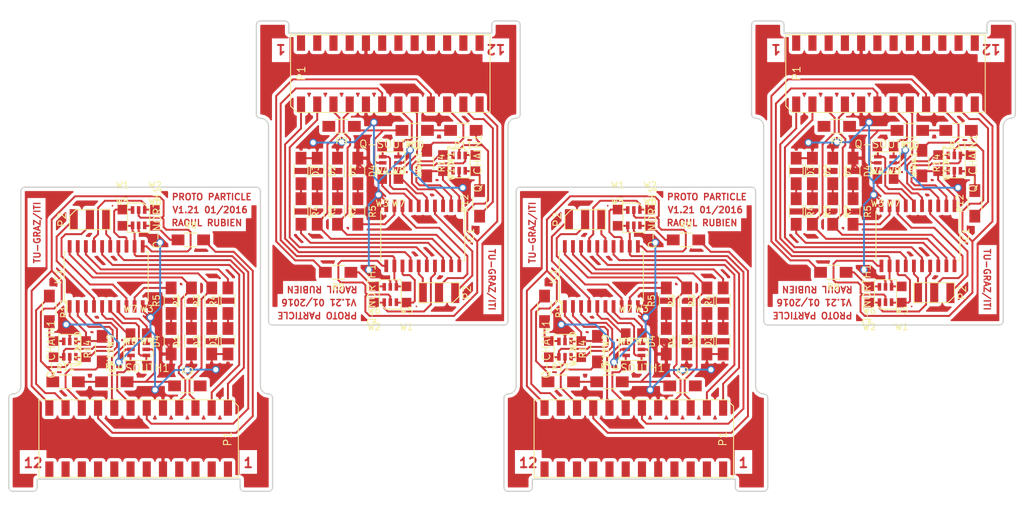
<source format=kicad_pcb>
(kicad_pcb (version 4) (host pcbnew 4.0.1-3.201512221401+6198~38~ubuntu15.10.1-stable)
  (title_block (title "Programmable Matter Particle") (date 2016-01-28) (rev 0.1) (company "Graz University of Technology") (comment 1 "Institute of Technical Informatics"))
  (layers (0 F.Cu signal) (31 B.Cu signal) (34 B.Paste user) (35 F.Paste user) (36 B.SilkS user) (37 F.SilkS user) (38 B.Mask user) (39 F.Mask user) (44 Edge.Cuts user))
  (net 0 "")
  (net 1 GND)
  (net 2 "Net-(D1-Pad2)")
  (net 3 "Net-(D2-Pad2)")
  (net 4 "Net-(D3-Pad2)")
  (net 5 "Net-(D4-Pad2)")
  (net 6 /TX-NORTH)
  (net 7 /TX-SOUTH)
  (net 8 /RX-SOUTH)
  (net 9 /PWR/TX-SOUTH)
  (net 10 /SW_PWR/RX-SOUTH)
  (net 11 /PWR/TX-CHAIN)
  (net 12 /SW_PWR/RX-CHAIN)
  (net 13 /RX-CHAIN)
  (net 14 /TP3)
  (net 15 /TP2)
  (net 16 /ERROR)
  (net 17 VCC)
  (net 18 /RX-NORTH)
  (net 19 /SW_PWR/RX-NORTH)
  (net 20 /TP1)
  (net 21 /PWR/TX-NORTH)
  (net 22 /STATUS1)
  (net 23 /SCK)
  (net 24 /RESET)
  (net 25 "Net-(Q-CHAIN1-Pad6)")
  (net 26 /TX-CHAIN)
  (net 27 /MISO/TXuart)
  (net 28 /MOSI/RXuart)
  (module Measurement_Points:Measurement_Point_Square-SMD-Pad_Small (layer F.Cu) (at 154.329429 119.340571 270)
    (fp_text reference W11 (at 0 -3.81 270) (layer F.SilkS))
    (fp_text value TP2-C)
    (pad 1 smd rect (at 0 0 270) (size 1.50114 1.50114) (layers F.Cu F.Paste F.Mask) (net 12 /SW_PWR/RX-CHAIN))
  )
  (module CONN_SMT_FCI_01x12_RIGHT_ANGLED-71607-312LF:01x12-FCI-71607-312LF (layer F.Cu) (at 162.56 132.08 180)
    (fp_text reference P1 (at -13.9192 -0.0508 270) (layer F.SilkS) (effects (font (size 1.2 1.2))))
    (fp_text value INTERFACE)
    (pad 1 smd rect (at -13.97 -4.825 180) (size 1.27 2.5) (layers F.Cu F.Paste F.Mask) (net 24 /RESET))
    (pad 1 smd rect (at -13.97 4.825 180) (size 1.27 2.5) (layers F.Cu F.Paste F.Mask) (net 24 /RESET))
    (pad 2 smd rect (at -11.43 -4.825 180) (size 1.27 2.5) (layers F.Cu F.Paste F.Mask) (net 23 /SCK))
    (pad 2 smd rect (at -11.43 4.825 180) (size 1.27 2.5) (layers F.Cu F.Paste F.Mask) (net 23 /SCK))
    (pad 3 smd rect (at -8.89 -4.825 180) (size 1.27 2.5) (layers F.Cu F.Paste F.Mask) (net 27 /MISO/TXuart))
    (pad 3 smd rect (at -8.89 4.825 180) (size 1.27 2.5) (layers F.Cu F.Paste F.Mask) (net 27 /MISO/TXuart))
    (pad 4 smd rect (at -6.35 -4.825 180) (size 1.27 2.5) (layers F.Cu F.Paste F.Mask) (net 28 /MOSI/RXuart))
    (pad 4 smd rect (at -6.35 4.825 180) (size 1.27 2.5) (layers F.Cu F.Paste F.Mask) (net 28 /MOSI/RXuart))
    (pad 5 smd rect (at -3.81 -4.825 180) (size 1.27 2.5) (layers F.Cu F.Paste F.Mask) (net 1 GND))
    (pad 5 smd rect (at -3.81 4.825 180) (size 1.27 2.5) (layers F.Cu F.Paste F.Mask) (net 1 GND))
    (pad 6 smd rect (at -1.27 -4.825 180) (size 1.27 2.5) (layers F.Cu F.Paste F.Mask) (net 18 /RX-NORTH))
    (pad 6 smd rect (at -1.27 4.825 180) (size 1.27 2.5) (layers F.Cu F.Paste F.Mask) (net 18 /RX-NORTH))
    (pad 7 smd rect (at 1.27 -4.825 180) (size 1.27 2.5) (layers F.Cu F.Paste F.Mask) (net 7 /TX-SOUTH))
    (pad 7 smd rect (at 1.27 4.825 180) (size 1.27 2.5) (layers F.Cu F.Paste F.Mask) (net 7 /TX-SOUTH))
    (pad 8 smd rect (at 3.81 -4.825 180) (size 1.27 2.5) (layers F.Cu F.Paste F.Mask) (net 8 /RX-SOUTH))
    (pad 8 smd rect (at 3.81 4.825 180) (size 1.27 2.5) (layers F.Cu F.Paste F.Mask) (net 8 /RX-SOUTH))
    (pad 9 smd rect (at 6.35 -4.825 180) (size 1.27 2.5) (layers F.Cu F.Paste F.Mask) (net 6 /TX-NORTH))
    (pad 9 smd rect (at 6.35 4.825 180) (size 1.27 2.5) (layers F.Cu F.Paste F.Mask) (net 6 /TX-NORTH))
    (pad 10 smd rect (at 8.89 -4.825 180) (size 1.27 2.5) (layers F.Cu F.Paste F.Mask) (net 13 /RX-CHAIN))
    (pad 10 smd rect (at 8.89 4.825 180) (size 1.27 2.5) (layers F.Cu F.Paste F.Mask) (net 13 /RX-CHAIN))
    (pad 11 smd rect (at 11.43 -4.825 180) (size 1.27 2.5) (layers F.Cu F.Paste F.Mask) (net 26 /TX-CHAIN))
    (pad 11 smd rect (at 11.43 4.825 180) (size 1.27 2.5) (layers F.Cu F.Paste F.Mask) (net 26 /TX-CHAIN))
    (pad 12 smd rect (at 13.97 -4.825 180) (size 1.27 2.5) (layers F.Cu F.Paste F.Mask) (net 17 VCC))
    (pad 12 smd rect (at 13.97 4.825 180) (size 1.27 2.5) (layers F.Cu F.Paste F.Mask) (net 17 VCC))
  )
  (module Resistors_SMD:R_1206_HandSoldering (layer F.Cu) (at 151.13 123.19)
    (fp_text reference R11 (at 0 -2.3) (layer F.SilkS))
    (fp_text value 0R)
    (pad 1 smd rect (at -2 0) (size 2 1.7) (layers F.Cu F.Paste F.Mask) (net 17 VCC))
    (pad 2 smd rect (at 2 0) (size 2 1.7) (layers F.Cu F.Paste F.Mask) (net 17 VCC))
  )
  (module Resistors_SMD:R_1206_HandSoldering (layer F.Cu) (at 158.75 123.19)
    (fp_text reference R10 (at 0 -2.3) (layer F.SilkS))
    (fp_text value 0R)
    (pad 1 smd rect (at -2 0) (size 2 1.7) (layers F.Cu F.Paste F.Mask) (net 17 VCC))
    (pad 2 smd rect (at 2 0) (size 2 1.7) (layers F.Cu F.Paste F.Mask) (net 17 VCC))
  )
  (module Resistors_SMD:R_1206_HandSoldering (layer F.Cu) (at 170.72 100.965)
    (fp_text reference R8 (at 0 -2.3) (layer F.SilkS))
    (fp_text value 0R)
    (pad 1 smd rect (at -2 0) (size 2 1.7) (layers F.Cu F.Paste F.Mask) (net 6 /TX-NORTH))
    (pad 2 smd rect (at 2 0) (size 2 1.7) (layers F.Cu F.Paste F.Mask) (net 6 /TX-NORTH))
  )
  (module Resistors_SMD:R_1206_HandSoldering (layer F.Cu) (at 170.815 110.49 90)
    (fp_text reference R2 (at 0 -2.3 90) (layer F.SilkS))
    (fp_text value 1k2)
    (pad 1 smd rect (at -2 0 90) (size 2 1.7) (layers F.Cu F.Paste F.Mask) (net 2 "Net-(D1-Pad2)"))
    (pad 2 smd rect (at 2 0 90) (size 2 1.7) (layers F.Cu F.Paste F.Mask) (net 28 /MOSI/RXuart))
  )
  (module Resistors_SMD:R_1206_HandSoldering (layer F.Cu) (at 167.64 110.49 90)
    (fp_text reference R5 (at 0 -2.3 90) (layer F.SilkS))
    (fp_text value 1k2)
    (pad 1 smd rect (at -2 0 90) (size 2 1.7) (layers F.Cu F.Paste F.Mask) (net 5 "Net-(D4-Pad2)"))
    (pad 2 smd rect (at 2 0 90) (size 2 1.7) (layers F.Cu F.Paste F.Mask) (net 16 /ERROR))
  )
  (module Measurement_Points:Measurement_Point_Square-SMD-Pad_Small (layer F.Cu) (at 165.1 98.76)
    (fp_text reference W6 (at 0 -3.81) (layer F.SilkS))
    (fp_text value TP4-N)
    (pad 1 smd rect (at 0 0) (size 1.50114 1.50114) (layers F.Cu F.Paste F.Mask) (net 6 /TX-NORTH))
  )
  (module SMT_PIN_HEADER:CONN-1x3 (layer F.Cu) (at 154.94 97.79)
    (fp_text reference P2 (at -4.375 0 90) (layer F.SilkS) (effects (font (size 1.2 1.2))))
    (fp_text value MCU_TEST)
    (pad 1 smd rect (at -2.54 -0.04) (size 1.27 3.2) (layers F.Cu F.Paste F.Mask) (net 14 /TP3))
    (pad 2 smd rect (at 0 -0.04) (size 1.27 3.2) (layers F.Cu F.Paste F.Mask) (net 15 /TP2))
    (pad 3 smd rect (at 2.54 -0.04) (size 1.27 3.2) (layers F.Cu F.Paste F.Mask) (net 20 /TP1))
  )
  (module Housings_SOIC:SOIC-20_7.5x12.8mm_Pitch1.27mm (layer F.Cu) (at 157.48 106.68 90)
    (fp_text reference IC1 (at 0 -7.5 90) (layer F.SilkS))
    (fp_text value ATTINY1634-SU)
    (pad 1 smd rect (at -4.7 -5.715 90) (size 1.95 0.6) (layers F.Cu F.Paste F.Mask) (net 13 /RX-CHAIN))
    (pad 2 smd rect (at -4.7 -4.445 90) (size 1.95 0.6) (layers F.Cu F.Paste F.Mask) (net 11 /PWR/TX-CHAIN))
    (pad 3 smd rect (at -4.7 -3.175 90) (size 1.95 0.6) (layers F.Cu F.Paste F.Mask) (net 12 /SW_PWR/RX-CHAIN))
    (pad 4 smd rect (at -4.7 -1.905 90) (size 1.95 0.6) (layers F.Cu F.Paste F.Mask) (net 14 /TP3))
    (pad 5 smd rect (at -4.7 -0.635 90) (size 1.95 0.6) (layers F.Cu F.Paste F.Mask) (net 8 /RX-SOUTH))
    (pad 6 smd rect (at -4.7 0.635 90) (size 1.95 0.6) (layers F.Cu F.Paste F.Mask) (net 9 /PWR/TX-SOUTH))
    (pad 7 smd rect (at -4.7 1.905 90) (size 1.95 0.6) (layers F.Cu F.Paste F.Mask) (net 10 /SW_PWR/RX-SOUTH))
    (pad 8 smd rect (at -4.7 3.175 90) (size 1.95 0.6) (layers F.Cu F.Paste F.Mask) (net 15 /TP2))
    (pad 9 smd rect (at -4.7 4.445 90) (size 1.95 0.6) (layers F.Cu F.Paste F.Mask) (net 16 /ERROR))
    (pad 10 smd rect (at -4.7 5.715 90) (size 1.95 0.6) (layers F.Cu F.Paste F.Mask) (net 1 GND))
    (pad 11 smd rect (at 4.7 5.715 90) (size 1.95 0.6) (layers F.Cu F.Paste F.Mask) (net 17 VCC))
    (pad 12 smd rect (at 4.7 4.445 90) (size 1.95 0.6) (layers F.Cu F.Paste F.Mask) (net 18 /RX-NORTH))
    (pad 13 smd rect (at 4.7 3.175 90) (size 1.95 0.6) (layers F.Cu F.Paste F.Mask) (net 19 /SW_PWR/RX-NORTH))
    (pad 14 smd rect (at 4.7 1.905 90) (size 1.95 0.6) (layers F.Cu F.Paste F.Mask) (net 24 /RESET))
    (pad 15 smd rect (at 4.7 0.635 90) (size 1.95 0.6) (layers F.Cu F.Paste F.Mask) (net 20 /TP1))
    (pad 16 smd rect (at 4.7 -0.635 90) (size 1.95 0.6) (layers F.Cu F.Paste F.Mask) (net 23 /SCK))
    (pad 17 smd rect (at 4.7 -1.905 90) (size 1.95 0.6) (layers F.Cu F.Paste F.Mask) (net 21 /PWR/TX-NORTH))
    (pad 18 smd rect (at 4.7 -3.175 90) (size 1.95 0.6) (layers F.Cu F.Paste F.Mask) (net 22 /STATUS1))
    (pad 19 smd rect (at 4.7 -4.445 90) (size 1.95 0.6) (layers F.Cu F.Paste F.Mask) (net 27 /MISO/TXuart))
    (pad 20 smd rect (at 4.7 -5.715 90) (size 1.95 0.6) (layers F.Cu F.Paste F.Mask) (net 28 /MOSI/RXuart))
  )
  (module Resistors_SMD:R_1206_HandSoldering (layer F.Cu) (at 148.59 111.76 270)
    (fp_text reference R12 (at 0 -2.3 270) (layer F.SilkS))
    (fp_text value 1k2)
    (pad 1 smd rect (at -2 0 270) (size 2 1.7) (layers F.Cu F.Paste F.Mask) (net 26 /TX-CHAIN))
    (pad 2 smd rect (at 2 0 270) (size 2 1.7) (layers F.Cu F.Paste F.Mask) (net 25 "Net-(Q-CHAIN1-Pad6)"))
  )
  (module Measurement_Points:Measurement_Point_Square-SMD-Pad_Small (layer F.Cu) (at 161.29 115.57)
    (fp_text reference W7 (at 0 -3.81) (layer F.SilkS))
    (fp_text value TP2-S)
    (pad 1 smd rect (at 0 0) (size 1.50114 1.50114) (layers F.Cu F.Paste F.Mask) (net 8 /RX-SOUTH))
  )
  (module sot26:SOT-26 (layer F.Cu) (at 162.56 118.11 90)
    (fp_text reference Q-SOUTH1 (at -2.925 0 180) (layer F.SilkS) (effects (font (size 1.2 1.2))))
    (fp_text value DMC2700UDM-7)
    (pad 6 smd rect (at -0.95 -1.2 90) (size 0.55 1.2) (layers F.Cu F.Paste F.Mask) (net 7 /TX-SOUTH))
    (pad 1 smd rect (at -0.95 1.2 90) (size 0.55 1.2) (layers F.Cu F.Paste F.Mask) (net 9 /PWR/TX-SOUTH))
    (pad 5 smd rect (at 0 -1.2 90) (size 0.55 1.2) (layers F.Cu F.Paste F.Mask) (net 1 GND))
    (pad 2 smd rect (at 0 1.2 90) (size 0.55 1.2) (layers F.Cu F.Paste F.Mask) (net 17 VCC))
    (pad 4 smd rect (at 0.95 -1.2 90) (size 0.55 1.2) (layers F.Cu F.Paste F.Mask) (net 8 /RX-SOUTH))
    (pad 3 smd rect (at 0.95 1.2 90) (size 0.55 1.2) (layers F.Cu F.Paste F.Mask) (net 10 /SW_PWR/RX-SOUTH))
  )
  (module Measurement_Points:Measurement_Point_Square-SMD-Pad_Small (layer F.Cu) (at 161.29 120.65)
    (fp_text reference W8 (at 0 -3.81) (layer F.SilkS))
    (fp_text value TP4-S)
    (pad 1 smd rect (at 0 0) (size 1.50114 1.50114) (layers F.Cu F.Paste F.Mask) (net 7 /TX-SOUTH))
  )
  (module Measurement_Points:Measurement_Point_Square-SMD-Pad_Small (layer F.Cu) (at 163.83 115.57)
    (fp_text reference W3 (at 0 -3.81) (layer F.SilkS))
    (fp_text value TP1-S)
    (pad 1 smd rect (at 0 0) (size 1.50114 1.50114) (layers F.Cu F.Paste F.Mask) (net 10 /SW_PWR/RX-SOUTH))
  )
  (module Measurement_Points:Measurement_Point_Square-SMD-Pad_Small (layer F.Cu) (at 163.83 120.65)
    (fp_text reference W4 (at 0 -3.81) (layer F.SilkS))
    (fp_text value TP3-S)
    (pad 1 smd rect (at 0 0) (size 1.50114 1.50114) (layers F.Cu F.Paste F.Mask) (net 9 /PWR/TX-SOUTH))
  )
  (module Resistors_SMD:R_1206_HandSoldering (layer F.Cu) (at 156.869429 118.070571 90)
    (fp_text reference R14 (at 0 -2.3 90) (layer F.SilkS))
    (fp_text value 0R)
    (pad 1 smd rect (at -2 0 90) (size 2 1.7) (layers F.Cu F.Paste F.Mask) (net 13 /RX-CHAIN))
    (pad 2 smd rect (at 2 0 90) (size 2 1.7) (layers F.Cu F.Paste F.Mask) (net 13 /RX-CHAIN))
  )
  (module Measurement_Points:Measurement_Point_Square-SMD-Pad_Small (layer F.Cu) (at 154.329429 116.800571 270)
    (fp_text reference W9 (at 0 -3.81 270) (layer F.SilkS))
    (fp_text value TP1-C)
    (pad 1 smd rect (at 0 0 270) (size 1.50114 1.50114) (layers F.Cu F.Paste F.Mask) (net 13 /RX-CHAIN))
  )
  (module Measurement_Points:Measurement_Point_Square-SMD-Pad_Small (layer F.Cu) (at 149.249429 119.340571 270)
    (fp_text reference W12 (at 0 -3.81 270) (layer F.SilkS))
    (fp_text value TP4-C)
    (pad 1 smd rect (at 0 0 270) (size 1.50114 1.50114) (layers F.Cu F.Paste F.Mask) (net 11 /PWR/TX-CHAIN))
  )
  (module Measurement_Points:Measurement_Point_Square-SMD-Pad_Small (layer F.Cu) (at 149.249429 116.800571 270)
    (fp_text reference W10 (at 0 -3.81 270) (layer F.SilkS))
    (fp_text value TP3-C)
    (pad 1 smd rect (at 0 0 270) (size 1.50114 1.50114) (layers F.Cu F.Paste F.Mask) (net 25 "Net-(Q-CHAIN1-Pad6)"))
  )
  (module sot26:SOT-26 (layer F.Cu) (at 151.789429 118.070571)
    (fp_text reference Q-CHAIN1 (at -2.925 0 90) (layer F.SilkS) (effects (font (size 1.2 1.2))))
    (fp_text value DMC2700UDM-7)
    (pad 6 smd rect (at -0.95 -1.2) (size 0.55 1.2) (layers F.Cu F.Paste F.Mask) (net 25 "Net-(Q-CHAIN1-Pad6)"))
    (pad 1 smd rect (at -0.95 1.2) (size 0.55 1.2) (layers F.Cu F.Paste F.Mask) (net 11 /PWR/TX-CHAIN))
    (pad 5 smd rect (at 0 -1.2) (size 0.55 1.2) (layers F.Cu F.Paste F.Mask) (net 1 GND))
    (pad 2 smd rect (at 0 1.2) (size 0.55 1.2) (layers F.Cu F.Paste F.Mask) (net 17 VCC))
    (pad 4 smd rect (at 0.95 -1.2) (size 0.55 1.2) (layers F.Cu F.Paste F.Mask) (net 13 /RX-CHAIN))
    (pad 3 smd rect (at 0.95 1.2) (size 0.55 1.2) (layers F.Cu F.Paste F.Mask) (net 12 /SW_PWR/RX-CHAIN))
  )
  (module Measurement_Points:Measurement_Point_Square-SMD-Pad_Small (layer F.Cu) (at 160.02 98.76)
    (fp_text reference W5 (at 0 -3.81) (layer F.SilkS))
    (fp_text value TP2-N)
    (pad 1 smd rect (at 0 0) (size 1.50114 1.50114) (layers F.Cu F.Paste F.Mask) (net 18 /RX-NORTH))
  )
  (module Measurement_Points:Measurement_Point_Square-SMD-Pad_Small (layer F.Cu) (at 165.1 96.22)
    (fp_text reference W2 (at 0 -3.81) (layer F.SilkS))
    (fp_text value TP3-N)
    (pad 1 smd rect (at 0 0) (size 1.50114 1.50114) (layers F.Cu F.Paste F.Mask) (net 21 /PWR/TX-NORTH))
  )
  (module Measurement_Points:Measurement_Point_Square-SMD-Pad_Small (layer F.Cu) (at 160.02 96.22)
    (fp_text reference W1 (at 0 -3.81) (layer F.SilkS))
    (fp_text value TP1-N)
    (pad 1 smd rect (at 0 0) (size 1.50114 1.50114) (layers F.Cu F.Paste F.Mask) (net 19 /SW_PWR/RX-NORTH))
  )
  (module sot26:SOT-26 (layer F.Cu) (at 162.56 97.49 180)
    (fp_text reference Q-NORTH1 (at -2.925 0 270) (layer F.SilkS) (effects (font (size 1.2 1.2))))
    (fp_text value DMC2700UDM-7)
    (pad 6 smd rect (at -0.95 -1.2 180) (size 0.55 1.2) (layers F.Cu F.Paste F.Mask) (net 6 /TX-NORTH))
    (pad 1 smd rect (at -0.95 1.2 180) (size 0.55 1.2) (layers F.Cu F.Paste F.Mask) (net 21 /PWR/TX-NORTH))
    (pad 5 smd rect (at 0 -1.2 180) (size 0.55 1.2) (layers F.Cu F.Paste F.Mask) (net 1 GND))
    (pad 2 smd rect (at 0 1.2 180) (size 0.55 1.2) (layers F.Cu F.Paste F.Mask) (net 17 VCC))
    (pad 4 smd rect (at 0.95 -1.2 180) (size 0.55 1.2) (layers F.Cu F.Paste F.Mask) (net 18 /RX-NORTH))
    (pad 3 smd rect (at 0.95 1.2 180) (size 0.55 1.2) (layers F.Cu F.Paste F.Mask) (net 19 /SW_PWR/RX-NORTH))
  )
  (module Resistors_SMD:R_1206_HandSoldering (layer F.Cu) (at 173.99 116.84 90)
    (fp_text reference D2 (at 0 -2.3 90) (layer F.SilkS))
    (fp_text value STATUS0)
    (pad 1 smd rect (at -2 0 90) (size 2 1.7) (layers F.Cu F.Paste F.Mask) (net 1 GND))
    (pad 2 smd rect (at 2 0 90) (size 2 1.7) (layers F.Cu F.Paste F.Mask) (net 3 "Net-(D2-Pad2)"))
  )
  (module Resistors_SMD:R_1206_HandSoldering (layer F.Cu) (at 170.815 116.84 90)
    (fp_text reference D1 (at 0 -2.3 90) (layer F.SilkS))
    (fp_text value HEARTBEAT)
    (pad 1 smd rect (at -2 0 90) (size 2 1.7) (layers F.Cu F.Paste F.Mask) (net 1 GND))
    (pad 2 smd rect (at 2 0 90) (size 2 1.7) (layers F.Cu F.Paste F.Mask) (net 2 "Net-(D1-Pad2)"))
  )
  (module Resistors_SMD:R_1206_HandSoldering (layer F.Cu) (at 170.18 123.825)
    (fp_text reference R9 (at 0 -2.3) (layer F.SilkS))
    (fp_text value 0R)
    (pad 1 smd rect (at -2 0) (size 2 1.7) (layers F.Cu F.Paste F.Mask) (net 17 VCC))
    (pad 2 smd rect (at 2 0) (size 2 1.7) (layers F.Cu F.Paste F.Mask) (net 17 VCC))
  )
  (module Resistors_SMD:R_1206_HandSoldering (layer F.Cu) (at 176.53 116.84 90)
    (fp_text reference D3 (at 0 -2.3 90) (layer F.SilkS))
    (fp_text value STATUS1)
    (pad 1 smd rect (at -2 0 90) (size 2 1.7) (layers F.Cu F.Paste F.Mask) (net 1 GND))
    (pad 2 smd rect (at 2 0 90) (size 2 1.7) (layers F.Cu F.Paste F.Mask) (net 4 "Net-(D3-Pad2)"))
  )
  (module Resistors_SMD:R_1206_HandSoldering (layer F.Cu) (at 167.64 116.84 90)
    (fp_text reference D4 (at 0 -2.3 90) (layer F.SilkS))
    (fp_text value ERROR)
    (pad 1 smd rect (at -2 0 90) (size 2 1.7) (layers F.Cu F.Paste F.Mask) (net 1 GND))
    (pad 2 smd rect (at 2 0 90) (size 2 1.7) (layers F.Cu F.Paste F.Mask) (net 5 "Net-(D4-Pad2)"))
  )
  (module Measurement_Points:Measurement_Point_Square-SMD-Pad_Small (layer F.Cu) (at 204.47 108.25 180)
    (fp_text reference W5 (at 0 -3.81 180) (layer F.SilkS))
    (fp_text value TP2-N)
    (pad 1 smd rect (at 0 0 180) (size 1.50114 1.50114) (layers F.Cu F.Paste F.Mask) (net 18 /RX-NORTH))
  )
  (module SMT_PIN_HEADER:CONN-1x3 (layer F.Cu) (at 209.55 109.22 180)
    (fp_text reference P2 (at -4.375 0 270) (layer F.SilkS) (effects (font (size 1.2 1.2))))
    (fp_text value MCU_TEST)
    (pad 1 smd rect (at -2.54 -0.04 180) (size 1.27 3.2) (layers F.Cu F.Paste F.Mask) (net 14 /TP3))
    (pad 2 smd rect (at 0 -0.04 180) (size 1.27 3.2) (layers F.Cu F.Paste F.Mask) (net 15 /TP2))
    (pad 3 smd rect (at 2.54 -0.04 180) (size 1.27 3.2) (layers F.Cu F.Paste F.Mask) (net 20 /TP1))
  )
  (module Housings_SOIC:SOIC-20_7.5x12.8mm_Pitch1.27mm (layer F.Cu) (at 207.01 100.33 270)
    (fp_text reference IC1 (at 0 -7.5 270) (layer F.SilkS))
    (fp_text value ATTINY1634-SU)
    (pad 1 smd rect (at -4.7 -5.715 270) (size 1.95 0.6) (layers F.Cu F.Paste F.Mask) (net 13 /RX-CHAIN))
    (pad 2 smd rect (at -4.7 -4.445 270) (size 1.95 0.6) (layers F.Cu F.Paste F.Mask) (net 11 /PWR/TX-CHAIN))
    (pad 3 smd rect (at -4.7 -3.175 270) (size 1.95 0.6) (layers F.Cu F.Paste F.Mask) (net 12 /SW_PWR/RX-CHAIN))
    (pad 4 smd rect (at -4.7 -1.905 270) (size 1.95 0.6) (layers F.Cu F.Paste F.Mask) (net 14 /TP3))
    (pad 5 smd rect (at -4.7 -0.635 270) (size 1.95 0.6) (layers F.Cu F.Paste F.Mask) (net 8 /RX-SOUTH))
    (pad 6 smd rect (at -4.7 0.635 270) (size 1.95 0.6) (layers F.Cu F.Paste F.Mask) (net 9 /PWR/TX-SOUTH))
    (pad 7 smd rect (at -4.7 1.905 270) (size 1.95 0.6) (layers F.Cu F.Paste F.Mask) (net 10 /SW_PWR/RX-SOUTH))
    (pad 8 smd rect (at -4.7 3.175 270) (size 1.95 0.6) (layers F.Cu F.Paste F.Mask) (net 15 /TP2))
    (pad 9 smd rect (at -4.7 4.445 270) (size 1.95 0.6) (layers F.Cu F.Paste F.Mask) (net 16 /ERROR))
    (pad 10 smd rect (at -4.7 5.715 270) (size 1.95 0.6) (layers F.Cu F.Paste F.Mask) (net 1 GND))
    (pad 11 smd rect (at 4.7 5.715 270) (size 1.95 0.6) (layers F.Cu F.Paste F.Mask) (net 17 VCC))
    (pad 12 smd rect (at 4.7 4.445 270) (size 1.95 0.6) (layers F.Cu F.Paste F.Mask) (net 18 /RX-NORTH))
    (pad 13 smd rect (at 4.7 3.175 270) (size 1.95 0.6) (layers F.Cu F.Paste F.Mask) (net 19 /SW_PWR/RX-NORTH))
    (pad 14 smd rect (at 4.7 1.905 270) (size 1.95 0.6) (layers F.Cu F.Paste F.Mask) (net 24 /RESET))
    (pad 15 smd rect (at 4.7 0.635 270) (size 1.95 0.6) (layers F.Cu F.Paste F.Mask) (net 20 /TP1))
    (pad 16 smd rect (at 4.7 -0.635 270) (size 1.95 0.6) (layers F.Cu F.Paste F.Mask) (net 23 /SCK))
    (pad 17 smd rect (at 4.7 -1.905 270) (size 1.95 0.6) (layers F.Cu F.Paste F.Mask) (net 21 /PWR/TX-NORTH))
    (pad 18 smd rect (at 4.7 -3.175 270) (size 1.95 0.6) (layers F.Cu F.Paste F.Mask) (net 22 /STATUS1))
    (pad 19 smd rect (at 4.7 -4.445 270) (size 1.95 0.6) (layers F.Cu F.Paste F.Mask) (net 27 /MISO/TXuart))
    (pad 20 smd rect (at 4.7 -5.715 270) (size 1.95 0.6) (layers F.Cu F.Paste F.Mask) (net 28 /MOSI/RXuart))
  )
  (module Resistors_SMD:R_1206_HandSoldering (layer F.Cu) (at 215.9 95.25 90)
    (fp_text reference R12 (at 0 -2.3 90) (layer F.SilkS))
    (fp_text value 1k2)
    (pad 1 smd rect (at -2 0 90) (size 2 1.7) (layers F.Cu F.Paste F.Mask) (net 26 /TX-CHAIN))
    (pad 2 smd rect (at 2 0 90) (size 2 1.7) (layers F.Cu F.Paste F.Mask) (net 25 "Net-(Q-CHAIN1-Pad6)"))
  )
  (module Resistors_SMD:R_1206_HandSoldering (layer F.Cu) (at 194.31 83.185 180)
    (fp_text reference R9 (at 0 -2.3 180) (layer F.SilkS))
    (fp_text value 0R)
    (pad 1 smd rect (at -2 0 180) (size 2 1.7) (layers F.Cu F.Paste F.Mask) (net 17 VCC))
    (pad 2 smd rect (at 2 0 180) (size 2 1.7) (layers F.Cu F.Paste F.Mask) (net 17 VCC))
  )
  (module Resistors_SMD:R_1206_HandSoldering (layer F.Cu) (at 196.85 90.17 270)
    (fp_text reference D4 (at 0 -2.3 270) (layer F.SilkS))
    (fp_text value ERROR)
    (pad 1 smd rect (at -2 0 270) (size 2 1.7) (layers F.Cu F.Paste F.Mask) (net 1 GND))
    (pad 2 smd rect (at 2 0 270) (size 2 1.7) (layers F.Cu F.Paste F.Mask) (net 5 "Net-(D4-Pad2)"))
  )
  (module Resistors_SMD:R_1206_HandSoldering (layer F.Cu) (at 190.5 90.17 270)
    (fp_text reference D2 (at 0 -2.3 270) (layer F.SilkS))
    (fp_text value STATUS0)
    (pad 1 smd rect (at -2 0 270) (size 2 1.7) (layers F.Cu F.Paste F.Mask) (net 1 GND))
    (pad 2 smd rect (at 2 0 270) (size 2 1.7) (layers F.Cu F.Paste F.Mask) (net 3 "Net-(D2-Pad2)"))
  )
  (module Resistors_SMD:R_1206_HandSoldering (layer F.Cu) (at 193.675 90.17 270)
    (fp_text reference D1 (at 0 -2.3 270) (layer F.SilkS))
    (fp_text value HEARTBEAT)
    (pad 1 smd rect (at -2 0 270) (size 2 1.7) (layers F.Cu F.Paste F.Mask) (net 1 GND))
    (pad 2 smd rect (at 2 0 270) (size 2 1.7) (layers F.Cu F.Paste F.Mask) (net 2 "Net-(D1-Pad2)"))
  )
  (module sot26:SOT-26 (layer F.Cu) (at 201.93 88.9 270)
    (fp_text reference Q-SOUTH1 (at -2.925 0 360) (layer F.SilkS) (effects (font (size 1.2 1.2))))
    (fp_text value DMC2700UDM-7)
    (pad 6 smd rect (at -0.95 -1.2 270) (size 0.55 1.2) (layers F.Cu F.Paste F.Mask) (net 7 /TX-SOUTH))
    (pad 1 smd rect (at -0.95 1.2 270) (size 0.55 1.2) (layers F.Cu F.Paste F.Mask) (net 9 /PWR/TX-SOUTH))
    (pad 5 smd rect (at 0 -1.2 270) (size 0.55 1.2) (layers F.Cu F.Paste F.Mask) (net 1 GND))
    (pad 2 smd rect (at 0 1.2 270) (size 0.55 1.2) (layers F.Cu F.Paste F.Mask) (net 17 VCC))
    (pad 4 smd rect (at 0.95 -1.2 270) (size 0.55 1.2) (layers F.Cu F.Paste F.Mask) (net 8 /RX-SOUTH))
    (pad 3 smd rect (at 0.95 1.2 270) (size 0.55 1.2) (layers F.Cu F.Paste F.Mask) (net 10 /SW_PWR/RX-SOUTH))
  )
  (module Measurement_Points:Measurement_Point_Square-SMD-Pad_Small (layer F.Cu) (at 200.66 91.44 180)
    (fp_text reference W3 (at 0 -3.81 180) (layer F.SilkS))
    (fp_text value TP1-S)
    (pad 1 smd rect (at 0 0 180) (size 1.50114 1.50114) (layers F.Cu F.Paste F.Mask) (net 10 /SW_PWR/RX-SOUTH))
  )
  (module Measurement_Points:Measurement_Point_Square-SMD-Pad_Small (layer F.Cu) (at 200.66 86.36 180)
    (fp_text reference W4 (at 0 -3.81 180) (layer F.SilkS))
    (fp_text value TP3-S)
    (pad 1 smd rect (at 0 0 180) (size 1.50114 1.50114) (layers F.Cu F.Paste F.Mask) (net 9 /PWR/TX-SOUTH))
  )
  (module Resistors_SMD:R_1206_HandSoldering (layer F.Cu) (at 207.620571 88.939429 270)
    (fp_text reference R14 (at 0 -2.3 270) (layer F.SilkS))
    (fp_text value 0R)
    (pad 1 smd rect (at -2 0 270) (size 2 1.7) (layers F.Cu F.Paste F.Mask) (net 13 /RX-CHAIN))
    (pad 2 smd rect (at 2 0 270) (size 2 1.7) (layers F.Cu F.Paste F.Mask) (net 13 /RX-CHAIN))
  )
  (module Measurement_Points:Measurement_Point_Square-SMD-Pad_Small (layer F.Cu) (at 203.2 91.44 180)
    (fp_text reference W7 (at 0 -3.81 180) (layer F.SilkS))
    (fp_text value TP2-S)
    (pad 1 smd rect (at 0 0 180) (size 1.50114 1.50114) (layers F.Cu F.Paste F.Mask) (net 8 /RX-SOUTH))
  )
  (module Measurement_Points:Measurement_Point_Square-SMD-Pad_Small (layer F.Cu) (at 210.160571 90.209429 90)
    (fp_text reference W9 (at 0 -3.81 90) (layer F.SilkS))
    (fp_text value TP1-C)
    (pad 1 smd rect (at 0 0 90) (size 1.50114 1.50114) (layers F.Cu F.Paste F.Mask) (net 13 /RX-CHAIN))
  )
  (module Measurement_Points:Measurement_Point_Square-SMD-Pad_Small (layer F.Cu) (at 210.160571 87.669429 90)
    (fp_text reference W11 (at 0 -3.81 90) (layer F.SilkS))
    (fp_text value TP2-C)
    (pad 1 smd rect (at 0 0 90) (size 1.50114 1.50114) (layers F.Cu F.Paste F.Mask) (net 12 /SW_PWR/RX-CHAIN))
  )
  (module Measurement_Points:Measurement_Point_Square-SMD-Pad_Small (layer F.Cu) (at 215.240571 90.209429 90)
    (fp_text reference W10 (at 0 -3.81 90) (layer F.SilkS))
    (fp_text value TP3-C)
    (pad 1 smd rect (at 0 0 90) (size 1.50114 1.50114) (layers F.Cu F.Paste F.Mask) (net 25 "Net-(Q-CHAIN1-Pad6)"))
  )
  (module Measurement_Points:Measurement_Point_Square-SMD-Pad_Small (layer F.Cu) (at 215.240571 87.669429 90)
    (fp_text reference W12 (at 0 -3.81 90) (layer F.SilkS))
    (fp_text value TP4-C)
    (pad 1 smd rect (at 0 0 90) (size 1.50114 1.50114) (layers F.Cu F.Paste F.Mask) (net 11 /PWR/TX-CHAIN))
  )
  (module sot26:SOT-26 (layer F.Cu) (at 212.700571 88.939429 180)
    (fp_text reference Q-CHAIN1 (at -2.925 0 270) (layer F.SilkS) (effects (font (size 1.2 1.2))))
    (fp_text value DMC2700UDM-7)
    (pad 6 smd rect (at -0.95 -1.2 180) (size 0.55 1.2) (layers F.Cu F.Paste F.Mask) (net 25 "Net-(Q-CHAIN1-Pad6)"))
    (pad 1 smd rect (at -0.95 1.2 180) (size 0.55 1.2) (layers F.Cu F.Paste F.Mask) (net 11 /PWR/TX-CHAIN))
    (pad 5 smd rect (at 0 -1.2 180) (size 0.55 1.2) (layers F.Cu F.Paste F.Mask) (net 1 GND))
    (pad 2 smd rect (at 0 1.2 180) (size 0.55 1.2) (layers F.Cu F.Paste F.Mask) (net 17 VCC))
    (pad 4 smd rect (at 0.95 -1.2 180) (size 0.55 1.2) (layers F.Cu F.Paste F.Mask) (net 13 /RX-CHAIN))
    (pad 3 smd rect (at 0.95 1.2 180) (size 0.55 1.2) (layers F.Cu F.Paste F.Mask) (net 12 /SW_PWR/RX-CHAIN))
  )
  (module Resistors_SMD:R_1206_HandSoldering (layer F.Cu) (at 213.36 83.82 180)
    (fp_text reference R11 (at 0 -2.3 180) (layer F.SilkS))
    (fp_text value 0R)
    (pad 1 smd rect (at -2 0 180) (size 2 1.7) (layers F.Cu F.Paste F.Mask) (net 17 VCC))
    (pad 2 smd rect (at 2 0 180) (size 2 1.7) (layers F.Cu F.Paste F.Mask) (net 17 VCC))
  )
  (module Resistors_SMD:R_1206_HandSoldering (layer F.Cu) (at 205.74 83.82 180)
    (fp_text reference R10 (at 0 -2.3 180) (layer F.SilkS))
    (fp_text value 0R)
    (pad 1 smd rect (at -2 0 180) (size 2 1.7) (layers F.Cu F.Paste F.Mask) (net 17 VCC))
    (pad 2 smd rect (at 2 0 180) (size 2 1.7) (layers F.Cu F.Paste F.Mask) (net 17 VCC))
  )
  (module CONN_SMT_FCI_01x12_RIGHT_ANGLED-71607-312LF:01x12-FCI-71607-312LF (layer F.Cu) (at 201.93 74.93)
    (fp_text reference P1 (at -13.9192 -0.0508 90) (layer F.SilkS) (effects (font (size 1.2 1.2))))
    (fp_text value INTERFACE)
    (pad 1 smd rect (at -13.97 -4.825) (size 1.27 2.5) (layers F.Cu F.Paste F.Mask) (net 24 /RESET))
    (pad 1 smd rect (at -13.97 4.825) (size 1.27 2.5) (layers F.Cu F.Paste F.Mask) (net 24 /RESET))
    (pad 2 smd rect (at -11.43 -4.825) (size 1.27 2.5) (layers F.Cu F.Paste F.Mask) (net 23 /SCK))
    (pad 2 smd rect (at -11.43 4.825) (size 1.27 2.5) (layers F.Cu F.Paste F.Mask) (net 23 /SCK))
    (pad 3 smd rect (at -8.89 -4.825) (size 1.27 2.5) (layers F.Cu F.Paste F.Mask) (net 27 /MISO/TXuart))
    (pad 3 smd rect (at -8.89 4.825) (size 1.27 2.5) (layers F.Cu F.Paste F.Mask) (net 27 /MISO/TXuart))
    (pad 4 smd rect (at -6.35 -4.825) (size 1.27 2.5) (layers F.Cu F.Paste F.Mask) (net 28 /MOSI/RXuart))
    (pad 4 smd rect (at -6.35 4.825) (size 1.27 2.5) (layers F.Cu F.Paste F.Mask) (net 28 /MOSI/RXuart))
    (pad 5 smd rect (at -3.81 -4.825) (size 1.27 2.5) (layers F.Cu F.Paste F.Mask) (net 1 GND))
    (pad 5 smd rect (at -3.81 4.825) (size 1.27 2.5) (layers F.Cu F.Paste F.Mask) (net 1 GND))
    (pad 6 smd rect (at -1.27 -4.825) (size 1.27 2.5) (layers F.Cu F.Paste F.Mask) (net 18 /RX-NORTH))
    (pad 6 smd rect (at -1.27 4.825) (size 1.27 2.5) (layers F.Cu F.Paste F.Mask) (net 18 /RX-NORTH))
    (pad 7 smd rect (at 1.27 -4.825) (size 1.27 2.5) (layers F.Cu F.Paste F.Mask) (net 7 /TX-SOUTH))
    (pad 7 smd rect (at 1.27 4.825) (size 1.27 2.5) (layers F.Cu F.Paste F.Mask) (net 7 /TX-SOUTH))
    (pad 8 smd rect (at 3.81 -4.825) (size 1.27 2.5) (layers F.Cu F.Paste F.Mask) (net 8 /RX-SOUTH))
    (pad 8 smd rect (at 3.81 4.825) (size 1.27 2.5) (layers F.Cu F.Paste F.Mask) (net 8 /RX-SOUTH))
    (pad 9 smd rect (at 6.35 -4.825) (size 1.27 2.5) (layers F.Cu F.Paste F.Mask) (net 6 /TX-NORTH))
    (pad 9 smd rect (at 6.35 4.825) (size 1.27 2.5) (layers F.Cu F.Paste F.Mask) (net 6 /TX-NORTH))
    (pad 10 smd rect (at 8.89 -4.825) (size 1.27 2.5) (layers F.Cu F.Paste F.Mask) (net 13 /RX-CHAIN))
    (pad 10 smd rect (at 8.89 4.825) (size 1.27 2.5) (layers F.Cu F.Paste F.Mask) (net 13 /RX-CHAIN))
    (pad 11 smd rect (at 11.43 -4.825) (size 1.27 2.5) (layers F.Cu F.Paste F.Mask) (net 26 /TX-CHAIN))
    (pad 11 smd rect (at 11.43 4.825) (size 1.27 2.5) (layers F.Cu F.Paste F.Mask) (net 26 /TX-CHAIN))
    (pad 12 smd rect (at 13.97 -4.825) (size 1.27 2.5) (layers F.Cu F.Paste F.Mask) (net 17 VCC))
    (pad 12 smd rect (at 13.97 4.825) (size 1.27 2.5) (layers F.Cu F.Paste F.Mask) (net 17 VCC))
  )
  (module Measurement_Points:Measurement_Point_Square-SMD-Pad_Small (layer F.Cu) (at 203.2 86.36 180)
    (fp_text reference W8 (at 0 -3.81 180) (layer F.SilkS))
    (fp_text value TP4-S)
    (pad 1 smd rect (at 0 0 180) (size 1.50114 1.50114) (layers F.Cu F.Paste F.Mask) (net 7 /TX-SOUTH))
  )
  (module Resistors_SMD:R_1206_HandSoldering (layer F.Cu) (at 193.675 96.52 270)
    (fp_text reference R2 (at 0 -2.3 270) (layer F.SilkS))
    (fp_text value 1k2)
    (pad 1 smd rect (at -2 0 270) (size 2 1.7) (layers F.Cu F.Paste F.Mask) (net 2 "Net-(D1-Pad2)"))
    (pad 2 smd rect (at 2 0 270) (size 2 1.7) (layers F.Cu F.Paste F.Mask) (net 28 /MOSI/RXuart))
  )
  (module Resistors_SMD:R_1206_HandSoldering (layer F.Cu) (at 196.85 96.52 270)
    (fp_text reference R5 (at 0 -2.3 270) (layer F.SilkS))
    (fp_text value 1k2)
    (pad 1 smd rect (at -2 0 270) (size 2 1.7) (layers F.Cu F.Paste F.Mask) (net 5 "Net-(D4-Pad2)"))
    (pad 2 smd rect (at 2 0 270) (size 2 1.7) (layers F.Cu F.Paste F.Mask) (net 16 /ERROR))
  )
  (module Resistors_SMD:R_1206_HandSoldering (layer F.Cu) (at 190.5 96.52 270)
    (fp_text reference R3 (at 0 -2.3 270) (layer F.SilkS))
    (fp_text value 1k2)
    (pad 1 smd rect (at -2 0 270) (size 2 1.7) (layers F.Cu F.Paste F.Mask) (net 3 "Net-(D2-Pad2)"))
    (pad 2 smd rect (at 2 0 270) (size 2 1.7) (layers F.Cu F.Paste F.Mask) (net 27 /MISO/TXuart))
  )
  (module Resistors_SMD:R_1206_HandSoldering (layer F.Cu) (at 187.96 90.17 270)
    (fp_text reference D3 (at 0 -2.3 270) (layer F.SilkS))
    (fp_text value STATUS1)
    (pad 1 smd rect (at -2 0 270) (size 2 1.7) (layers F.Cu F.Paste F.Mask) (net 1 GND))
    (pad 2 smd rect (at 2 0 270) (size 2 1.7) (layers F.Cu F.Paste F.Mask) (net 4 "Net-(D3-Pad2)"))
  )
  (module Resistors_SMD:R_1206_HandSoldering (layer F.Cu) (at 187.96 96.52 270)
    (fp_text reference R4 (at 0 -2.3 270) (layer F.SilkS))
    (fp_text value 1k2)
    (pad 1 smd rect (at -2 0 270) (size 2 1.7) (layers F.Cu F.Paste F.Mask) (net 4 "Net-(D3-Pad2)"))
    (pad 2 smd rect (at 2 0 270) (size 2 1.7) (layers F.Cu F.Paste F.Mask) (net 22 /STATUS1))
  )
  (module sot26:SOT-26 (layer F.Cu) (at 201.93 109.52)
    (fp_text reference Q-NORTH1 (at -2.925 0 90) (layer F.SilkS) (effects (font (size 1.2 1.2))))
    (fp_text value DMC2700UDM-7)
    (pad 6 smd rect (at -0.95 -1.2) (size 0.55 1.2) (layers F.Cu F.Paste F.Mask) (net 6 /TX-NORTH))
    (pad 1 smd rect (at -0.95 1.2) (size 0.55 1.2) (layers F.Cu F.Paste F.Mask) (net 21 /PWR/TX-NORTH))
    (pad 5 smd rect (at 0 -1.2) (size 0.55 1.2) (layers F.Cu F.Paste F.Mask) (net 1 GND))
    (pad 2 smd rect (at 0 1.2) (size 0.55 1.2) (layers F.Cu F.Paste F.Mask) (net 17 VCC))
    (pad 4 smd rect (at 0.95 -1.2) (size 0.55 1.2) (layers F.Cu F.Paste F.Mask) (net 18 /RX-NORTH))
    (pad 3 smd rect (at 0.95 1.2) (size 0.55 1.2) (layers F.Cu F.Paste F.Mask) (net 19 /SW_PWR/RX-NORTH))
  )
  (module Measurement_Points:Measurement_Point_Square-SMD-Pad_Small (layer F.Cu) (at 199.39 110.79 180)
    (fp_text reference W2 (at 0 -3.81 180) (layer F.SilkS))
    (fp_text value TP3-N)
    (pad 1 smd rect (at 0 0 180) (size 1.50114 1.50114) (layers F.Cu F.Paste F.Mask) (net 21 /PWR/TX-NORTH))
  )
  (module Resistors_SMD:R_1206_HandSoldering (layer F.Cu) (at 193.77 106.045 180)
    (fp_text reference R8 (at 0 -2.3 180) (layer F.SilkS))
    (fp_text value 0R)
    (pad 1 smd rect (at -2 0 180) (size 2 1.7) (layers F.Cu F.Paste F.Mask) (net 6 /TX-NORTH))
    (pad 2 smd rect (at 2 0 180) (size 2 1.7) (layers F.Cu F.Paste F.Mask) (net 6 /TX-NORTH))
  )
  (module Resistors_SMD:R_1206_HandSoldering (layer F.Cu) (at 173.99 110.49 90)
    (fp_text reference R3 (at 0 -2.3 90) (layer F.SilkS))
    (fp_text value 1k2)
    (pad 1 smd rect (at -2 0 90) (size 2 1.7) (layers F.Cu F.Paste F.Mask) (net 3 "Net-(D2-Pad2)"))
    (pad 2 smd rect (at 2 0 90) (size 2 1.7) (layers F.Cu F.Paste F.Mask) (net 27 /MISO/TXuart))
  )
  (module Measurement_Points:Measurement_Point_Square-SMD-Pad_Small (layer F.Cu) (at 204.47 110.79 180)
    (fp_text reference W1 (at 0 -3.81 180) (layer F.SilkS))
    (fp_text value TP1-N)
    (pad 1 smd rect (at 0 0 180) (size 1.50114 1.50114) (layers F.Cu F.Paste F.Mask) (net 19 /SW_PWR/RX-NORTH))
  )
  (module Measurement_Points:Measurement_Point_Square-SMD-Pad_Small (layer F.Cu) (at 199.39 108.25 180)
    (fp_text reference W6 (at 0 -3.81 180) (layer F.SilkS))
    (fp_text value TP4-N)
    (pad 1 smd rect (at 0 0 180) (size 1.50114 1.50114) (layers F.Cu F.Paste F.Mask) (net 6 /TX-NORTH))
  )
  (module Resistors_SMD:R_1206_HandSoldering (layer F.Cu) (at 176.53 110.49 90)
    (fp_text reference R4 (at 0 -2.3 90) (layer F.SilkS))
    (fp_text value 1k2)
    (pad 1 smd rect (at -2 0 90) (size 2 1.7) (layers F.Cu F.Paste F.Mask) (net 4 "Net-(D3-Pad2)"))
    (pad 2 smd rect (at 2 0 90) (size 2 1.7) (layers F.Cu F.Paste F.Mask) (net 22 /STATUS1))
  )
  (module Resistors_SMD:R_1206_HandSoldering (layer F.Cu) (at 116.84 83.185 180)
    (fp_text reference R9 (at 0 -2.3 180) (layer F.SilkS))
    (fp_text value 0R)
    (pad 1 smd rect (at -2 0 180) (size 2 1.7) (layers F.Cu F.Paste F.Mask) (net 17 VCC))
    (pad 2 smd rect (at 2 0 180) (size 2 1.7) (layers F.Cu F.Paste F.Mask) (net 17 VCC))
  )
  (module Resistors_SMD:R_1206_HandSoldering (layer F.Cu) (at 113.03 90.17 270)
    (fp_text reference D2 (at 0 -2.3 270) (layer F.SilkS))
    (fp_text value STATUS0)
    (pad 1 smd rect (at -2 0 270) (size 2 1.7) (layers F.Cu F.Paste F.Mask) (net 1 GND))
    (pad 2 smd rect (at 2 0 270) (size 2 1.7) (layers F.Cu F.Paste F.Mask) (net 3 "Net-(D2-Pad2)"))
  )
  (module Resistors_SMD:R_1206_HandSoldering (layer F.Cu) (at 116.205 90.17 270)
    (fp_text reference D1 (at 0 -2.3 270) (layer F.SilkS))
    (fp_text value HEARTBEAT)
    (pad 1 smd rect (at -2 0 270) (size 2 1.7) (layers F.Cu F.Paste F.Mask) (net 1 GND))
    (pad 2 smd rect (at 2 0 270) (size 2 1.7) (layers F.Cu F.Paste F.Mask) (net 2 "Net-(D1-Pad2)"))
  )
  (module Resistors_SMD:R_1206_HandSoldering (layer F.Cu) (at 119.38 96.52 270)
    (fp_text reference R5 (at 0 -2.3 270) (layer F.SilkS))
    (fp_text value 1k2)
    (pad 1 smd rect (at -2 0 270) (size 2 1.7) (layers F.Cu F.Paste F.Mask) (net 5 "Net-(D4-Pad2)"))
    (pad 2 smd rect (at 2 0 270) (size 2 1.7) (layers F.Cu F.Paste F.Mask) (net 16 /ERROR))
  )
  (module Resistors_SMD:R_1206_HandSoldering (layer F.Cu) (at 110.49 90.17 270)
    (fp_text reference D3 (at 0 -2.3 270) (layer F.SilkS))
    (fp_text value STATUS1)
    (pad 1 smd rect (at -2 0 270) (size 2 1.7) (layers F.Cu F.Paste F.Mask) (net 1 GND))
    (pad 2 smd rect (at 2 0 270) (size 2 1.7) (layers F.Cu F.Paste F.Mask) (net 4 "Net-(D3-Pad2)"))
  )
  (module Resistors_SMD:R_1206_HandSoldering (layer F.Cu) (at 135.89 83.82 180)
    (fp_text reference R11 (at 0 -2.3 180) (layer F.SilkS))
    (fp_text value 0R)
    (pad 1 smd rect (at -2 0 180) (size 2 1.7) (layers F.Cu F.Paste F.Mask) (net 17 VCC))
    (pad 2 smd rect (at 2 0 180) (size 2 1.7) (layers F.Cu F.Paste F.Mask) (net 17 VCC))
  )
  (module CONN_SMT_FCI_01x12_RIGHT_ANGLED-71607-312LF:01x12-FCI-71607-312LF (layer F.Cu) (at 124.46 74.93)
    (fp_text reference P1 (at -13.9192 -0.0508 90) (layer F.SilkS) (effects (font (size 1.2 1.2))))
    (fp_text value INTERFACE)
    (pad 1 smd rect (at -13.97 -4.825) (size 1.27 2.5) (layers F.Cu F.Paste F.Mask) (net 24 /RESET))
    (pad 1 smd rect (at -13.97 4.825) (size 1.27 2.5) (layers F.Cu F.Paste F.Mask) (net 24 /RESET))
    (pad 2 smd rect (at -11.43 -4.825) (size 1.27 2.5) (layers F.Cu F.Paste F.Mask) (net 23 /SCK))
    (pad 2 smd rect (at -11.43 4.825) (size 1.27 2.5) (layers F.Cu F.Paste F.Mask) (net 23 /SCK))
    (pad 3 smd rect (at -8.89 -4.825) (size 1.27 2.5) (layers F.Cu F.Paste F.Mask) (net 27 /MISO/TXuart))
    (pad 3 smd rect (at -8.89 4.825) (size 1.27 2.5) (layers F.Cu F.Paste F.Mask) (net 27 /MISO/TXuart))
    (pad 4 smd rect (at -6.35 -4.825) (size 1.27 2.5) (layers F.Cu F.Paste F.Mask) (net 28 /MOSI/RXuart))
    (pad 4 smd rect (at -6.35 4.825) (size 1.27 2.5) (layers F.Cu F.Paste F.Mask) (net 28 /MOSI/RXuart))
    (pad 5 smd rect (at -3.81 -4.825) (size 1.27 2.5) (layers F.Cu F.Paste F.Mask) (net 1 GND))
    (pad 5 smd rect (at -3.81 4.825) (size 1.27 2.5) (layers F.Cu F.Paste F.Mask) (net 1 GND))
    (pad 6 smd rect (at -1.27 -4.825) (size 1.27 2.5) (layers F.Cu F.Paste F.Mask) (net 18 /RX-NORTH))
    (pad 6 smd rect (at -1.27 4.825) (size 1.27 2.5) (layers F.Cu F.Paste F.Mask) (net 18 /RX-NORTH))
    (pad 7 smd rect (at 1.27 -4.825) (size 1.27 2.5) (layers F.Cu F.Paste F.Mask) (net 7 /TX-SOUTH))
    (pad 7 smd rect (at 1.27 4.825) (size 1.27 2.5) (layers F.Cu F.Paste F.Mask) (net 7 /TX-SOUTH))
    (pad 8 smd rect (at 3.81 -4.825) (size 1.27 2.5) (layers F.Cu F.Paste F.Mask) (net 8 /RX-SOUTH))
    (pad 8 smd rect (at 3.81 4.825) (size 1.27 2.5) (layers F.Cu F.Paste F.Mask) (net 8 /RX-SOUTH))
    (pad 9 smd rect (at 6.35 -4.825) (size 1.27 2.5) (layers F.Cu F.Paste F.Mask) (net 6 /TX-NORTH))
    (pad 9 smd rect (at 6.35 4.825) (size 1.27 2.5) (layers F.Cu F.Paste F.Mask) (net 6 /TX-NORTH))
    (pad 10 smd rect (at 8.89 -4.825) (size 1.27 2.5) (layers F.Cu F.Paste F.Mask) (net 13 /RX-CHAIN))
    (pad 10 smd rect (at 8.89 4.825) (size 1.27 2.5) (layers F.Cu F.Paste F.Mask) (net 13 /RX-CHAIN))
    (pad 11 smd rect (at 11.43 -4.825) (size 1.27 2.5) (layers F.Cu F.Paste F.Mask) (net 26 /TX-CHAIN))
    (pad 11 smd rect (at 11.43 4.825) (size 1.27 2.5) (layers F.Cu F.Paste F.Mask) (net 26 /TX-CHAIN))
    (pad 12 smd rect (at 13.97 -4.825) (size 1.27 2.5) (layers F.Cu F.Paste F.Mask) (net 17 VCC))
    (pad 12 smd rect (at 13.97 4.825) (size 1.27 2.5) (layers F.Cu F.Paste F.Mask) (net 17 VCC))
  )
  (module Resistors_SMD:R_1206_HandSoldering (layer F.Cu) (at 128.27 83.82 180)
    (fp_text reference R10 (at 0 -2.3 180) (layer F.SilkS))
    (fp_text value 0R)
    (pad 1 smd rect (at -2 0 180) (size 2 1.7) (layers F.Cu F.Paste F.Mask) (net 17 VCC))
    (pad 2 smd rect (at 2 0 180) (size 2 1.7) (layers F.Cu F.Paste F.Mask) (net 17 VCC))
  )
  (module Measurement_Points:Measurement_Point_Square-SMD-Pad_Small (layer F.Cu) (at 123.19 86.36 180)
    (fp_text reference W4 (at 0 -3.81 180) (layer F.SilkS))
    (fp_text value TP3-S)
    (pad 1 smd rect (at 0 0 180) (size 1.50114 1.50114) (layers F.Cu F.Paste F.Mask) (net 9 /PWR/TX-SOUTH))
  )
  (module Resistors_SMD:R_1206_HandSoldering (layer F.Cu) (at 130.150571 88.939429 270)
    (fp_text reference R14 (at 0 -2.3 270) (layer F.SilkS))
    (fp_text value 0R)
    (pad 1 smd rect (at -2 0 270) (size 2 1.7) (layers F.Cu F.Paste F.Mask) (net 13 /RX-CHAIN))
    (pad 2 smd rect (at 2 0 270) (size 2 1.7) (layers F.Cu F.Paste F.Mask) (net 13 /RX-CHAIN))
  )
  (module sot26:SOT-26 (layer F.Cu) (at 135.230571 88.939429 180)
    (fp_text reference Q-CHAIN1 (at -2.925 0 270) (layer F.SilkS) (effects (font (size 1.2 1.2))))
    (fp_text value DMC2700UDM-7)
    (pad 6 smd rect (at -0.95 -1.2 180) (size 0.55 1.2) (layers F.Cu F.Paste F.Mask) (net 25 "Net-(Q-CHAIN1-Pad6)"))
    (pad 1 smd rect (at -0.95 1.2 180) (size 0.55 1.2) (layers F.Cu F.Paste F.Mask) (net 11 /PWR/TX-CHAIN))
    (pad 5 smd rect (at 0 -1.2 180) (size 0.55 1.2) (layers F.Cu F.Paste F.Mask) (net 1 GND))
    (pad 2 smd rect (at 0 1.2 180) (size 0.55 1.2) (layers F.Cu F.Paste F.Mask) (net 17 VCC))
    (pad 4 smd rect (at 0.95 -1.2 180) (size 0.55 1.2) (layers F.Cu F.Paste F.Mask) (net 13 /RX-CHAIN))
    (pad 3 smd rect (at 0.95 1.2 180) (size 0.55 1.2) (layers F.Cu F.Paste F.Mask) (net 12 /SW_PWR/RX-CHAIN))
  )
  (module Resistors_SMD:R_1206_HandSoldering (layer F.Cu) (at 138.43 95.25 90)
    (fp_text reference R12 (at 0 -2.3 90) (layer F.SilkS))
    (fp_text value 1k2)
    (pad 1 smd rect (at -2 0 90) (size 2 1.7) (layers F.Cu F.Paste F.Mask) (net 26 /TX-CHAIN))
    (pad 2 smd rect (at 2 0 90) (size 2 1.7) (layers F.Cu F.Paste F.Mask) (net 25 "Net-(Q-CHAIN1-Pad6)"))
  )
  (module Measurement_Points:Measurement_Point_Square-SMD-Pad_Small (layer F.Cu) (at 137.770571 87.669429 90)
    (fp_text reference W12 (at 0 -3.81 90) (layer F.SilkS))
    (fp_text value TP4-C)
    (pad 1 smd rect (at 0 0 90) (size 1.50114 1.50114) (layers F.Cu F.Paste F.Mask) (net 11 /PWR/TX-CHAIN))
  )
  (module Measurement_Points:Measurement_Point_Square-SMD-Pad_Small (layer F.Cu) (at 132.690571 87.669429 90)
    (fp_text reference W11 (at 0 -3.81 90) (layer F.SilkS))
    (fp_text value TP2-C)
    (pad 1 smd rect (at 0 0 90) (size 1.50114 1.50114) (layers F.Cu F.Paste F.Mask) (net 12 /SW_PWR/RX-CHAIN))
  )
  (module Measurement_Points:Measurement_Point_Square-SMD-Pad_Small (layer F.Cu) (at 137.770571 90.209429 90)
    (fp_text reference W10 (at 0 -3.81 90) (layer F.SilkS))
    (fp_text value TP3-C)
    (pad 1 smd rect (at 0 0 90) (size 1.50114 1.50114) (layers F.Cu F.Paste F.Mask) (net 25 "Net-(Q-CHAIN1-Pad6)"))
  )
  (module Measurement_Points:Measurement_Point_Square-SMD-Pad_Small (layer F.Cu) (at 132.690571 90.209429 90)
    (fp_text reference W9 (at 0 -3.81 90) (layer F.SilkS))
    (fp_text value TP1-C)
    (pad 1 smd rect (at 0 0 90) (size 1.50114 1.50114) (layers F.Cu F.Paste F.Mask) (net 13 /RX-CHAIN))
  )
  (module Resistors_SMD:R_1206_HandSoldering (layer F.Cu) (at 110.49 96.52 270)
    (fp_text reference R4 (at 0 -2.3 270) (layer F.SilkS))
    (fp_text value 1k2)
    (pad 1 smd rect (at -2 0 270) (size 2 1.7) (layers F.Cu F.Paste F.Mask) (net 4 "Net-(D3-Pad2)"))
    (pad 2 smd rect (at 2 0 270) (size 2 1.7) (layers F.Cu F.Paste F.Mask) (net 22 /STATUS1))
  )
  (module SMT_PIN_HEADER:CONN-1x3 (layer F.Cu) (at 132.08 109.22 180)
    (fp_text reference P2 (at -4.375 0 270) (layer F.SilkS) (effects (font (size 1.2 1.2))))
    (fp_text value MCU_TEST)
    (pad 1 smd rect (at -2.54 -0.04 180) (size 1.27 3.2) (layers F.Cu F.Paste F.Mask) (net 14 /TP3))
    (pad 2 smd rect (at 0 -0.04 180) (size 1.27 3.2) (layers F.Cu F.Paste F.Mask) (net 15 /TP2))
    (pad 3 smd rect (at 2.54 -0.04 180) (size 1.27 3.2) (layers F.Cu F.Paste F.Mask) (net 20 /TP1))
  )
  (module Resistors_SMD:R_1206_HandSoldering (layer F.Cu) (at 116.3 106.045 180)
    (fp_text reference R8 (at 0 -2.3 180) (layer F.SilkS))
    (fp_text value 0R)
    (pad 1 smd rect (at -2 0 180) (size 2 1.7) (layers F.Cu F.Paste F.Mask) (net 6 /TX-NORTH))
    (pad 2 smd rect (at 2 0 180) (size 2 1.7) (layers F.Cu F.Paste F.Mask) (net 6 /TX-NORTH))
  )
  (module Resistors_SMD:R_1206_HandSoldering (layer F.Cu) (at 113.03 96.52 270)
    (fp_text reference R3 (at 0 -2.3 270) (layer F.SilkS))
    (fp_text value 1k2)
    (pad 1 smd rect (at -2 0 270) (size 2 1.7) (layers F.Cu F.Paste F.Mask) (net 3 "Net-(D2-Pad2)"))
    (pad 2 smd rect (at 2 0 270) (size 2 1.7) (layers F.Cu F.Paste F.Mask) (net 27 /MISO/TXuart))
  )
  (module Resistors_SMD:R_1206_HandSoldering (layer F.Cu) (at 116.205 96.52 270)
    (fp_text reference R2 (at 0 -2.3 270) (layer F.SilkS))
    (fp_text value 1k2)
    (pad 1 smd rect (at -2 0 270) (size 2 1.7) (layers F.Cu F.Paste F.Mask) (net 2 "Net-(D1-Pad2)"))
    (pad 2 smd rect (at 2 0 270) (size 2 1.7) (layers F.Cu F.Paste F.Mask) (net 28 /MOSI/RXuart))
  )
  (module Housings_SOIC:SOIC-20_7.5x12.8mm_Pitch1.27mm (layer F.Cu) (at 129.54 100.33 270)
    (fp_text reference IC1 (at 0 -7.5 270) (layer F.SilkS))
    (fp_text value ATTINY1634-SU)
    (pad 1 smd rect (at -4.7 -5.715 270) (size 1.95 0.6) (layers F.Cu F.Paste F.Mask) (net 13 /RX-CHAIN))
    (pad 2 smd rect (at -4.7 -4.445 270) (size 1.95 0.6) (layers F.Cu F.Paste F.Mask) (net 11 /PWR/TX-CHAIN))
    (pad 3 smd rect (at -4.7 -3.175 270) (size 1.95 0.6) (layers F.Cu F.Paste F.Mask) (net 12 /SW_PWR/RX-CHAIN))
    (pad 4 smd rect (at -4.7 -1.905 270) (size 1.95 0.6) (layers F.Cu F.Paste F.Mask) (net 14 /TP3))
    (pad 5 smd rect (at -4.7 -0.635 270) (size 1.95 0.6) (layers F.Cu F.Paste F.Mask) (net 8 /RX-SOUTH))
    (pad 6 smd rect (at -4.7 0.635 270) (size 1.95 0.6) (layers F.Cu F.Paste F.Mask) (net 9 /PWR/TX-SOUTH))
    (pad 7 smd rect (at -4.7 1.905 270) (size 1.95 0.6) (layers F.Cu F.Paste F.Mask) (net 10 /SW_PWR/RX-SOUTH))
    (pad 8 smd rect (at -4.7 3.175 270) (size 1.95 0.6) (layers F.Cu F.Paste F.Mask) (net 15 /TP2))
    (pad 9 smd rect (at -4.7 4.445 270) (size 1.95 0.6) (layers F.Cu F.Paste F.Mask) (net 16 /ERROR))
    (pad 10 smd rect (at -4.7 5.715 270) (size 1.95 0.6) (layers F.Cu F.Paste F.Mask) (net 1 GND))
    (pad 11 smd rect (at 4.7 5.715 270) (size 1.95 0.6) (layers F.Cu F.Paste F.Mask) (net 17 VCC))
    (pad 12 smd rect (at 4.7 4.445 270) (size 1.95 0.6) (layers F.Cu F.Paste F.Mask) (net 18 /RX-NORTH))
    (pad 13 smd rect (at 4.7 3.175 270) (size 1.95 0.6) (layers F.Cu F.Paste F.Mask) (net 19 /SW_PWR/RX-NORTH))
    (pad 14 smd rect (at 4.7 1.905 270) (size 1.95 0.6) (layers F.Cu F.Paste F.Mask) (net 24 /RESET))
    (pad 15 smd rect (at 4.7 0.635 270) (size 1.95 0.6) (layers F.Cu F.Paste F.Mask) (net 20 /TP1))
    (pad 16 smd rect (at 4.7 -0.635 270) (size 1.95 0.6) (layers F.Cu F.Paste F.Mask) (net 23 /SCK))
    (pad 17 smd rect (at 4.7 -1.905 270) (size 1.95 0.6) (layers F.Cu F.Paste F.Mask) (net 21 /PWR/TX-NORTH))
    (pad 18 smd rect (at 4.7 -3.175 270) (size 1.95 0.6) (layers F.Cu F.Paste F.Mask) (net 22 /STATUS1))
    (pad 19 smd rect (at 4.7 -4.445 270) (size 1.95 0.6) (layers F.Cu F.Paste F.Mask) (net 27 /MISO/TXuart))
    (pad 20 smd rect (at 4.7 -5.715 270) (size 1.95 0.6) (layers F.Cu F.Paste F.Mask) (net 28 /MOSI/RXuart))
  )
  (module Measurement_Points:Measurement_Point_Square-SMD-Pad_Small (layer F.Cu) (at 121.92 108.25 180)
    (fp_text reference W6 (at 0 -3.81 180) (layer F.SilkS))
    (fp_text value TP4-N)
    (pad 1 smd rect (at 0 0 180) (size 1.50114 1.50114) (layers F.Cu F.Paste F.Mask) (net 6 /TX-NORTH))
  )
  (module Measurement_Points:Measurement_Point_Square-SMD-Pad_Small (layer F.Cu) (at 127 110.79 180)
    (fp_text reference W1 (at 0 -3.81 180) (layer F.SilkS))
    (fp_text value TP1-N)
    (pad 1 smd rect (at 0 0 180) (size 1.50114 1.50114) (layers F.Cu F.Paste F.Mask) (net 19 /SW_PWR/RX-NORTH))
  )
  (module Measurement_Points:Measurement_Point_Square-SMD-Pad_Small (layer F.Cu) (at 121.92 110.79 180)
    (fp_text reference W2 (at 0 -3.81 180) (layer F.SilkS))
    (fp_text value TP3-N)
    (pad 1 smd rect (at 0 0 180) (size 1.50114 1.50114) (layers F.Cu F.Paste F.Mask) (net 21 /PWR/TX-NORTH))
  )
  (module sot26:SOT-26 (layer F.Cu) (at 124.46 109.52)
    (fp_text reference Q-NORTH1 (at -2.925 0 90) (layer F.SilkS) (effects (font (size 1.2 1.2))))
    (fp_text value DMC2700UDM-7)
    (pad 6 smd rect (at -0.95 -1.2) (size 0.55 1.2) (layers F.Cu F.Paste F.Mask) (net 6 /TX-NORTH))
    (pad 1 smd rect (at -0.95 1.2) (size 0.55 1.2) (layers F.Cu F.Paste F.Mask) (net 21 /PWR/TX-NORTH))
    (pad 5 smd rect (at 0 -1.2) (size 0.55 1.2) (layers F.Cu F.Paste F.Mask) (net 1 GND))
    (pad 2 smd rect (at 0 1.2) (size 0.55 1.2) (layers F.Cu F.Paste F.Mask) (net 17 VCC))
    (pad 4 smd rect (at 0.95 -1.2) (size 0.55 1.2) (layers F.Cu F.Paste F.Mask) (net 18 /RX-NORTH))
    (pad 3 smd rect (at 0.95 1.2) (size 0.55 1.2) (layers F.Cu F.Paste F.Mask) (net 19 /SW_PWR/RX-NORTH))
  )
  (module Measurement_Points:Measurement_Point_Square-SMD-Pad_Small (layer F.Cu) (at 127 108.25 180)
    (fp_text reference W5 (at 0 -3.81 180) (layer F.SilkS))
    (fp_text value TP2-N)
    (pad 1 smd rect (at 0 0 180) (size 1.50114 1.50114) (layers F.Cu F.Paste F.Mask) (net 18 /RX-NORTH))
  )
  (module sot26:SOT-26 (layer F.Cu) (at 124.46 88.9 270)
    (fp_text reference Q-SOUTH1 (at -2.925 0 360) (layer F.SilkS) (effects (font (size 1.2 1.2))))
    (fp_text value DMC2700UDM-7)
    (pad 6 smd rect (at -0.95 -1.2 270) (size 0.55 1.2) (layers F.Cu F.Paste F.Mask) (net 7 /TX-SOUTH))
    (pad 1 smd rect (at -0.95 1.2 270) (size 0.55 1.2) (layers F.Cu F.Paste F.Mask) (net 9 /PWR/TX-SOUTH))
    (pad 5 smd rect (at 0 -1.2 270) (size 0.55 1.2) (layers F.Cu F.Paste F.Mask) (net 1 GND))
    (pad 2 smd rect (at 0 1.2 270) (size 0.55 1.2) (layers F.Cu F.Paste F.Mask) (net 17 VCC))
    (pad 4 smd rect (at 0.95 -1.2 270) (size 0.55 1.2) (layers F.Cu F.Paste F.Mask) (net 8 /RX-SOUTH))
    (pad 3 smd rect (at 0.95 1.2 270) (size 0.55 1.2) (layers F.Cu F.Paste F.Mask) (net 10 /SW_PWR/RX-SOUTH))
  )
  (module Measurement_Points:Measurement_Point_Square-SMD-Pad_Small (layer F.Cu) (at 125.73 91.44 180)
    (fp_text reference W7 (at 0 -3.81 180) (layer F.SilkS))
    (fp_text value TP2-S)
    (pad 1 smd rect (at 0 0 180) (size 1.50114 1.50114) (layers F.Cu F.Paste F.Mask) (net 8 /RX-SOUTH))
  )
  (module Measurement_Points:Measurement_Point_Square-SMD-Pad_Small (layer F.Cu) (at 123.19 91.44 180)
    (fp_text reference W3 (at 0 -3.81 180) (layer F.SilkS))
    (fp_text value TP1-S)
    (pad 1 smd rect (at 0 0 180) (size 1.50114 1.50114) (layers F.Cu F.Paste F.Mask) (net 10 /SW_PWR/RX-SOUTH))
  )
  (module Resistors_SMD:R_1206_HandSoldering (layer F.Cu) (at 119.38 90.17 270)
    (fp_text reference D4 (at 0 -2.3 270) (layer F.SilkS))
    (fp_text value ERROR)
    (pad 1 smd rect (at -2 0 270) (size 2 1.7) (layers F.Cu F.Paste F.Mask) (net 1 GND))
    (pad 2 smd rect (at 2 0 270) (size 2 1.7) (layers F.Cu F.Paste F.Mask) (net 5 "Net-(D4-Pad2)"))
  )
  (module Measurement_Points:Measurement_Point_Square-SMD-Pad_Small (layer F.Cu) (at 125.73 86.36 180)
    (fp_text reference W8 (at 0 -3.81 180) (layer F.SilkS))
    (fp_text value TP4-S)
    (pad 1 smd rect (at 0 0 180) (size 1.50114 1.50114) (layers F.Cu F.Paste F.Mask) (net 7 /TX-SOUTH))
  )
  (module Resistors_SMD:R_1206_HandSoldering (layer F.Cu) (at 73.66 123.19)
    (fp_text reference R11 (at 0 -2.3) (layer F.SilkS))
    (fp_text value 0R)
    (pad 1 smd rect (at -2 0) (size 2 1.7) (layers F.Cu F.Paste F.Mask) (net 17 VCC))
    (pad 2 smd rect (at 2 0) (size 2 1.7) (layers F.Cu F.Paste F.Mask) (net 17 VCC))
  )
  (module CONN_SMT_FCI_01x12_RIGHT_ANGLED-71607-312LF:01x12-FCI-71607-312LF (layer F.Cu) (at 85.09 132.08 180)
    (fp_text reference P1 (at -13.9192 -0.0508 270) (layer F.SilkS) (effects (font (size 1.2 1.2))))
    (fp_text value INTERFACE)
    (pad 1 smd rect (at -13.97 -4.825 180) (size 1.27 2.5) (layers F.Cu F.Paste F.Mask) (net 24 /RESET))
    (pad 1 smd rect (at -13.97 4.825 180) (size 1.27 2.5) (layers F.Cu F.Paste F.Mask) (net 24 /RESET))
    (pad 2 smd rect (at -11.43 -4.825 180) (size 1.27 2.5) (layers F.Cu F.Paste F.Mask) (net 23 /SCK))
    (pad 2 smd rect (at -11.43 4.825 180) (size 1.27 2.5) (layers F.Cu F.Paste F.Mask) (net 23 /SCK))
    (pad 3 smd rect (at -8.89 -4.825 180) (size 1.27 2.5) (layers F.Cu F.Paste F.Mask) (net 27 /MISO/TXuart))
    (pad 3 smd rect (at -8.89 4.825 180) (size 1.27 2.5) (layers F.Cu F.Paste F.Mask) (net 27 /MISO/TXuart))
    (pad 4 smd rect (at -6.35 -4.825 180) (size 1.27 2.5) (layers F.Cu F.Paste F.Mask) (net 28 /MOSI/RXuart))
    (pad 4 smd rect (at -6.35 4.825 180) (size 1.27 2.5) (layers F.Cu F.Paste F.Mask) (net 28 /MOSI/RXuart))
    (pad 5 smd rect (at -3.81 -4.825 180) (size 1.27 2.5) (layers F.Cu F.Paste F.Mask) (net 1 GND))
    (pad 5 smd rect (at -3.81 4.825 180) (size 1.27 2.5) (layers F.Cu F.Paste F.Mask) (net 1 GND))
    (pad 6 smd rect (at -1.27 -4.825 180) (size 1.27 2.5) (layers F.Cu F.Paste F.Mask) (net 18 /RX-NORTH))
    (pad 6 smd rect (at -1.27 4.825 180) (size 1.27 2.5) (layers F.Cu F.Paste F.Mask) (net 18 /RX-NORTH))
    (pad 7 smd rect (at 1.27 -4.825 180) (size 1.27 2.5) (layers F.Cu F.Paste F.Mask) (net 7 /TX-SOUTH))
    (pad 7 smd rect (at 1.27 4.825 180) (size 1.27 2.5) (layers F.Cu F.Paste F.Mask) (net 7 /TX-SOUTH))
    (pad 8 smd rect (at 3.81 -4.825 180) (size 1.27 2.5) (layers F.Cu F.Paste F.Mask) (net 8 /RX-SOUTH))
    (pad 8 smd rect (at 3.81 4.825 180) (size 1.27 2.5) (layers F.Cu F.Paste F.Mask) (net 8 /RX-SOUTH))
    (pad 9 smd rect (at 6.35 -4.825 180) (size 1.27 2.5) (layers F.Cu F.Paste F.Mask) (net 6 /TX-NORTH))
    (pad 9 smd rect (at 6.35 4.825 180) (size 1.27 2.5) (layers F.Cu F.Paste F.Mask) (net 6 /TX-NORTH))
    (pad 10 smd rect (at 8.89 -4.825 180) (size 1.27 2.5) (layers F.Cu F.Paste F.Mask) (net 13 /RX-CHAIN))
    (pad 10 smd rect (at 8.89 4.825 180) (size 1.27 2.5) (layers F.Cu F.Paste F.Mask) (net 13 /RX-CHAIN))
    (pad 11 smd rect (at 11.43 -4.825 180) (size 1.27 2.5) (layers F.Cu F.Paste F.Mask) (net 26 /TX-CHAIN))
    (pad 11 smd rect (at 11.43 4.825 180) (size 1.27 2.5) (layers F.Cu F.Paste F.Mask) (net 26 /TX-CHAIN))
    (pad 12 smd rect (at 13.97 -4.825 180) (size 1.27 2.5) (layers F.Cu F.Paste F.Mask) (net 17 VCC))
    (pad 12 smd rect (at 13.97 4.825 180) (size 1.27 2.5) (layers F.Cu F.Paste F.Mask) (net 17 VCC))
  )
  (module Housings_SOIC:SOIC-20_7.5x12.8mm_Pitch1.27mm (layer F.Cu) (at 80.01 106.68 90)
    (fp_text reference IC1 (at 0 -7.5 90) (layer F.SilkS))
    (fp_text value ATTINY1634-SU)
    (pad 1 smd rect (at -4.7 -5.715 90) (size 1.95 0.6) (layers F.Cu F.Paste F.Mask) (net 13 /RX-CHAIN))
    (pad 2 smd rect (at -4.7 -4.445 90) (size 1.95 0.6) (layers F.Cu F.Paste F.Mask) (net 11 /PWR/TX-CHAIN))
    (pad 3 smd rect (at -4.7 -3.175 90) (size 1.95 0.6) (layers F.Cu F.Paste F.Mask) (net 12 /SW_PWR/RX-CHAIN))
    (pad 4 smd rect (at -4.7 -1.905 90) (size 1.95 0.6) (layers F.Cu F.Paste F.Mask) (net 14 /TP3))
    (pad 5 smd rect (at -4.7 -0.635 90) (size 1.95 0.6) (layers F.Cu F.Paste F.Mask) (net 8 /RX-SOUTH))
    (pad 6 smd rect (at -4.7 0.635 90) (size 1.95 0.6) (layers F.Cu F.Paste F.Mask) (net 9 /PWR/TX-SOUTH))
    (pad 7 smd rect (at -4.7 1.905 90) (size 1.95 0.6) (layers F.Cu F.Paste F.Mask) (net 10 /SW_PWR/RX-SOUTH))
    (pad 8 smd rect (at -4.7 3.175 90) (size 1.95 0.6) (layers F.Cu F.Paste F.Mask) (net 15 /TP2))
    (pad 9 smd rect (at -4.7 4.445 90) (size 1.95 0.6) (layers F.Cu F.Paste F.Mask) (net 16 /ERROR))
    (pad 10 smd rect (at -4.7 5.715 90) (size 1.95 0.6) (layers F.Cu F.Paste F.Mask) (net 1 GND))
    (pad 11 smd rect (at 4.7 5.715 90) (size 1.95 0.6) (layers F.Cu F.Paste F.Mask) (net 17 VCC))
    (pad 12 smd rect (at 4.7 4.445 90) (size 1.95 0.6) (layers F.Cu F.Paste F.Mask) (net 18 /RX-NORTH))
    (pad 13 smd rect (at 4.7 3.175 90) (size 1.95 0.6) (layers F.Cu F.Paste F.Mask) (net 19 /SW_PWR/RX-NORTH))
    (pad 14 smd rect (at 4.7 1.905 90) (size 1.95 0.6) (layers F.Cu F.Paste F.Mask) (net 24 /RESET))
    (pad 15 smd rect (at 4.7 0.635 90) (size 1.95 0.6) (layers F.Cu F.Paste F.Mask) (net 20 /TP1))
    (pad 16 smd rect (at 4.7 -0.635 90) (size 1.95 0.6) (layers F.Cu F.Paste F.Mask) (net 23 /SCK))
    (pad 17 smd rect (at 4.7 -1.905 90) (size 1.95 0.6) (layers F.Cu F.Paste F.Mask) (net 21 /PWR/TX-NORTH))
    (pad 18 smd rect (at 4.7 -3.175 90) (size 1.95 0.6) (layers F.Cu F.Paste F.Mask) (net 22 /STATUS1))
    (pad 19 smd rect (at 4.7 -4.445 90) (size 1.95 0.6) (layers F.Cu F.Paste F.Mask) (net 27 /MISO/TXuart))
    (pad 20 smd rect (at 4.7 -5.715 90) (size 1.95 0.6) (layers F.Cu F.Paste F.Mask) (net 28 /MOSI/RXuart))
  )
  (module sot26:SOT-26 (layer F.Cu) (at 85.09 97.49 180)
    (fp_text reference Q-NORTH1 (at -2.925 0 270) (layer F.SilkS) (effects (font (size 1.2 1.2))))
    (fp_text value DMC2700UDM-7)
    (pad 6 smd rect (at -0.95 -1.2 180) (size 0.55 1.2) (layers F.Cu F.Paste F.Mask) (net 6 /TX-NORTH))
    (pad 1 smd rect (at -0.95 1.2 180) (size 0.55 1.2) (layers F.Cu F.Paste F.Mask) (net 21 /PWR/TX-NORTH))
    (pad 5 smd rect (at 0 -1.2 180) (size 0.55 1.2) (layers F.Cu F.Paste F.Mask) (net 1 GND))
    (pad 2 smd rect (at 0 1.2 180) (size 0.55 1.2) (layers F.Cu F.Paste F.Mask) (net 17 VCC))
    (pad 4 smd rect (at 0.95 -1.2 180) (size 0.55 1.2) (layers F.Cu F.Paste F.Mask) (net 18 /RX-NORTH))
    (pad 3 smd rect (at 0.95 1.2 180) (size 0.55 1.2) (layers F.Cu F.Paste F.Mask) (net 19 /SW_PWR/RX-NORTH))
  )
  (module Resistors_SMD:R_1206_HandSoldering (layer F.Cu) (at 93.345 116.84 90)
    (fp_text reference D1 (at 0 -2.3 90) (layer F.SilkS))
    (fp_text value HEARTBEAT)
    (pad 1 smd rect (at -2 0 90) (size 2 1.7) (layers F.Cu F.Paste F.Mask) (net 1 GND))
    (pad 2 smd rect (at 2 0 90) (size 2 1.7) (layers F.Cu F.Paste F.Mask) (net 2 "Net-(D1-Pad2)"))
  )
  (module Resistors_SMD:R_1206_HandSoldering (layer F.Cu) (at 96.52 116.84 90)
    (fp_text reference D2 (at 0 -2.3 90) (layer F.SilkS))
    (fp_text value STATUS0)
    (pad 1 smd rect (at -2 0 90) (size 2 1.7) (layers F.Cu F.Paste F.Mask) (net 1 GND))
    (pad 2 smd rect (at 2 0 90) (size 2 1.7) (layers F.Cu F.Paste F.Mask) (net 3 "Net-(D2-Pad2)"))
  )
  (module Resistors_SMD:R_1206_HandSoldering (layer F.Cu) (at 99.06 116.84 90)
    (fp_text reference D3 (at 0 -2.3 90) (layer F.SilkS))
    (fp_text value STATUS1)
    (pad 1 smd rect (at -2 0 90) (size 2 1.7) (layers F.Cu F.Paste F.Mask) (net 1 GND))
    (pad 2 smd rect (at 2 0 90) (size 2 1.7) (layers F.Cu F.Paste F.Mask) (net 4 "Net-(D3-Pad2)"))
  )
  (module Resistors_SMD:R_1206_HandSoldering (layer F.Cu) (at 90.17 116.84 90)
    (fp_text reference D4 (at 0 -2.3 90) (layer F.SilkS))
    (fp_text value ERROR)
    (pad 1 smd rect (at -2 0 90) (size 2 1.7) (layers F.Cu F.Paste F.Mask) (net 1 GND))
    (pad 2 smd rect (at 2 0 90) (size 2 1.7) (layers F.Cu F.Paste F.Mask) (net 5 "Net-(D4-Pad2)"))
  )
  (module Resistors_SMD:R_1206_HandSoldering (layer F.Cu) (at 93.345 110.49 90)
    (fp_text reference R2 (at 0 -2.3 90) (layer F.SilkS))
    (fp_text value 1k2)
    (pad 1 smd rect (at -2 0 90) (size 2 1.7) (layers F.Cu F.Paste F.Mask) (net 2 "Net-(D1-Pad2)"))
    (pad 2 smd rect (at 2 0 90) (size 2 1.7) (layers F.Cu F.Paste F.Mask) (net 28 /MOSI/RXuart))
  )
  (module Resistors_SMD:R_1206_HandSoldering (layer F.Cu) (at 96.52 110.49 90)
    (fp_text reference R3 (at 0 -2.3 90) (layer F.SilkS))
    (fp_text value 1k2)
    (pad 1 smd rect (at -2 0 90) (size 2 1.7) (layers F.Cu F.Paste F.Mask) (net 3 "Net-(D2-Pad2)"))
    (pad 2 smd rect (at 2 0 90) (size 2 1.7) (layers F.Cu F.Paste F.Mask) (net 27 /MISO/TXuart))
  )
  (module Resistors_SMD:R_1206_HandSoldering (layer F.Cu) (at 99.06 110.49 90)
    (fp_text reference R4 (at 0 -2.3 90) (layer F.SilkS))
    (fp_text value 1k2)
    (pad 1 smd rect (at -2 0 90) (size 2 1.7) (layers F.Cu F.Paste F.Mask) (net 4 "Net-(D3-Pad2)"))
    (pad 2 smd rect (at 2 0 90) (size 2 1.7) (layers F.Cu F.Paste F.Mask) (net 22 /STATUS1))
  )
  (module Resistors_SMD:R_1206_HandSoldering (layer F.Cu) (at 90.17 110.49 90)
    (fp_text reference R5 (at 0 -2.3 90) (layer F.SilkS))
    (fp_text value 1k2)
    (pad 1 smd rect (at -2 0 90) (size 2 1.7) (layers F.Cu F.Paste F.Mask) (net 5 "Net-(D4-Pad2)"))
    (pad 2 smd rect (at 2 0 90) (size 2 1.7) (layers F.Cu F.Paste F.Mask) (net 16 /ERROR))
  )
  (module Resistors_SMD:R_1206_HandSoldering (layer F.Cu) (at 93.25 100.965)
    (fp_text reference R8 (at 0 -2.3) (layer F.SilkS))
    (fp_text value 0R)
    (pad 1 smd rect (at -2 0) (size 2 1.7) (layers F.Cu F.Paste F.Mask) (net 6 /TX-NORTH))
    (pad 2 smd rect (at 2 0) (size 2 1.7) (layers F.Cu F.Paste F.Mask) (net 6 /TX-NORTH))
  )
  (module Resistors_SMD:R_1206_HandSoldering (layer F.Cu) (at 92.71 123.825)
    (fp_text reference R9 (at 0 -2.3) (layer F.SilkS))
    (fp_text value 0R)
    (pad 1 smd rect (at -2 0) (size 2 1.7) (layers F.Cu F.Paste F.Mask) (net 17 VCC))
    (pad 2 smd rect (at 2 0) (size 2 1.7) (layers F.Cu F.Paste F.Mask) (net 17 VCC))
  )
  (module Resistors_SMD:R_1206_HandSoldering (layer F.Cu) (at 81.28 123.19)
    (fp_text reference R10 (at 0 -2.3) (layer F.SilkS))
    (fp_text value 0R)
    (pad 1 smd rect (at -2 0) (size 2 1.7) (layers F.Cu F.Paste F.Mask) (net 17 VCC))
    (pad 2 smd rect (at 2 0) (size 2 1.7) (layers F.Cu F.Paste F.Mask) (net 17 VCC))
  )
  (module Resistors_SMD:R_1206_HandSoldering (layer F.Cu) (at 71.12 111.76 270)
    (fp_text reference R12 (at 0 -2.3 270) (layer F.SilkS))
    (fp_text value 1k2)
    (pad 1 smd rect (at -2 0 270) (size 2 1.7) (layers F.Cu F.Paste F.Mask) (net 26 /TX-CHAIN))
    (pad 2 smd rect (at 2 0 270) (size 2 1.7) (layers F.Cu F.Paste F.Mask) (net 25 "Net-(Q-CHAIN1-Pad6)"))
  )
  (module Measurement_Points:Measurement_Point_Square-SMD-Pad_Small (layer F.Cu) (at 82.55 96.22)
    (fp_text reference W1 (at 0 -3.81) (layer F.SilkS))
    (fp_text value TP1-N)
    (pad 1 smd rect (at 0 0) (size 1.50114 1.50114) (layers F.Cu F.Paste F.Mask) (net 19 /SW_PWR/RX-NORTH))
  )
  (module Measurement_Points:Measurement_Point_Square-SMD-Pad_Small (layer F.Cu) (at 87.63 96.22)
    (fp_text reference W2 (at 0 -3.81) (layer F.SilkS))
    (fp_text value TP3-N)
    (pad 1 smd rect (at 0 0) (size 1.50114 1.50114) (layers F.Cu F.Paste F.Mask) (net 21 /PWR/TX-NORTH))
  )
  (module Measurement_Points:Measurement_Point_Square-SMD-Pad_Small (layer F.Cu) (at 86.36 115.57)
    (fp_text reference W3 (at 0 -3.81) (layer F.SilkS))
    (fp_text value TP1-S)
    (pad 1 smd rect (at 0 0) (size 1.50114 1.50114) (layers F.Cu F.Paste F.Mask) (net 10 /SW_PWR/RX-SOUTH))
  )
  (module Measurement_Points:Measurement_Point_Square-SMD-Pad_Small (layer F.Cu) (at 86.36 120.65)
    (fp_text reference W4 (at 0 -3.81) (layer F.SilkS))
    (fp_text value TP3-S)
    (pad 1 smd rect (at 0 0) (size 1.50114 1.50114) (layers F.Cu F.Paste F.Mask) (net 9 /PWR/TX-SOUTH))
  )
  (module Measurement_Points:Measurement_Point_Square-SMD-Pad_Small (layer F.Cu) (at 82.55 98.76)
    (fp_text reference W5 (at 0 -3.81) (layer F.SilkS))
    (fp_text value TP2-N)
    (pad 1 smd rect (at 0 0) (size 1.50114 1.50114) (layers F.Cu F.Paste F.Mask) (net 18 /RX-NORTH))
  )
  (module Measurement_Points:Measurement_Point_Square-SMD-Pad_Small (layer F.Cu) (at 87.63 98.76)
    (fp_text reference W6 (at 0 -3.81) (layer F.SilkS))
    (fp_text value TP4-N)
    (pad 1 smd rect (at 0 0) (size 1.50114 1.50114) (layers F.Cu F.Paste F.Mask) (net 6 /TX-NORTH))
  )
  (module Measurement_Points:Measurement_Point_Square-SMD-Pad_Small (layer F.Cu) (at 83.82 115.57)
    (fp_text reference W7 (at 0 -3.81) (layer F.SilkS))
    (fp_text value TP2-S)
    (pad 1 smd rect (at 0 0) (size 1.50114 1.50114) (layers F.Cu F.Paste F.Mask) (net 8 /RX-SOUTH))
  )
  (module Measurement_Points:Measurement_Point_Square-SMD-Pad_Small (layer F.Cu) (at 83.82 120.65)
    (fp_text reference W8 (at 0 -3.81) (layer F.SilkS))
    (fp_text value TP4-S)
    (pad 1 smd rect (at 0 0) (size 1.50114 1.50114) (layers F.Cu F.Paste F.Mask) (net 7 /TX-SOUTH))
  )
  (module Measurement_Points:Measurement_Point_Square-SMD-Pad_Small (layer F.Cu) (at 76.859429 116.800571 270)
    (fp_text reference W9 (at 0 -3.81 270) (layer F.SilkS))
    (fp_text value TP1-C)
    (pad 1 smd rect (at 0 0 270) (size 1.50114 1.50114) (layers F.Cu F.Paste F.Mask) (net 13 /RX-CHAIN))
  )
  (module Measurement_Points:Measurement_Point_Square-SMD-Pad_Small (layer F.Cu) (at 71.779429 116.800571 270)
    (fp_text reference W10 (at 0 -3.81 270) (layer F.SilkS))
    (fp_text value TP3-C)
    (pad 1 smd rect (at 0 0 270) (size 1.50114 1.50114) (layers F.Cu F.Paste F.Mask) (net 25 "Net-(Q-CHAIN1-Pad6)"))
  )
  (module Measurement_Points:Measurement_Point_Square-SMD-Pad_Small (layer F.Cu) (at 76.859429 119.340571 270)
    (fp_text reference W11 (at 0 -3.81 270) (layer F.SilkS))
    (fp_text value TP2-C)
    (pad 1 smd rect (at 0 0 270) (size 1.50114 1.50114) (layers F.Cu F.Paste F.Mask) (net 12 /SW_PWR/RX-CHAIN))
  )
  (module Measurement_Points:Measurement_Point_Square-SMD-Pad_Small (layer F.Cu) (at 71.779429 119.340571 270)
    (fp_text reference W12 (at 0 -3.81 270) (layer F.SilkS))
    (fp_text value TP4-C)
    (pad 1 smd rect (at 0 0 270) (size 1.50114 1.50114) (layers F.Cu F.Paste F.Mask) (net 11 /PWR/TX-CHAIN))
  )
  (module sot26:SOT-26 (layer F.Cu) (at 74.319429 118.070571)
    (fp_text reference Q-CHAIN1 (at -2.925 0 90) (layer F.SilkS) (effects (font (size 1.2 1.2))))
    (fp_text value DMC2700UDM-7)
    (pad 6 smd rect (at -0.95 -1.2) (size 0.55 1.2) (layers F.Cu F.Paste F.Mask) (net 25 "Net-(Q-CHAIN1-Pad6)"))
    (pad 1 smd rect (at -0.95 1.2) (size 0.55 1.2) (layers F.Cu F.Paste F.Mask) (net 11 /PWR/TX-CHAIN))
    (pad 5 smd rect (at 0 -1.2) (size 0.55 1.2) (layers F.Cu F.Paste F.Mask) (net 1 GND))
    (pad 2 smd rect (at 0 1.2) (size 0.55 1.2) (layers F.Cu F.Paste F.Mask) (net 17 VCC))
    (pad 4 smd rect (at 0.95 -1.2) (size 0.55 1.2) (layers F.Cu F.Paste F.Mask) (net 13 /RX-CHAIN))
    (pad 3 smd rect (at 0.95 1.2) (size 0.55 1.2) (layers F.Cu F.Paste F.Mask) (net 12 /SW_PWR/RX-CHAIN))
  )
  (module sot26:SOT-26 (layer F.Cu) (at 85.09 118.11 90)
    (fp_text reference Q-SOUTH1 (at -2.925 0 180) (layer F.SilkS) (effects (font (size 1.2 1.2))))
    (fp_text value DMC2700UDM-7)
    (pad 6 smd rect (at -0.95 -1.2 90) (size 0.55 1.2) (layers F.Cu F.Paste F.Mask) (net 7 /TX-SOUTH))
    (pad 1 smd rect (at -0.95 1.2 90) (size 0.55 1.2) (layers F.Cu F.Paste F.Mask) (net 9 /PWR/TX-SOUTH))
    (pad 5 smd rect (at 0 -1.2 90) (size 0.55 1.2) (layers F.Cu F.Paste F.Mask) (net 1 GND))
    (pad 2 smd rect (at 0 1.2 90) (size 0.55 1.2) (layers F.Cu F.Paste F.Mask) (net 17 VCC))
    (pad 4 smd rect (at 0.95 -1.2 90) (size 0.55 1.2) (layers F.Cu F.Paste F.Mask) (net 8 /RX-SOUTH))
    (pad 3 smd rect (at 0.95 1.2 90) (size 0.55 1.2) (layers F.Cu F.Paste F.Mask) (net 10 /SW_PWR/RX-SOUTH))
  )
  (module SMT_PIN_HEADER:CONN-1x3 (layer F.Cu) (at 77.47 97.79)
    (fp_text reference P2 (at -4.375 0 90) (layer F.SilkS) (effects (font (size 1.2 1.2))))
    (fp_text value MCU_TEST)
    (pad 1 smd rect (at -2.54 -0.04) (size 1.27 3.2) (layers F.Cu F.Paste F.Mask) (net 14 /TP3))
    (pad 2 smd rect (at 0 -0.04) (size 1.27 3.2) (layers F.Cu F.Paste F.Mask) (net 15 /TP2))
    (pad 3 smd rect (at 2.54 -0.04) (size 1.27 3.2) (layers F.Cu F.Paste F.Mask) (net 20 /TP1))
  )
  (module Resistors_SMD:R_1206_HandSoldering (layer F.Cu) (at 79.399429 118.070571 90)
    (fp_text reference R14 (at 0 -2.3 90) (layer F.SilkS))
    (fp_text value 0R)
    (pad 1 smd rect (at -2 0 90) (size 2 1.7) (layers F.Cu F.Paste F.Mask) (net 13 /RX-CHAIN))
    (pad 2 smd rect (at 2 0 90) (size 2 1.7) (layers F.Cu F.Paste F.Mask) (net 13 /RX-CHAIN))
  )
  (gr_text TU-GRAZ/ITI (at 146.685 99.822 90) (layer F.Cu) (effects (font (size 1 1) (thickness 0.2))))
  (gr_text "RAOUL RUBIEN" (at 173.228 98.298) (layer F.Cu) (effects (font (size 1 1) (thickness 0.2))))
  (gr_text "V1.21 01/2016" (at 173.736 96.266) (layer F.Cu) (effects (font (size 1 1) (thickness 0.2))))
  (gr_text "PROTO PARTICLE" (at 173.99 94.234) (layer F.Cu) (effects (font (size 1 1) (thickness 0.2))))
  (gr_text 1 (at 179.705 135.89) (layer F.Cu) (effects (font (size 1.5 1.5) (thickness 0.3))))
  (gr_text 12 (at 146.05 135.89) (layer F.Cu) (effects (font (size 1.5 1.5) (thickness 0.3))))
  (gr_text "RAOUL RUBIEN" (at 191.262 108.712 180) (layer F.Cu) (effects (font (size 1 1) (thickness 0.2))))
  (gr_text "V1.21 01/2016" (at 190.754 110.744 180) (layer F.Cu) (effects (font (size 1 1) (thickness 0.2))))
  (gr_text 12 (at 218.44 71.12 180) (layer F.Cu) (effects (font (size 1.5 1.5) (thickness 0.3))))
  (gr_text 1 (at 184.785 71.12 180) (layer F.Cu) (effects (font (size 1.5 1.5) (thickness 0.3))))
  (gr_text "PROTO PARTICLE" (at 190.5 112.776 180) (layer F.Cu) (effects (font (size 1 1) (thickness 0.2))))
  (gr_text TU-GRAZ/ITI (at 217.805 107.188 270) (layer F.Cu) (effects (font (size 1 1) (thickness 0.2))))
  (gr_arc (start 218.44 67.31) (end 217.805 67.31) (angle 90) (layer Edge.Cuts) (width 0.2))
  (gr_line (start 186.055 68.58) (end 186.055 67.31) (layer Edge.Cuts) (width 0.2))
  (gr_line (start 217.805 68.58) (end 186.055 68.58) (layer Edge.Cuts) (width 0.2))
  (gr_line (start 217.805 67.31) (end 217.805 68.58) (layer Edge.Cuts) (width 0.2))
  (gr_line (start 180.975 92.71) (end 144.78 92.71) (layer Edge.Cuts) (width 0.2))
  (gr_arc (start 180.975 93.345) (end 180.975 92.71) (angle 90) (layer Edge.Cuts) (width 0.2))
  (gr_arc (start 144.78 93.345) (end 144.145 93.345) (angle 90) (layer Edge.Cuts) (width 0.2))
  (gr_line (start 144.145 93.345) (end 144.145 123.825) (layer Edge.Cuts) (width 0.2))
  (gr_line (start 181.61 123.825) (end 181.61 93.345) (layer Edge.Cuts) (width 0.2))
  (gr_line (start 146.685 138.43) (end 178.435 138.43) (layer Edge.Cuts) (width 0.2))
  (gr_arc (start 142.875 123.825) (end 144.145 123.825) (angle 90) (layer Edge.Cuts) (width 0.2))
  (gr_line (start 142.24 125.73) (end 142.24 139.7) (layer Edge.Cuts) (width 0.2))
  (gr_arc (start 142.875 139.7) (end 142.875 140.335) (angle 90) (layer Edge.Cuts) (width 0.2))
  (gr_arc (start 142.875 125.73) (end 142.24 125.73) (angle 90) (layer Edge.Cuts) (width 0.2))
  (gr_line (start 142.875 140.335) (end 146.05 140.335) (layer Edge.Cuts) (width 0.2))
  (gr_line (start 146.685 139.7) (end 146.685 138.43) (layer Edge.Cuts) (width 0.2))
  (gr_arc (start 146.05 139.7) (end 146.685 139.7) (angle 90) (layer Edge.Cuts) (width 0.2))
  (gr_line (start 220.345 113.665) (end 220.345 83.185) (layer Edge.Cuts) (width 0.2))
  (gr_line (start 182.88 83.185) (end 182.88 113.665) (layer Edge.Cuts) (width 0.2))
  (gr_line (start 183.515 114.3) (end 219.71 114.3) (layer Edge.Cuts) (width 0.2))
  (gr_arc (start 219.71 113.665) (end 220.345 113.665) (angle 90) (layer Edge.Cuts) (width 0.2))
  (gr_arc (start 183.515 113.665) (end 183.515 114.3) (angle 90) (layer Edge.Cuts) (width 0.2))
  (gr_arc (start 182.88 125.73) (end 182.88 125.095) (angle 90) (layer Edge.Cuts) (width 0.2))
  (gr_arc (start 182.88 123.825) (end 182.88 125.095) (angle 90) (layer Edge.Cuts) (width 0.2))
  (gr_line (start 222.25 81.28) (end 222.25 67.31) (layer Edge.Cuts) (width 0.2))
  (gr_arc (start 221.615 81.28) (end 222.25 81.28) (angle 90) (layer Edge.Cuts) (width 0.2))
  (gr_arc (start 221.615 67.31) (end 221.615 66.675) (angle 90) (layer Edge.Cuts) (width 0.2))
  (gr_line (start 221.615 66.675) (end 218.44 66.675) (layer Edge.Cuts) (width 0.2))
  (gr_arc (start 221.615 83.185) (end 220.345 83.185) (angle 90) (layer Edge.Cuts) (width 0.2))
  (gr_arc (start 181.61 81.28) (end 181.61 81.915) (angle 90) (layer Edge.Cuts) (width 0.2))
  (gr_line (start 185.42 66.675) (end 181.61 66.675) (layer Edge.Cuts) (width 0.2))
  (gr_line (start 180.975 67.31) (end 180.975 81.28) (layer Edge.Cuts) (width 0.2))
  (gr_arc (start 181.61 83.185) (end 181.61 81.915) (angle 90) (layer Edge.Cuts) (width 0.2))
  (gr_arc (start 181.61 67.31) (end 180.975 67.31) (angle 90) (layer Edge.Cuts) (width 0.2))
  (gr_arc (start 185.42 67.31) (end 185.42 66.675) (angle 90) (layer Edge.Cuts) (width 0.2))
  (gr_line (start 183.515 139.7) (end 183.515 125.73) (layer Edge.Cuts) (width 0.2))
  (gr_line (start 179.07 140.335) (end 182.88 140.335) (layer Edge.Cuts) (width 0.2))
  (gr_arc (start 179.07 139.7) (end 179.07 140.335) (angle 90) (layer Edge.Cuts) (width 0.2))
  (gr_arc (start 182.88 139.7) (end 183.515 139.7) (angle 90) (layer Edge.Cuts) (width 0.2))
  (gr_line (start 178.435 138.43) (end 178.435 139.7) (layer Edge.Cuts) (width 0.2))
  (gr_text "PROTO PARTICLE" (at 113.03 112.776 180) (layer F.Cu) (effects (font (size 1 1) (thickness 0.2))))
  (gr_text "RAOUL RUBIEN" (at 113.792 108.712 180) (layer F.Cu) (effects (font (size 1 1) (thickness 0.2))))
  (gr_text "V1.21 01/2016" (at 113.284 110.744 180) (layer F.Cu) (effects (font (size 1 1) (thickness 0.2))))
  (gr_text 12 (at 140.97 71.12 180) (layer F.Cu) (effects (font (size 1.5 1.5) (thickness 0.3))))
  (gr_text TU-GRAZ/ITI (at 140.335 107.188 270) (layer F.Cu) (effects (font (size 1 1) (thickness 0.2))))
  (gr_text 1 (at 107.315 71.12 180) (layer F.Cu) (effects (font (size 1.5 1.5) (thickness 0.3))))
  (gr_arc (start 106.045 113.665) (end 106.045 114.3) (angle 90) (layer Edge.Cuts) (width 0.2))
  (gr_line (start 105.41 83.185) (end 105.41 113.665) (layer Edge.Cuts) (width 0.2))
  (gr_line (start 140.335 68.58) (end 108.585 68.58) (layer Edge.Cuts) (width 0.2))
  (gr_arc (start 142.24 113.665) (end 142.875 113.665) (angle 90) (layer Edge.Cuts) (width 0.2))
  (gr_line (start 142.875 113.665) (end 142.875 83.185) (layer Edge.Cuts) (width 0.2))
  (gr_line (start 106.045 114.3) (end 142.24 114.3) (layer Edge.Cuts) (width 0.2))
  (gr_line (start 144.78 81.28) (end 144.78 67.31) (layer Edge.Cuts) (width 0.2))
  (gr_arc (start 140.97 67.31) (end 140.335 67.31) (angle 90) (layer Edge.Cuts) (width 0.2))
  (gr_arc (start 144.145 83.185) (end 142.875 83.185) (angle 90) (layer Edge.Cuts) (width 0.2))
  (gr_line (start 144.145 66.675) (end 140.97 66.675) (layer Edge.Cuts) (width 0.2))
  (gr_line (start 140.335 67.31) (end 140.335 68.58) (layer Edge.Cuts) (width 0.2))
  (gr_arc (start 144.145 81.28) (end 144.78 81.28) (angle 90) (layer Edge.Cuts) (width 0.2))
  (gr_arc (start 144.145 67.31) (end 144.145 66.675) (angle 90) (layer Edge.Cuts) (width 0.2))
  (gr_arc (start 104.14 81.28) (end 104.14 81.915) (angle 90) (layer Edge.Cuts) (width 0.2))
  (gr_arc (start 104.14 83.185) (end 104.14 81.915) (angle 90) (layer Edge.Cuts) (width 0.2))
  (gr_line (start 108.585 68.58) (end 108.585 67.31) (layer Edge.Cuts) (width 0.2))
  (gr_arc (start 104.14 67.31) (end 103.505 67.31) (angle 90) (layer Edge.Cuts) (width 0.2))
  (gr_line (start 103.505 67.31) (end 103.505 81.28) (layer Edge.Cuts) (width 0.2))
  (gr_arc (start 107.95 67.31) (end 107.95 66.675) (angle 90) (layer Edge.Cuts) (width 0.2))
  (gr_line (start 107.95 66.675) (end 104.14 66.675) (layer Edge.Cuts) (width 0.2))
  (gr_arc (start 103.505 93.345) (end 103.505 92.71) (angle 90) (layer Edge.Cuts) (width 0.2))
  (gr_arc (start 67.31 93.345) (end 66.675 93.345) (angle 90) (layer Edge.Cuts) (width 0.2))
  (gr_arc (start 68.58 139.7) (end 69.215 139.7) (angle 90) (layer Edge.Cuts) (width 0.2))
  (gr_arc (start 65.405 139.7) (end 65.405 140.335) (angle 90) (layer Edge.Cuts) (width 0.2))
  (gr_arc (start 101.6 139.7) (end 101.6 140.335) (angle 90) (layer Edge.Cuts) (width 0.2))
  (gr_arc (start 105.41 139.7) (end 106.045 139.7) (angle 90) (layer Edge.Cuts) (width 0.2))
  (gr_arc (start 105.41 123.825) (end 105.41 125.095) (angle 90) (layer Edge.Cuts) (width 0.2))
  (gr_arc (start 105.41 125.73) (end 105.41 125.095) (angle 90) (layer Edge.Cuts) (width 0.2))
  (gr_arc (start 65.405 125.73) (end 64.77 125.73) (angle 90) (layer Edge.Cuts) (width 0.2))
  (gr_arc (start 65.405 123.825) (end 66.675 123.825) (angle 90) (layer Edge.Cuts) (width 0.2))
  (gr_line (start 106.045 139.7) (end 106.045 125.73) (layer Edge.Cuts) (width 0.2))
  (gr_line (start 101.6 140.335) (end 105.41 140.335) (layer Edge.Cuts) (width 0.2))
  (gr_line (start 100.965 138.43) (end 100.965 139.7) (layer Edge.Cuts) (width 0.2))
  (gr_line (start 69.215 139.7) (end 69.215 138.43) (layer Edge.Cuts) (width 0.2))
  (gr_line (start 65.405 140.335) (end 68.58 140.335) (layer Edge.Cuts) (width 0.2))
  (gr_line (start 64.77 125.73) (end 64.77 139.7) (layer Edge.Cuts) (width 0.2))
  (gr_text 12 (at 68.58 135.89) (layer F.Cu) (effects (font (size 1.5 1.5) (thickness 0.3))))
  (gr_text 1 (at 102.235 135.89) (layer F.Cu) (effects (font (size 1.5 1.5) (thickness 0.3))))
  (gr_text "RAOUL RUBIEN" (at 95.758 98.298) (layer F.Cu) (effects (font (size 1 1) (thickness 0.2))))
  (gr_text TU-GRAZ/ITI (at 69.215 99.822 90) (layer F.Cu) (effects (font (size 1 1) (thickness 0.2))))
  (gr_text "V1.21 01/2016" (at 96.266 96.266) (layer F.Cu) (effects (font (size 1 1) (thickness 0.2))))
  (gr_text "PROTO PARTICLE" (at 96.52 94.234) (layer F.Cu) (effects (font (size 1 1) (thickness 0.2))))
  (gr_line (start 69.215 138.43) (end 100.965 138.43) (layer Edge.Cuts) (width 0.2))
  (gr_line (start 66.675 93.345) (end 66.675 123.825) (layer Edge.Cuts) (width 0.2))
  (gr_line (start 103.505 92.71) (end 67.31 92.71) (layer Edge.Cuts) (width 0.2))
  (gr_line (start 104.14 123.825) (end 104.14 93.345) (layer Edge.Cuts) (width 0.2))
  (segment (start 200.2481 93.9081) (end 200.079402 93.9081) (width 0.3) (layer F.Cu) (net 1))
  (segment (start 201.295 94.955) (end 200.2481 93.9081) (width 0.3) (layer F.Cu) (net 1))
  (segment (start 200.079402 93.9081) (end 198.794548 92.623246) (width 0.3) (layer F.Cu) (net 1))
  (segment (start 201.295 95.63) (end 201.295 94.955) (width 0.3) (layer F.Cu) (net 1))
  (segment (start 198.794548 92.623246) (end 198.794548 90.88792) (width 0.3) (layer F.Cu) (net 1))
  (segment (start 196.85 88.943372) (end 196.85 88.17) (width 0.3) (layer F.Cu) (net 1))
  (segment (start 198.794548 90.88792) (end 196.85 88.943372) (width 0.3) (layer F.Cu) (net 1))
  (segment (start 198.12 81.305) (end 199.365 82.55) (width 0.3) (layer F.Cu) (net 1))
  (segment (start 198.12 79.755) (end 198.12 81.305) (width 0.3) (layer F.Cu) (net 1))
  (segment (start 205.032689 87.786313) (end 205.032689 86.882911) (width 0.3) (layer F.Cu) (net 1))
  (segment (start 203.919002 88.9) (end 205.032689 87.786313) (width 0.3) (layer F.Cu) (net 1))
  (segment (start 203.13 88.9) (end 203.919002 88.9) (width 0.3) (layer F.Cu) (net 1))
  (segment (start 212.700571 92.220624) (end 213.273129 92.793182) (width 0.3) (layer F.Cu) (net 1))
  (segment (start 212.700571 90.139429) (end 212.700571 92.220624) (width 0.3) (layer F.Cu) (net 1))
  (segment (start 199.706729 106.780141) (end 198.566729 105.640141) (width 0.3) (layer F.Cu) (net 1))
  (segment (start 201.290141 106.780141) (end 199.706729 106.780141) (width 0.3) (layer F.Cu) (net 1))
  (segment (start 201.93 107.42) (end 201.290141 106.780141) (width 0.3) (layer F.Cu) (net 1))
  (segment (start 164.783271 100.229859) (end 165.923271 101.369859) (width 0.3) (layer F.Cu) (net 1))
  (segment (start 163.199859 100.229859) (end 164.783271 100.229859) (width 0.3) (layer F.Cu) (net 1))
  (segment (start 162.56 98.69) (end 162.56 99.59) (width 0.3) (layer F.Cu) (net 1))
  (segment (start 162.56 99.59) (end 163.199859 100.229859) (width 0.3) (layer F.Cu) (net 1))
  (segment (start 166.37 127.255) (end 166.37 125.705) (width 0.3) (layer F.Cu) (net 1))
  (segment (start 166.37 125.705) (end 165.125 124.46) (width 0.3) (layer F.Cu) (net 1))
  (segment (start 165.695452 116.12208) (end 167.64 118.066628) (width 0.3) (layer F.Cu) (net 1))
  (segment (start 167.64 118.066628) (end 167.64 118.84) (width 0.3) (layer F.Cu) (net 1))
  (segment (start 173.99 118.84) (end 173.99 120.65) (width 0.3) (layer F.Cu) (net 1))
  (segment (start 170.815 118.84) (end 170.815 120.689972) (width 0.3) (layer F.Cu) (net 1))
  (segment (start 170.815 120.689972) (end 170.159829 121.345143) (width 0.3) (layer F.Cu) (net 1))
  (segment (start 173.99 120.65) (end 174.625 121.285) (width 0.3) (layer F.Cu) (net 1))
  (segment (start 173.99 118.84) (end 176.53 118.84) (width 0.3) (layer F.Cu) (net 1))
  (segment (start 164.410598 113.1019) (end 165.695452 114.386754) (width 0.3) (layer F.Cu) (net 1))
  (segment (start 165.695452 114.386754) (end 165.695452 116.12208) (width 0.3) (layer F.Cu) (net 1))
  (segment (start 161.36 118.11) (end 160.570998 118.11) (width 0.3) (layer F.Cu) (net 1))
  (segment (start 163.195 111.38) (end 163.195 112.055) (width 0.3) (layer F.Cu) (net 1))
  (segment (start 163.195 112.055) (end 164.2419 113.1019) (width 0.3) (layer F.Cu) (net 1))
  (segment (start 164.2419 113.1019) (end 164.410598 113.1019) (width 0.3) (layer F.Cu) (net 1))
  (segment (start 151.789429 114.789376) (end 151.216871 114.216818) (width 0.3) (layer F.Cu) (net 1))
  (segment (start 151.789429 116.870571) (end 151.789429 114.789376) (width 0.3) (layer F.Cu) (net 1))
  (segment (start 159.457311 119.223687) (end 159.457311 120.127089) (width 0.3) (layer F.Cu) (net 1))
  (segment (start 160.570998 118.11) (end 159.457311 119.223687) (width 0.3) (layer F.Cu) (net 1))
  (segment (start 201.93 108.32) (end 201.93 107.42) (width 0.3) (layer F.Cu) (net 1))
  (segment (start 190.5 86.36) (end 189.865 85.725) (width 0.3) (layer F.Cu) (net 1))
  (segment (start 193.675 86.320028) (end 194.330171 85.664857) (width 0.3) (layer F.Cu) (net 1))
  (segment (start 190.5 88.17) (end 190.5 86.36) (width 0.3) (layer F.Cu) (net 1))
  (segment (start 190.5 88.17) (end 187.96 88.17) (width 0.3) (layer F.Cu) (net 1))
  (segment (start 193.675 88.17) (end 193.675 86.320028) (width 0.3) (layer F.Cu) (net 1))
  (segment (start 198.566729 95.420773) (end 200.079402 93.9081) (width 0.3) (layer B.Cu) (net 1))
  (segment (start 213.273129 92.793182) (end 207.910409 92.793182) (width 0.3) (layer B.Cu) (net 1))
  (segment (start 200.079402 93.9081) (end 200.079402 91.836198) (width 0.3) (layer B.Cu) (net 1))
  (segment (start 207.910409 92.793182) (end 205.032689 89.915462) (width 0.3) (layer B.Cu) (net 1))
  (segment (start 205.032689 89.915462) (end 205.032689 86.882911) (width 0.3) (layer B.Cu) (net 1))
  (segment (start 174.625 121.285) (end 170.219972 121.285) (width 0.3) (layer B.Cu) (net 1))
  (segment (start 165.125 124.46) (end 165.125 115.888204) (width 0.3) (layer B.Cu) (net 1))
  (segment (start 168.239857 121.345143) (end 165.125 124.46) (width 0.3) (layer B.Cu) (net 1))
  (segment (start 170.219972 121.285) (end 170.159829 121.345143) (width 0.3) (layer B.Cu) (net 1))
  (segment (start 170.159829 121.345143) (end 168.239857 121.345143) (width 0.3) (layer B.Cu) (net 1))
  (segment (start 194.330171 85.664857) (end 196.250143 85.664857) (width 0.3) (layer B.Cu) (net 1))
  (segment (start 194.270028 85.725) (end 194.330171 85.664857) (width 0.3) (layer B.Cu) (net 1))
  (segment (start 189.865 85.725) (end 194.270028 85.725) (width 0.3) (layer B.Cu) (net 1))
  (segment (start 165.923271 111.589227) (end 164.410598 113.1019) (width 0.3) (layer B.Cu) (net 1))
  (segment (start 165.923271 101.369859) (end 165.923271 111.589227) (width 0.3) (layer B.Cu) (net 1))
  (segment (start 198.566729 105.640141) (end 198.566729 95.420773) (width 0.3) (layer B.Cu) (net 1))
  (segment (start 196.250143 85.664857) (end 199.365 82.55) (width 0.3) (layer B.Cu) (net 1))
  (segment (start 199.365 91.121796) (end 200.079402 91.836198) (width 0.3) (layer B.Cu) (net 1))
  (segment (start 199.365 82.55) (end 199.365 91.121796) (width 0.3) (layer B.Cu) (net 1))
  (segment (start 200.079402 91.836198) (end 205.032689 86.882911) (width 0.3) (layer B.Cu) (net 1))
  (segment (start 164.410598 113.1019) (end 164.410598 115.173802) (width 0.3) (layer B.Cu) (net 1))
  (segment (start 151.216871 114.216818) (end 156.579591 114.216818) (width 0.3) (layer B.Cu) (net 1))
  (segment (start 156.579591 114.216818) (end 159.457311 117.094538) (width 0.3) (layer B.Cu) (net 1))
  (segment (start 159.457311 117.094538) (end 159.457311 120.127089) (width 0.3) (layer B.Cu) (net 1))
  (segment (start 165.125 115.888204) (end 164.410598 115.173802) (width 0.3) (layer B.Cu) (net 1))
  (segment (start 164.410598 115.173802) (end 159.457311 120.127089) (width 0.3) (layer B.Cu) (net 1))
  (via (at 151.216871 114.216818) (size 1.2) (drill 0.8) (layers F.Cu B.Cu) (net 1))
  (via (at 165.923271 101.369859) (size 1.2) (drill 0.8) (layers F.Cu B.Cu) (net 1))
  (via (at 165.125 124.46) (size 1.2) (drill 0.8) (layers F.Cu B.Cu) (net 1))
  (via (at 170.159829 121.345143) (size 1.2) (drill 0.8) (layers F.Cu B.Cu) (net 1))
  (via (at 159.457311 120.127089) (size 1.2) (drill 0.8) (layers F.Cu B.Cu) (net 1))
  (via (at 164.410598 113.1019) (size 1.2) (drill 0.8) (layers F.Cu B.Cu) (net 1))
  (via (at 174.625 121.285) (size 1.2) (drill 0.8) (layers F.Cu B.Cu) (net 1))
  (via (at 189.865 85.725) (size 1.2) (drill 0.8) (layers F.Cu B.Cu) (net 1))
  (via (at 205.032689 86.882911) (size 1.2) (drill 0.8) (layers F.Cu B.Cu) (net 1))
  (via (at 213.273129 92.793182) (size 1.2) (drill 0.8) (layers F.Cu B.Cu) (net 1))
  (via (at 194.330171 85.664857) (size 1.2) (drill 0.8) (layers F.Cu B.Cu) (net 1))
  (via (at 199.365 82.55) (size 1.2) (drill 0.8) (layers F.Cu B.Cu) (net 1))
  (via (at 200.079402 93.9081) (size 1.2) (drill 0.8) (layers F.Cu B.Cu) (net 1))
  (via (at 198.566729 105.640141) (size 1.2) (drill 0.8) (layers F.Cu B.Cu) (net 1))
  (segment (start 126.449002 88.9) (end 127.562689 87.786313) (width 0.3) (layer F.Cu) (net 1))
  (segment (start 127.562689 87.786313) (end 127.562689 86.882911) (width 0.3) (layer F.Cu) (net 1))
  (segment (start 125.66 88.9) (end 126.449002 88.9) (width 0.3) (layer F.Cu) (net 1))
  (segment (start 123.825 95.63) (end 123.825 94.955) (width 0.3) (layer F.Cu) (net 1))
  (segment (start 123.825 94.955) (end 122.7781 93.9081) (width 0.3) (layer F.Cu) (net 1))
  (segment (start 122.609402 93.9081) (end 121.324548 92.623246) (width 0.3) (layer F.Cu) (net 1))
  (segment (start 122.7781 93.9081) (end 122.609402 93.9081) (width 0.3) (layer F.Cu) (net 1))
  (segment (start 121.324548 92.623246) (end 121.324548 90.88792) (width 0.3) (layer F.Cu) (net 1))
  (segment (start 124.46 107.42) (end 123.820141 106.780141) (width 0.3) (layer F.Cu) (net 1))
  (segment (start 124.46 108.32) (end 124.46 107.42) (width 0.3) (layer F.Cu) (net 1))
  (segment (start 122.236729 106.780141) (end 121.096729 105.640141) (width 0.3) (layer F.Cu) (net 1))
  (segment (start 123.820141 106.780141) (end 122.236729 106.780141) (width 0.3) (layer F.Cu) (net 1))
  (segment (start 120.65 79.755) (end 120.65 81.305) (width 0.3) (layer F.Cu) (net 1))
  (segment (start 120.65 81.305) (end 121.895 82.55) (width 0.3) (layer F.Cu) (net 1))
  (segment (start 121.324548 90.88792) (end 119.38 88.943372) (width 0.3) (layer F.Cu) (net 1))
  (segment (start 135.230571 90.139429) (end 135.230571 92.220624) (width 0.3) (layer F.Cu) (net 1))
  (segment (start 135.230571 92.220624) (end 135.803129 92.793182) (width 0.3) (layer F.Cu) (net 1))
  (segment (start 113.03 88.17) (end 110.49 88.17) (width 0.3) (layer F.Cu) (net 1))
  (segment (start 113.03 86.36) (end 112.395 85.725) (width 0.3) (layer F.Cu) (net 1))
  (segment (start 113.03 88.17) (end 113.03 86.36) (width 0.3) (layer F.Cu) (net 1))
  (segment (start 116.205 88.17) (end 116.205 86.320028) (width 0.3) (layer F.Cu) (net 1))
  (segment (start 116.205 86.320028) (end 116.860171 85.664857) (width 0.3) (layer F.Cu) (net 1))
  (segment (start 119.38 88.943372) (end 119.38 88.17) (width 0.3) (layer F.Cu) (net 1))
  (segment (start 118.780143 85.664857) (end 121.895 82.55) (width 0.3) (layer B.Cu) (net 1))
  (segment (start 121.895 82.55) (end 121.895 91.121796) (width 0.3) (layer B.Cu) (net 1))
  (segment (start 116.860171 85.664857) (end 118.780143 85.664857) (width 0.3) (layer B.Cu) (net 1))
  (segment (start 116.800028 85.725) (end 116.860171 85.664857) (width 0.3) (layer B.Cu) (net 1))
  (segment (start 112.395 85.725) (end 116.800028 85.725) (width 0.3) (layer B.Cu) (net 1))
  (segment (start 122.609402 93.9081) (end 122.609402 91.836198) (width 0.3) (layer B.Cu) (net 1))
  (segment (start 121.096729 95.420773) (end 122.609402 93.9081) (width 0.3) (layer B.Cu) (net 1))
  (segment (start 121.895 91.121796) (end 122.609402 91.836198) (width 0.3) (layer B.Cu) (net 1))
  (segment (start 121.096729 105.640141) (end 121.096729 95.420773) (width 0.3) (layer B.Cu) (net 1))
  (segment (start 122.609402 91.836198) (end 127.562689 86.882911) (width 0.3) (layer B.Cu) (net 1))
  (segment (start 127.562689 89.915462) (end 127.562689 86.882911) (width 0.3) (layer B.Cu) (net 1))
  (segment (start 130.440409 92.793182) (end 127.562689 89.915462) (width 0.3) (layer B.Cu) (net 1))
  (segment (start 135.803129 92.793182) (end 130.440409 92.793182) (width 0.3) (layer B.Cu) (net 1))
  (via (at 112.395 85.725) (size 1.2) (drill 0.8) (layers F.Cu B.Cu) (net 1))
  (via (at 116.860171 85.664857) (size 1.2) (drill 0.8) (layers F.Cu B.Cu) (net 1))
  (via (at 121.096729 105.640141) (size 1.2) (drill 0.8) (layers F.Cu B.Cu) (net 1))
  (via (at 135.803129 92.793182) (size 1.2) (drill 0.8) (layers F.Cu B.Cu) (net 1))
  (via (at 127.562689 86.882911) (size 1.2) (drill 0.8) (layers F.Cu B.Cu) (net 1))
  (via (at 121.895 82.55) (size 1.2) (drill 0.8) (layers F.Cu B.Cu) (net 1))
  (via (at 122.609402 93.9081) (size 1.2) (drill 0.8) (layers F.Cu B.Cu) (net 1))
  (segment (start 73.746871 114.216818) (end 79.109591 114.216818) (width 0.3) (layer B.Cu) (net 1))
  (segment (start 79.109591 114.216818) (end 81.987311 117.094538) (width 0.3) (layer B.Cu) (net 1))
  (segment (start 81.987311 117.094538) (end 81.987311 120.127089) (width 0.3) (layer B.Cu) (net 1))
  (segment (start 86.940598 113.1019) (end 88.225452 114.386754) (width 0.3) (layer F.Cu) (net 1))
  (segment (start 88.225452 114.386754) (end 88.225452 116.12208) (width 0.3) (layer F.Cu) (net 1))
  (segment (start 88.225452 116.12208) (end 90.17 118.066628) (width 0.3) (layer F.Cu) (net 1))
  (segment (start 90.17 118.066628) (end 90.17 118.84) (width 0.3) (layer F.Cu) (net 1))
  (segment (start 87.655 124.46) (end 87.655 115.888204) (width 0.3) (layer B.Cu) (net 1))
  (segment (start 87.655 115.888204) (end 86.940598 115.173802) (width 0.3) (layer B.Cu) (net 1))
  (segment (start 92.689829 121.345143) (end 90.769857 121.345143) (width 0.3) (layer B.Cu) (net 1))
  (segment (start 90.769857 121.345143) (end 87.655 124.46) (width 0.3) (layer B.Cu) (net 1))
  (segment (start 97.155 121.285) (end 92.749972 121.285) (width 0.3) (layer B.Cu) (net 1))
  (segment (start 92.749972 121.285) (end 92.689829 121.345143) (width 0.3) (layer B.Cu) (net 1))
  (segment (start 86.940598 113.1019) (end 86.940598 115.173802) (width 0.3) (layer B.Cu) (net 1))
  (segment (start 86.940598 115.173802) (end 81.987311 120.127089) (width 0.3) (layer B.Cu) (net 1))
  (segment (start 88.453271 101.369859) (end 88.453271 111.589227) (width 0.3) (layer B.Cu) (net 1))
  (segment (start 88.453271 111.589227) (end 86.940598 113.1019) (width 0.3) (layer B.Cu) (net 1))
  (via (at 87.655 124.46) (size 1.2) (drill 0.8) (layers F.Cu B.Cu) (net 1))
  (segment (start 88.9 127.255) (end 88.9 125.705) (width 0.3) (layer F.Cu) (net 1))
  (segment (start 88.9 125.705) (end 87.655 124.46) (width 0.3) (layer F.Cu) (net 1))
  (segment (start 93.345 120.689972) (end 92.689829 121.345143) (width 0.3) (layer F.Cu) (net 1))
  (segment (start 93.345 118.84) (end 93.345 120.689972) (width 0.3) (layer F.Cu) (net 1))
  (via (at 92.689829 121.345143) (size 1.2) (drill 0.8) (layers F.Cu B.Cu) (net 1))
  (segment (start 83.100998 118.11) (end 81.987311 119.223687) (width 0.3) (layer F.Cu) (net 1))
  (segment (start 81.987311 119.223687) (end 81.987311 120.127089) (width 0.3) (layer F.Cu) (net 1))
  (segment (start 83.89 118.11) (end 83.100998 118.11) (width 0.3) (layer F.Cu) (net 1))
  (via (at 81.987311 120.127089) (size 1.2) (drill 0.8) (layers F.Cu B.Cu) (net 1))
  (segment (start 85.09 98.69) (end 85.09 99.59) (width 0.3) (layer F.Cu) (net 1))
  (segment (start 85.729859 100.229859) (end 87.313271 100.229859) (width 0.3) (layer F.Cu) (net 1))
  (segment (start 85.09 99.59) (end 85.729859 100.229859) (width 0.3) (layer F.Cu) (net 1))
  (segment (start 87.313271 100.229859) (end 88.453271 101.369859) (width 0.3) (layer F.Cu) (net 1))
  (via (at 88.453271 101.369859) (size 1.2) (drill 0.8) (layers F.Cu B.Cu) (net 1))
  (segment (start 74.319429 114.789376) (end 73.746871 114.216818) (width 0.3) (layer F.Cu) (net 1))
  (segment (start 74.319429 116.870571) (end 74.319429 114.789376) (width 0.3) (layer F.Cu) (net 1))
  (via (at 73.746871 114.216818) (size 1.2) (drill 0.8) (layers F.Cu B.Cu) (net 1))
  (via (at 97.155 121.285) (size 1.2) (drill 0.8) (layers F.Cu B.Cu) (net 1))
  (via (at 86.940598 113.1019) (size 1.2) (drill 0.8) (layers F.Cu B.Cu) (net 1))
  (segment (start 86.7719 113.1019) (end 86.940598 113.1019) (width 0.3) (layer F.Cu) (net 1))
  (segment (start 85.725 112.055) (end 86.7719 113.1019) (width 0.3) (layer F.Cu) (net 1))
  (segment (start 85.725 111.38) (end 85.725 112.055) (width 0.3) (layer F.Cu) (net 1))
  (segment (start 96.52 118.84) (end 96.52 120.65) (width 0.3) (layer F.Cu) (net 1))
  (segment (start 96.52 120.65) (end 97.155 121.285) (width 0.3) (layer F.Cu) (net 1))
  (segment (start 96.52 118.84) (end 99.06 118.84) (width 0.3) (layer F.Cu) (net 1))
  (segment (start 170.815 112.49) (end 170.815 114.84) (width 0.3) (layer F.Cu) (net 2))
  (segment (start 193.675 94.52) (end 193.675 92.17) (width 0.3) (layer F.Cu) (net 2))
  (segment (start 116.205 94.52) (end 116.205 92.17) (width 0.3) (layer F.Cu) (net 2))
  (segment (start 93.345 112.49) (end 93.345 114.84) (width 0.3) (layer F.Cu) (net 2))
  (segment (start 173.99 112.49) (end 173.99 114.84) (width 0.3) (layer F.Cu) (net 3))
  (segment (start 190.5 94.52) (end 190.5 92.17) (width 0.3) (layer F.Cu) (net 3))
  (segment (start 113.03 94.52) (end 113.03 92.17) (width 0.3) (layer F.Cu) (net 3))
  (segment (start 96.52 112.49) (end 96.52 114.84) (width 0.3) (layer F.Cu) (net 3))
  (segment (start 176.53 112.49) (end 176.53 114.84) (width 0.3) (layer F.Cu) (net 4))
  (segment (start 187.96 94.52) (end 187.96 92.17) (width 0.3) (layer F.Cu) (net 4))
  (segment (start 110.49 94.52) (end 110.49 92.17) (width 0.3) (layer F.Cu) (net 4))
  (segment (start 99.06 112.49) (end 99.06 114.84) (width 0.3) (layer F.Cu) (net 4))
  (segment (start 196.85 94.52) (end 196.85 92.17) (width 0.3) (layer F.Cu) (net 5))
  (segment (start 167.64 112.49) (end 167.64 114.84) (width 0.3) (layer F.Cu) (net 5))
  (segment (start 119.38 94.52) (end 119.38 92.17) (width 0.3) (layer F.Cu) (net 5))
  (segment (start 90.17 112.49) (end 90.17 114.84) (width 0.3) (layer F.Cu) (net 5))
  (segment (start 196.989906 106.045) (end 195.77 106.045) (width 0.3) (layer F.Cu) (net 6))
  (segment (start 165.1 98.76) (end 165.295094 98.76) (width 0.3) (layer F.Cu) (net 6))
  (segment (start 165.1 98.76) (end 163.58 98.76) (width 0.3) (layer F.Cu) (net 6))
  (segment (start 163.58 98.76) (end 163.51 98.69) (width 0.3) (layer F.Cu) (net 6))
  (segment (start 172.72 100.965) (end 174.584797 102.829797) (width 0.3) (layer F.Cu) (net 6))
  (segment (start 174.584797 102.829797) (end 177.433276 102.829797) (width 0.3) (layer F.Cu) (net 6))
  (segment (start 177.433276 102.829797) (end 180.415077 105.811598) (width 0.3) (layer F.Cu) (net 6))
  (segment (start 180.415077 128.573942) (end 177.80901 131.180009) (width 0.3) (layer F.Cu) (net 6))
  (segment (start 177.80901 131.180009) (end 158.477447 131.180009) (width 0.3) (layer F.Cu) (net 6))
  (segment (start 180.415077 105.811598) (end 180.415077 128.573942) (width 0.3) (layer F.Cu) (net 6))
  (segment (start 158.477447 131.180009) (end 156.21 128.912562) (width 0.3) (layer F.Cu) (net 6))
  (segment (start 156.21 128.912562) (end 156.21 127.255) (width 0.3) (layer F.Cu) (net 6))
  (segment (start 165.295094 98.76) (end 167.500094 100.965) (width 0.3) (layer F.Cu) (net 6))
  (segment (start 167.500094 100.965) (end 168.72 100.965) (width 0.3) (layer F.Cu) (net 6))
  (segment (start 189.905203 104.180203) (end 187.056724 104.180203) (width 0.3) (layer F.Cu) (net 6))
  (segment (start 199.194906 108.25) (end 196.989906 106.045) (width 0.3) (layer F.Cu) (net 6))
  (segment (start 191.77 106.045) (end 189.905203 104.180203) (width 0.3) (layer F.Cu) (net 6))
  (segment (start 200.91 108.25) (end 200.98 108.32) (width 0.3) (layer F.Cu) (net 6))
  (segment (start 199.39 108.25) (end 200.91 108.25) (width 0.3) (layer F.Cu) (net 6))
  (segment (start 199.39 108.25) (end 199.194906 108.25) (width 0.3) (layer F.Cu) (net 6))
  (segment (start 186.68099 75.829991) (end 206.012553 75.829991) (width 0.3) (layer F.Cu) (net 6))
  (segment (start 208.28 78.097438) (end 208.28 79.755) (width 0.3) (layer F.Cu) (net 6))
  (segment (start 206.012553 75.829991) (end 208.28 78.097438) (width 0.3) (layer F.Cu) (net 6))
  (segment (start 184.074923 78.436058) (end 186.68099 75.829991) (width 0.3) (layer F.Cu) (net 6))
  (segment (start 187.056724 104.180203) (end 184.074923 101.198402) (width 0.3) (layer F.Cu) (net 6))
  (segment (start 184.074923 101.198402) (end 184.074923 78.436058) (width 0.3) (layer F.Cu) (net 6))
  (segment (start 121.92 108.25) (end 121.724906 108.25) (width 0.3) (layer F.Cu) (net 6))
  (segment (start 121.724906 108.25) (end 119.519906 106.045) (width 0.3) (layer F.Cu) (net 6))
  (segment (start 119.519906 106.045) (end 118.3 106.045) (width 0.3) (layer F.Cu) (net 6))
  (segment (start 114.3 106.045) (end 112.435203 104.180203) (width 0.3) (layer F.Cu) (net 6))
  (segment (start 112.435203 104.180203) (end 109.586724 104.180203) (width 0.3) (layer F.Cu) (net 6))
  (segment (start 109.586724 104.180203) (end 106.604923 101.198402) (width 0.3) (layer F.Cu) (net 6))
  (segment (start 121.92 108.25) (end 123.44 108.25) (width 0.3) (layer F.Cu) (net 6))
  (segment (start 123.44 108.25) (end 123.51 108.32) (width 0.3) (layer F.Cu) (net 6))
  (segment (start 130.81 78.097438) (end 130.81 79.755) (width 0.3) (layer F.Cu) (net 6))
  (segment (start 128.542553 75.829991) (end 130.81 78.097438) (width 0.3) (layer F.Cu) (net 6))
  (segment (start 109.21099 75.829991) (end 128.542553 75.829991) (width 0.3) (layer F.Cu) (net 6))
  (segment (start 106.604923 78.436058) (end 109.21099 75.829991) (width 0.3) (layer F.Cu) (net 6))
  (segment (start 106.604923 101.198402) (end 106.604923 78.436058) (width 0.3) (layer F.Cu) (net 6))
  (segment (start 95.25 100.965) (end 97.114797 102.829797) (width 0.3) (layer F.Cu) (net 6))
  (segment (start 97.114797 102.829797) (end 99.963276 102.829797) (width 0.3) (layer F.Cu) (net 6))
  (segment (start 99.963276 102.829797) (end 102.945077 105.811598) (width 0.3) (layer F.Cu) (net 6))
  (segment (start 102.945077 105.811598) (end 102.945077 128.573942) (width 0.3) (layer F.Cu) (net 6))
  (segment (start 102.945077 128.573942) (end 100.33901 131.180009) (width 0.3) (layer F.Cu) (net 6))
  (segment (start 100.33901 131.180009) (end 81.007447 131.180009) (width 0.3) (layer F.Cu) (net 6))
  (segment (start 81.007447 131.180009) (end 78.74 128.912562) (width 0.3) (layer F.Cu) (net 6))
  (segment (start 78.74 128.912562) (end 78.74 127.255) (width 0.3) (layer F.Cu) (net 6))
  (segment (start 87.63 98.76) (end 87.825094 98.76) (width 0.3) (layer F.Cu) (net 6))
  (segment (start 87.825094 98.76) (end 90.030094 100.965) (width 0.3) (layer F.Cu) (net 6))
  (segment (start 90.030094 100.965) (end 91.25 100.965) (width 0.3) (layer F.Cu) (net 6))
  (segment (start 87.63 98.76) (end 86.11 98.76) (width 0.3) (layer F.Cu) (net 6))
  (segment (start 86.11 98.76) (end 86.04 98.69) (width 0.3) (layer F.Cu) (net 6))
  (segment (start 204.242004 85.317996) (end 205.292574 85.317996) (width 0.3) (layer F.Cu) (net 7))
  (segment (start 205.292574 85.317996) (end 205.292574 82.462574) (width 0.3) (layer F.Cu) (net 7))
  (segment (start 205.292574 82.462574) (end 203.2 80.37) (width 0.3) (layer F.Cu) (net 7))
  (segment (start 203.2 86.36) (end 203.2 87.88) (width 0.3) (layer F.Cu) (net 7))
  (segment (start 203.2 86.36) (end 204.242004 85.317996) (width 0.3) (layer F.Cu) (net 7))
  (segment (start 203.2 87.88) (end 203.13 87.95) (width 0.3) (layer F.Cu) (net 7))
  (segment (start 203.2 80.37) (end 203.2 79.755) (width 0.3) (layer F.Cu) (net 7))
  (segment (start 161.29 126.64) (end 161.29 127.255) (width 0.3) (layer F.Cu) (net 7))
  (segment (start 159.197426 121.692004) (end 159.197426 124.547426) (width 0.3) (layer F.Cu) (net 7))
  (segment (start 159.197426 124.547426) (end 161.29 126.64) (width 0.3) (layer F.Cu) (net 7))
  (segment (start 161.29 119.13) (end 161.36 119.06) (width 0.3) (layer F.Cu) (net 7))
  (segment (start 161.29 120.65) (end 160.247996 121.692004) (width 0.3) (layer F.Cu) (net 7))
  (segment (start 160.247996 121.692004) (end 159.197426 121.692004) (width 0.3) (layer F.Cu) (net 7))
  (segment (start 161.29 120.65) (end 161.29 119.13) (width 0.3) (layer F.Cu) (net 7))
  (segment (start 127.822574 85.317996) (end 127.822574 82.462574) (width 0.3) (layer F.Cu) (net 7))
  (segment (start 126.772004 85.317996) (end 127.822574 85.317996) (width 0.3) (layer F.Cu) (net 7))
  (segment (start 125.73 87.88) (end 125.66 87.95) (width 0.3) (layer F.Cu) (net 7))
  (segment (start 125.73 86.36) (end 125.73 87.88) (width 0.3) (layer F.Cu) (net 7))
  (segment (start 125.73 80.37) (end 125.73 79.755) (width 0.3) (layer F.Cu) (net 7))
  (segment (start 125.73 86.36) (end 126.772004 85.317996) (width 0.3) (layer F.Cu) (net 7))
  (segment (start 127.822574 82.462574) (end 125.73 80.37) (width 0.3) (layer F.Cu) (net 7))
  (segment (start 81.727426 121.692004) (end 81.727426 124.547426) (width 0.3) (layer F.Cu) (net 7))
  (segment (start 81.727426 124.547426) (end 83.82 126.64) (width 0.3) (layer F.Cu) (net 7))
  (segment (start 83.82 126.64) (end 83.82 127.255) (width 0.3) (layer F.Cu) (net 7))
  (segment (start 83.82 120.65) (end 82.777996 121.692004) (width 0.3) (layer F.Cu) (net 7))
  (segment (start 82.777996 121.692004) (end 81.727426 121.692004) (width 0.3) (layer F.Cu) (net 7))
  (segment (start 83.82 120.65) (end 83.82 119.13) (width 0.3) (layer F.Cu) (net 7))
  (segment (start 83.82 119.13) (end 83.89 119.06) (width 0.3) (layer F.Cu) (net 7))
  (segment (start 203.766282 91.44) (end 206.013698 93.687416) (width 0.3) (layer F.Cu) (net 8))
  (segment (start 206.013698 93.687416) (end 206.977416 93.687416) (width 0.3) (layer F.Cu) (net 8))
  (segment (start 207.645 94.355) (end 207.645 95.63) (width 0.3) (layer F.Cu) (net 8))
  (segment (start 206.11269 81.181549) (end 205.74 80.808859) (width 0.3) (layer F.Cu) (net 8))
  (segment (start 206.11269 87.597282) (end 206.11269 81.181549) (width 0.3) (layer F.Cu) (net 8))
  (segment (start 203.2 91.44) (end 203.766282 91.44) (width 0.3) (layer F.Cu) (net 8))
  (segment (start 203.2 91.44) (end 203.2 89.92) (width 0.3) (layer F.Cu) (net 8))
  (segment (start 203.708 91.948) (end 203.2 91.44) (width 0.3) (layer F.Cu) (net 8))
  (segment (start 203.13 89.85) (end 203.859972 89.85) (width 0.3) (layer F.Cu) (net 8))
  (segment (start 203.2 89.92) (end 203.13 89.85) (width 0.3) (layer F.Cu) (net 8))
  (segment (start 203.859972 89.85) (end 206.11269 87.597282) (width 0.3) (layer F.Cu) (net 8))
  (segment (start 206.977416 93.687416) (end 207.645 94.355) (width 0.3) (layer F.Cu) (net 8))
  (segment (start 160.782 115.062) (end 161.29 115.57) (width 0.3) (layer F.Cu) (net 8))
  (segment (start 161.36 117.16) (end 160.630028 117.16) (width 0.3) (layer F.Cu) (net 8))
  (segment (start 161.29 115.57) (end 161.29 117.09) (width 0.3) (layer F.Cu) (net 8))
  (segment (start 161.29 115.57) (end 160.723718 115.57) (width 0.3) (layer F.Cu) (net 8))
  (segment (start 161.29 117.09) (end 161.36 117.16) (width 0.3) (layer F.Cu) (net 8))
  (segment (start 160.723718 115.57) (end 158.476302 113.322584) (width 0.3) (layer F.Cu) (net 8))
  (segment (start 158.476302 113.322584) (end 157.512584 113.322584) (width 0.3) (layer F.Cu) (net 8))
  (segment (start 157.512584 113.322584) (end 156.845 112.655) (width 0.3) (layer F.Cu) (net 8))
  (segment (start 156.845 112.655) (end 156.845 111.38) (width 0.3) (layer F.Cu) (net 8))
  (segment (start 158.37731 125.828451) (end 158.75 126.201141) (width 0.3) (layer F.Cu) (net 8))
  (segment (start 158.37731 119.412718) (end 158.37731 125.828451) (width 0.3) (layer F.Cu) (net 8))
  (segment (start 160.630028 117.16) (end 158.37731 119.412718) (width 0.3) (layer F.Cu) (net 8))
  (segment (start 128.64269 81.181549) (end 128.27 80.808859) (width 0.3) (layer F.Cu) (net 8))
  (segment (start 128.64269 87.597282) (end 128.64269 81.181549) (width 0.3) (layer F.Cu) (net 8))
  (segment (start 126.389972 89.85) (end 128.64269 87.597282) (width 0.3) (layer F.Cu) (net 8))
  (segment (start 125.73 89.92) (end 125.66 89.85) (width 0.3) (layer F.Cu) (net 8))
  (segment (start 126.296282 91.44) (end 128.543698 93.687416) (width 0.3) (layer F.Cu) (net 8))
  (segment (start 126.238 91.948) (end 125.73 91.44) (width 0.3) (layer F.Cu) (net 8))
  (segment (start 125.66 89.85) (end 126.389972 89.85) (width 0.3) (layer F.Cu) (net 8))
  (segment (start 125.73 91.44) (end 125.73 89.92) (width 0.3) (layer F.Cu) (net 8))
  (segment (start 125.73 91.44) (end 126.296282 91.44) (width 0.3) (layer F.Cu) (net 8))
  (segment (start 129.507416 93.687416) (end 130.175 94.355) (width 0.3) (layer F.Cu) (net 8))
  (segment (start 128.543698 93.687416) (end 129.507416 93.687416) (width 0.3) (layer F.Cu) (net 8))
  (segment (start 130.175 94.355) (end 130.175 95.63) (width 0.3) (layer F.Cu) (net 8))
  (segment (start 83.89 117.16) (end 83.160028 117.16) (width 0.3) (layer F.Cu) (net 8))
  (segment (start 83.160028 117.16) (end 80.90731 119.412718) (width 0.3) (layer F.Cu) (net 8))
  (segment (start 80.90731 119.412718) (end 80.90731 125.828451) (width 0.3) (layer F.Cu) (net 8))
  (segment (start 80.90731 125.828451) (end 81.28 126.201141) (width 0.3) (layer F.Cu) (net 8))
  (segment (start 83.82 115.57) (end 83.253718 115.57) (width 0.3) (layer F.Cu) (net 8))
  (segment (start 83.253718 115.57) (end 81.006302 113.322584) (width 0.3) (layer F.Cu) (net 8))
  (segment (start 81.006302 113.322584) (end 80.042584 113.322584) (width 0.3) (layer F.Cu) (net 8))
  (segment (start 80.042584 113.322584) (end 79.375 112.655) (width 0.3) (layer F.Cu) (net 8))
  (segment (start 79.375 112.655) (end 79.375 111.38) (width 0.3) (layer F.Cu) (net 8))
  (segment (start 83.82 115.57) (end 83.82 117.09) (width 0.3) (layer F.Cu) (net 8))
  (segment (start 83.82 117.09) (end 83.89 117.16) (width 0.3) (layer F.Cu) (net 8))
  (segment (start 83.312 115.062) (end 83.82 115.57) (width 0.3) (layer F.Cu) (net 8))
  (segment (start 201.890571 88.210571) (end 201.890571 92.495713) (width 0.3) (layer F.Cu) (net 9))
  (segment (start 201.890571 92.495713) (end 202.402301 93.007443) (width 0.3) (layer F.Cu) (net 9))
  (segment (start 202.402301 93.007443) (end 204.442757 93.007443) (width 0.3) (layer F.Cu) (net 9))
  (segment (start 206.375 94.939686) (end 206.375 95.63) (width 0.3) (layer F.Cu) (net 9))
  (segment (start 204.442757 93.007443) (end 206.375 94.939686) (width 0.3) (layer F.Cu) (net 9))
  (segment (start 200.73 86.43) (end 200.66 86.36) (width 0.3) (layer F.Cu) (net 9))
  (segment (start 200.73 87.95) (end 200.73 86.43) (width 0.3) (layer F.Cu) (net 9))
  (segment (start 200.73 87.95) (end 201.63 87.95) (width 0.3) (layer F.Cu) (net 9))
  (segment (start 201.63 87.95) (end 201.890571 88.210571) (width 0.3) (layer F.Cu) (net 9))
  (segment (start 162.86 119.06) (end 162.599429 118.799429) (width 0.3) (layer F.Cu) (net 9))
  (segment (start 163.76 119.06) (end 162.86 119.06) (width 0.3) (layer F.Cu) (net 9))
  (segment (start 162.599429 114.514287) (end 162.087699 114.002557) (width 0.3) (layer F.Cu) (net 9))
  (segment (start 162.087699 114.002557) (end 160.047243 114.002557) (width 0.3) (layer F.Cu) (net 9))
  (segment (start 162.599429 118.799429) (end 162.599429 114.514287) (width 0.3) (layer F.Cu) (net 9))
  (segment (start 158.115 112.070314) (end 158.115 111.38) (width 0.3) (layer F.Cu) (net 9))
  (segment (start 160.047243 114.002557) (end 158.115 112.070314) (width 0.3) (layer F.Cu) (net 9))
  (segment (start 163.76 119.06) (end 163.76 120.58) (width 0.3) (layer F.Cu) (net 9))
  (segment (start 163.76 120.58) (end 163.83 120.65) (width 0.3) (layer F.Cu) (net 9))
  (segment (start 123.26 87.95) (end 123.26 86.43) (width 0.3) (layer F.Cu) (net 9))
  (segment (start 124.420571 88.210571) (end 124.420571 92.495713) (width 0.3) (layer F.Cu) (net 9))
  (segment (start 123.26 87.95) (end 124.16 87.95) (width 0.3) (layer F.Cu) (net 9))
  (segment (start 123.26 86.43) (end 123.19 86.36) (width 0.3) (layer F.Cu) (net 9))
  (segment (start 124.16 87.95) (end 124.420571 88.210571) (width 0.3) (layer F.Cu) (net 9))
  (segment (start 124.420571 92.495713) (end 124.932301 93.007443) (width 0.3) (layer F.Cu) (net 9))
  (segment (start 126.972757 93.007443) (end 128.905 94.939686) (width 0.3) (layer F.Cu) (net 9))
  (segment (start 124.932301 93.007443) (end 126.972757 93.007443) (width 0.3) (layer F.Cu) (net 9))
  (segment (start 128.905 94.939686) (end 128.905 95.63) (width 0.3) (layer F.Cu) (net 9))
  (segment (start 86.29 119.06) (end 85.39 119.06) (width 0.3) (layer F.Cu) (net 9))
  (segment (start 85.39 119.06) (end 85.129429 118.799429) (width 0.3) (layer F.Cu) (net 9))
  (segment (start 85.129429 118.799429) (end 85.129429 114.514287) (width 0.3) (layer F.Cu) (net 9))
  (segment (start 85.129429 114.514287) (end 84.617699 114.002557) (width 0.3) (layer F.Cu) (net 9))
  (segment (start 84.617699 114.002557) (end 82.577243 114.002557) (width 0.3) (layer F.Cu) (net 9))
  (segment (start 82.577243 114.002557) (end 80.645 112.070314) (width 0.3) (layer F.Cu) (net 9))
  (segment (start 80.645 112.070314) (end 80.645 111.38) (width 0.3) (layer F.Cu) (net 9))
  (segment (start 86.29 119.06) (end 86.29 120.58) (width 0.3) (layer F.Cu) (net 9))
  (segment (start 86.29 120.58) (end 86.36 120.65) (width 0.3) (layer F.Cu) (net 9))
  (segment (start 200.66 91.44) (end 200.66 89.92) (width 0.3) (layer F.Cu) (net 10))
  (segment (start 200.66 92.49057) (end 200.66 91.44) (width 0.3) (layer F.Cu) (net 10))
  (segment (start 200.66 89.92) (end 200.73 89.85) (width 0.3) (layer F.Cu) (net 10))
  (segment (start 204.049457 93.705455) (end 201.874885 93.705455) (width 0.3) (layer F.Cu) (net 10))
  (segment (start 201.874885 93.705455) (end 200.66 92.49057) (width 0.3) (layer F.Cu) (net 10))
  (segment (start 205.105 94.760998) (end 204.049457 93.705455) (width 0.3) (layer F.Cu) (net 10))
  (segment (start 205.105 95.63) (end 205.105 94.760998) (width 0.3) (layer F.Cu) (net 10))
  (segment (start 160.440543 113.304545) (end 162.615115 113.304545) (width 0.3) (layer F.Cu) (net 10))
  (segment (start 163.83 117.09) (end 163.76 117.16) (width 0.3) (layer F.Cu) (net 10))
  (segment (start 163.83 114.51943) (end 163.83 115.57) (width 0.3) (layer F.Cu) (net 10))
  (segment (start 163.83 115.57) (end 163.83 117.09) (width 0.3) (layer F.Cu) (net 10))
  (segment (start 162.615115 113.304545) (end 163.83 114.51943) (width 0.3) (layer F.Cu) (net 10))
  (segment (start 159.385 111.38) (end 159.385 112.249002) (width 0.3) (layer F.Cu) (net 10))
  (segment (start 159.385 112.249002) (end 160.440543 113.304545) (width 0.3) (layer F.Cu) (net 10))
  (segment (start 123.19 89.92) (end 123.26 89.85) (width 0.3) (layer F.Cu) (net 10))
  (segment (start 123.19 91.44) (end 123.19 89.92) (width 0.3) (layer F.Cu) (net 10))
  (segment (start 127.635 95.63) (end 127.635 94.760998) (width 0.3) (layer F.Cu) (net 10))
  (segment (start 127.635 94.760998) (end 126.579457 93.705455) (width 0.3) (layer F.Cu) (net 10))
  (segment (start 126.579457 93.705455) (end 124.404885 93.705455) (width 0.3) (layer F.Cu) (net 10))
  (segment (start 123.19 92.49057) (end 123.19 91.44) (width 0.3) (layer F.Cu) (net 10))
  (segment (start 124.404885 93.705455) (end 123.19 92.49057) (width 0.3) (layer F.Cu) (net 10))
  (segment (start 81.915 111.38) (end 81.915 112.249002) (width 0.3) (layer F.Cu) (net 10))
  (segment (start 81.915 112.249002) (end 82.970543 113.304545) (width 0.3) (layer F.Cu) (net 10))
  (segment (start 82.970543 113.304545) (end 85.145115 113.304545) (width 0.3) (layer F.Cu) (net 10))
  (segment (start 85.145115 113.304545) (end 86.36 114.51943) (width 0.3) (layer F.Cu) (net 10))
  (segment (start 86.36 114.51943) (end 86.36 115.57) (width 0.3) (layer F.Cu) (net 10))
  (segment (start 86.36 115.57) (end 86.36 117.09) (width 0.3) (layer F.Cu) (net 10))
  (segment (start 86.36 117.09) (end 86.29 117.16) (width 0.3) (layer F.Cu) (net 10))
  (segment (start 205.998173 91.889951) (end 206.527652 92.41943) (width 0.3) (layer F.Cu) (net 11))
  (segment (start 206.527652 92.41943) (end 209.734686 92.41943) (width 0.3) (layer F.Cu) (net 11))
  (segment (start 209.186114 88.978858) (end 208.878462 89.28651) (width 0.3) (layer F.Cu) (net 11))
  (segment (start 208.878462 89.28651) (end 206.237872 89.28651) (width 0.3) (layer F.Cu) (net 11))
  (segment (start 206.237872 89.28651) (end 205.998173 89.526209) (width 0.3) (layer F.Cu) (net 11))
  (segment (start 205.998173 89.526209) (end 205.998173 91.889951) (width 0.3) (layer F.Cu) (net 11))
  (segment (start 209.734686 92.41943) (end 211.455 94.139744) (width 0.3) (layer F.Cu) (net 11))
  (segment (start 215.240571 87.669429) (end 213.720571 87.669429) (width 0.3) (layer F.Cu) (net 11))
  (segment (start 213.650571 88.639429) (end 213.311142 88.978858) (width 0.3) (layer F.Cu) (net 11))
  (segment (start 213.650571 87.739429) (end 213.650571 88.639429) (width 0.3) (layer F.Cu) (net 11))
  (segment (start 213.720571 87.669429) (end 213.650571 87.739429) (width 0.3) (layer F.Cu) (net 11))
  (segment (start 213.311142 88.978858) (end 209.186114 88.978858) (width 0.3) (layer F.Cu) (net 11))
  (segment (start 211.455 94.139744) (end 211.455 95.63) (width 0.3) (layer F.Cu) (net 11))
  (segment (start 158.491827 117.483791) (end 158.491827 115.120049) (width 0.3) (layer F.Cu) (net 11))
  (segment (start 155.611538 117.72349) (end 158.252128 117.72349) (width 0.3) (layer F.Cu) (net 11))
  (segment (start 157.962348 114.59057) (end 154.755314 114.59057) (width 0.3) (layer F.Cu) (net 11))
  (segment (start 158.491827 115.120049) (end 157.962348 114.59057) (width 0.3) (layer F.Cu) (net 11))
  (segment (start 153.035 112.870256) (end 153.035 111.38) (width 0.3) (layer F.Cu) (net 11))
  (segment (start 155.303886 118.031142) (end 155.611538 117.72349) (width 0.3) (layer F.Cu) (net 11))
  (segment (start 151.178858 118.031142) (end 155.303886 118.031142) (width 0.3) (layer F.Cu) (net 11))
  (segment (start 150.769429 119.340571) (end 150.839429 119.270571) (width 0.3) (layer F.Cu) (net 11))
  (segment (start 150.839429 119.270571) (end 150.839429 118.370571) (width 0.3) (layer F.Cu) (net 11))
  (segment (start 150.839429 118.370571) (end 151.178858 118.031142) (width 0.3) (layer F.Cu) (net 11))
  (segment (start 149.249429 119.340571) (end 150.769429 119.340571) (width 0.3) (layer F.Cu) (net 11))
  (segment (start 154.755314 114.59057) (end 153.035 112.870256) (width 0.3) (layer F.Cu) (net 11))
  (segment (start 158.252128 117.72349) (end 158.491827 117.483791) (width 0.3) (layer F.Cu) (net 11))
  (segment (start 137.770571 87.669429) (end 136.250571 87.669429) (width 0.3) (layer F.Cu) (net 11))
  (segment (start 136.250571 87.669429) (end 136.180571 87.739429) (width 0.3) (layer F.Cu) (net 11))
  (segment (start 136.180571 87.739429) (end 136.180571 88.639429) (width 0.3) (layer F.Cu) (net 11))
  (segment (start 136.180571 88.639429) (end 135.841142 88.978858) (width 0.3) (layer F.Cu) (net 11))
  (segment (start 135.841142 88.978858) (end 131.716114 88.978858) (width 0.3) (layer F.Cu) (net 11))
  (segment (start 132.264686 92.41943) (end 133.985 94.139744) (width 0.3) (layer F.Cu) (net 11))
  (segment (start 133.985 94.139744) (end 133.985 95.63) (width 0.3) (layer F.Cu) (net 11))
  (segment (start 129.057652 92.41943) (end 132.264686 92.41943) (width 0.3) (layer F.Cu) (net 11))
  (segment (start 128.767872 89.28651) (end 128.528173 89.526209) (width 0.3) (layer F.Cu) (net 11))
  (segment (start 131.716114 88.978858) (end 131.408462 89.28651) (width 0.3) (layer F.Cu) (net 11))
  (segment (start 131.408462 89.28651) (end 128.767872 89.28651) (width 0.3) (layer F.Cu) (net 11))
  (segment (start 128.528173 91.889951) (end 129.057652 92.41943) (width 0.3) (layer F.Cu) (net 11))
  (segment (start 128.528173 89.526209) (end 128.528173 91.889951) (width 0.3) (layer F.Cu) (net 11))
  (segment (start 73.369429 119.270571) (end 73.369429 118.370571) (width 0.3) (layer F.Cu) (net 11))
  (segment (start 81.021827 117.483791) (end 81.021827 115.120049) (width 0.3) (layer F.Cu) (net 11))
  (segment (start 75.565 112.870256) (end 75.565 111.38) (width 0.3) (layer F.Cu) (net 11))
  (segment (start 73.369429 118.370571) (end 73.708858 118.031142) (width 0.3) (layer F.Cu) (net 11))
  (segment (start 73.708858 118.031142) (end 77.833886 118.031142) (width 0.3) (layer F.Cu) (net 11))
  (segment (start 77.833886 118.031142) (end 78.141538 117.72349) (width 0.3) (layer F.Cu) (net 11))
  (segment (start 78.141538 117.72349) (end 80.782128 117.72349) (width 0.3) (layer F.Cu) (net 11))
  (segment (start 80.782128 117.72349) (end 81.021827 117.483791) (width 0.3) (layer F.Cu) (net 11))
  (segment (start 81.021827 115.120049) (end 80.492348 114.59057) (width 0.3) (layer F.Cu) (net 11))
  (segment (start 80.492348 114.59057) (end 77.285314 114.59057) (width 0.3) (layer F.Cu) (net 11))
  (segment (start 77.285314 114.59057) (end 75.565 112.870256) (width 0.3) (layer F.Cu) (net 11))
  (segment (start 71.779429 119.340571) (end 73.299429 119.340571) (width 0.3) (layer F.Cu) (net 11))
  (segment (start 73.299429 119.340571) (end 73.369429 119.270571) (width 0.3) (layer F.Cu) (net 11))
  (segment (start 205.315057 89.285885) (end 205.315057 92.097805) (width 0.3) (layer F.Cu) (net 12))
  (segment (start 206.266693 93.049441) (end 208.879441 93.049441) (width 0.3) (layer F.Cu) (net 12))
  (segment (start 208.617503 88.656499) (end 205.944443 88.656499) (width 0.3) (layer F.Cu) (net 12))
  (segment (start 209.604573 87.669429) (end 208.617503 88.656499) (width 0.3) (layer F.Cu) (net 12))
  (segment (start 205.315057 92.097805) (end 206.266693 93.049441) (width 0.3) (layer F.Cu) (net 12))
  (segment (start 205.944443 88.656499) (end 205.315057 89.285885) (width 0.3) (layer F.Cu) (net 12))
  (segment (start 210.160571 87.669429) (end 209.604573 87.669429) (width 0.3) (layer F.Cu) (net 12))
  (segment (start 210.160571 87.669429) (end 211.680571 87.669429) (width 0.3) (layer F.Cu) (net 12))
  (segment (start 208.879441 93.049441) (end 210.185 94.355) (width 0.3) (layer F.Cu) (net 12))
  (segment (start 211.680571 87.669429) (end 211.750571 87.739429) (width 0.3) (layer F.Cu) (net 12))
  (segment (start 210.185 94.355) (end 210.185 95.63) (width 0.3) (layer F.Cu) (net 12))
  (segment (start 159.174943 117.724115) (end 159.174943 114.912195) (width 0.3) (layer F.Cu) (net 12))
  (segment (start 159.174943 114.912195) (end 158.223307 113.960559) (width 0.3) (layer F.Cu) (net 12))
  (segment (start 154.305 112.655) (end 154.305 111.38) (width 0.3) (layer F.Cu) (net 12))
  (segment (start 155.610559 113.960559) (end 154.305 112.655) (width 0.3) (layer F.Cu) (net 12))
  (segment (start 158.223307 113.960559) (end 155.610559 113.960559) (width 0.3) (layer F.Cu) (net 12))
  (segment (start 154.885427 119.340571) (end 155.872497 118.353501) (width 0.3) (layer F.Cu) (net 12))
  (segment (start 154.329429 119.340571) (end 154.885427 119.340571) (width 0.3) (layer F.Cu) (net 12))
  (segment (start 152.809429 119.340571) (end 152.739429 119.270571) (width 0.3) (layer F.Cu) (net 12))
  (segment (start 154.329429 119.340571) (end 152.809429 119.340571) (width 0.3) (layer F.Cu) (net 12))
  (segment (start 155.872497 118.353501) (end 158.545557 118.353501) (width 0.3) (layer F.Cu) (net 12))
  (segment (start 158.545557 118.353501) (end 159.174943 117.724115) (width 0.3) (layer F.Cu) (net 12))
  (segment (start 134.210571 87.669429) (end 134.280571 87.739429) (width 0.3) (layer F.Cu) (net 12))
  (segment (start 132.134573 87.669429) (end 131.147503 88.656499) (width 0.3) (layer F.Cu) (net 12))
  (segment (start 132.690571 87.669429) (end 134.210571 87.669429) (width 0.3) (layer F.Cu) (net 12))
  (segment (start 132.690571 87.669429) (end 132.134573 87.669429) (width 0.3) (layer F.Cu) (net 12))
  (segment (start 132.715 94.355) (end 132.715 95.63) (width 0.3) (layer F.Cu) (net 12))
  (segment (start 131.409441 93.049441) (end 132.715 94.355) (width 0.3) (layer F.Cu) (net 12))
  (segment (start 128.474443 88.656499) (end 127.845057 89.285885) (width 0.3) (layer F.Cu) (net 12))
  (segment (start 131.147503 88.656499) (end 128.474443 88.656499) (width 0.3) (layer F.Cu) (net 12))
  (segment (start 127.845057 92.097805) (end 128.796693 93.049441) (width 0.3) (layer F.Cu) (net 12))
  (segment (start 127.845057 89.285885) (end 127.845057 92.097805) (width 0.3) (layer F.Cu) (net 12))
  (segment (start 128.796693 93.049441) (end 131.409441 93.049441) (width 0.3) (layer F.Cu) (net 12))
  (segment (start 76.835 112.655) (end 76.835 111.38) (width 0.3) (layer F.Cu) (net 12))
  (segment (start 78.140559 113.960559) (end 76.835 112.655) (width 0.3) (layer F.Cu) (net 12))
  (segment (start 80.753307 113.960559) (end 78.140559 113.960559) (width 0.3) (layer F.Cu) (net 12))
  (segment (start 81.704943 117.724115) (end 81.704943 114.912195) (width 0.3) (layer F.Cu) (net 12))
  (segment (start 78.402497 118.353501) (end 81.075557 118.353501) (width 0.3) (layer F.Cu) (net 12))
  (segment (start 76.859429 119.340571) (end 77.415427 119.340571) (width 0.3) (layer F.Cu) (net 12))
  (segment (start 77.415427 119.340571) (end 78.402497 118.353501) (width 0.3) (layer F.Cu) (net 12))
  (segment (start 81.704943 114.912195) (end 80.753307 113.960559) (width 0.3) (layer F.Cu) (net 12))
  (segment (start 81.075557 118.353501) (end 81.704943 117.724115) (width 0.3) (layer F.Cu) (net 12))
  (segment (start 76.859429 119.340571) (end 75.339429 119.340571) (width 0.3) (layer F.Cu) (net 12))
  (segment (start 75.339429 119.340571) (end 75.269429 119.270571) (width 0.3) (layer F.Cu) (net 12))
  (segment (start 208.350571 90.209429) (end 207.620571 90.939429) (width 0.3) (layer F.Cu) (net 13))
  (segment (start 207.620571 86.939429) (end 207.63084 86.939429) (width 0.3) (layer F.Cu) (net 13))
  (segment (start 207.620571 86.939429) (end 207.620571 86.789429) (width 0.3) (layer F.Cu) (net 13))
  (segment (start 208.667626 85.742374) (end 212.71045 85.742374) (width 0.3) (layer F.Cu) (net 13))
  (segment (start 207.620571 86.789429) (end 208.667626 85.742374) (width 0.3) (layer F.Cu) (net 13))
  (segment (start 210.230571 90.139429) (end 210.160571 90.209429) (width 0.3) (layer F.Cu) (net 13))
  (segment (start 210.160571 91.572164) (end 210.160571 90.209429) (width 0.3) (layer F.Cu) (net 13))
  (segment (start 210.160571 90.209429) (end 208.350571 90.209429) (width 0.3) (layer F.Cu) (net 13))
  (segment (start 212.725 94.136593) (end 210.160571 91.572164) (width 0.3) (layer F.Cu) (net 13))
  (segment (start 211.750571 90.139429) (end 210.230571 90.139429) (width 0.3) (layer F.Cu) (net 13))
  (segment (start 211.514859 90.139429) (end 211.750571 90.139429) (width 0.3) (layer F.Cu) (net 13))
  (segment (start 212.71045 85.742374) (end 213.36 85.092824) (width 0.3) (layer F.Cu) (net 13))
  (segment (start 213.36 85.092824) (end 213.36 82.91) (width 0.3) (layer F.Cu) (net 13))
  (segment (start 210.82 80.37) (end 210.82 79.755) (width 0.3) (layer F.Cu) (net 13))
  (segment (start 213.36 82.91) (end 210.82 80.37) (width 0.3) (layer F.Cu) (net 13))
  (segment (start 212.725 95.63) (end 212.725 94.136593) (width 0.3) (layer F.Cu) (net 13))
  (segment (start 156.139429 116.800571) (end 156.869429 116.070571) (width 0.3) (layer F.Cu) (net 13))
  (segment (start 154.329429 116.800571) (end 156.139429 116.800571) (width 0.3) (layer F.Cu) (net 13))
  (segment (start 151.765 112.873407) (end 154.329429 115.437836) (width 0.3) (layer F.Cu) (net 13))
  (segment (start 151.765 111.38) (end 151.765 112.873407) (width 0.3) (layer F.Cu) (net 13))
  (segment (start 153.67 126.64) (end 153.67 127.255) (width 0.3) (layer F.Cu) (net 13))
  (segment (start 151.13 124.1) (end 153.67 126.64) (width 0.3) (layer F.Cu) (net 13))
  (segment (start 151.13 121.917176) (end 151.13 124.1) (width 0.3) (layer F.Cu) (net 13))
  (segment (start 151.77955 121.267626) (end 151.13 121.917176) (width 0.3) (layer F.Cu) (net 13))
  (segment (start 155.822374 121.267626) (end 151.77955 121.267626) (width 0.3) (layer F.Cu) (net 13))
  (segment (start 152.975141 116.870571) (end 152.739429 116.870571) (width 0.3) (layer F.Cu) (net 13))
  (segment (start 152.739429 116.870571) (end 154.259429 116.870571) (width 0.3) (layer F.Cu) (net 13))
  (segment (start 154.259429 116.870571) (end 154.329429 116.800571) (width 0.3) (layer F.Cu) (net 13))
  (segment (start 154.329429 115.437836) (end 154.329429 116.800571) (width 0.3) (layer F.Cu) (net 13))
  (segment (start 156.869429 120.220571) (end 155.822374 121.267626) (width 0.3) (layer F.Cu) (net 13))
  (segment (start 156.869429 120.070571) (end 156.869429 120.220571) (width 0.3) (layer F.Cu) (net 13))
  (segment (start 156.869429 120.070571) (end 156.85916 120.070571) (width 0.3) (layer F.Cu) (net 13))
  (segment (start 135.89 85.092824) (end 135.89 82.91) (width 0.3) (layer F.Cu) (net 13))
  (segment (start 135.24045 85.742374) (end 135.89 85.092824) (width 0.3) (layer F.Cu) (net 13))
  (segment (start 135.89 82.91) (end 133.35 80.37) (width 0.3) (layer F.Cu) (net 13))
  (segment (start 133.35 80.37) (end 133.35 79.755) (width 0.3) (layer F.Cu) (net 13))
  (segment (start 131.197626 85.742374) (end 135.24045 85.742374) (width 0.3) (layer F.Cu) (net 13))
  (segment (start 135.255 95.63) (end 135.255 94.136593) (width 0.3) (layer F.Cu) (net 13))
  (segment (start 135.255 94.136593) (end 132.690571 91.572164) (width 0.3) (layer F.Cu) (net 13))
  (segment (start 130.150571 86.939429) (end 130.16084 86.939429) (width 0.3) (layer F.Cu) (net 13))
  (segment (start 130.150571 86.939429) (end 130.150571 86.789429) (width 0.3) (layer F.Cu) (net 13))
  (segment (start 130.880571 90.209429) (end 130.150571 90.939429) (width 0.3) (layer F.Cu) (net 13))
  (segment (start 130.150571 86.789429) (end 131.197626 85.742374) (width 0.3) (layer F.Cu) (net 13))
  (segment (start 132.690571 90.209429) (end 130.880571 90.209429) (width 0.3) (layer F.Cu) (net 13))
  (segment (start 134.280571 90.139429) (end 132.760571 90.139429) (width 0.3) (layer F.Cu) (net 13))
  (segment (start 132.760571 90.139429) (end 132.690571 90.209429) (width 0.3) (layer F.Cu) (net 13))
  (segment (start 132.690571 91.572164) (end 132.690571 90.209429) (width 0.3) (layer F.Cu) (net 13))
  (segment (start 134.044859 90.139429) (end 134.280571 90.139429) (width 0.3) (layer F.Cu) (net 13))
  (segment (start 76.859429 116.800571) (end 78.669429 116.800571) (width 0.3) (layer F.Cu) (net 13))
  (segment (start 78.669429 116.800571) (end 79.399429 116.070571) (width 0.3) (layer F.Cu) (net 13))
  (segment (start 73.66 121.917176) (end 73.66 124.1) (width 0.3) (layer F.Cu) (net 13))
  (segment (start 73.66 124.1) (end 76.2 126.64) (width 0.3) (layer F.Cu) (net 13))
  (segment (start 76.2 126.64) (end 76.2 127.255) (width 0.3) (layer F.Cu) (net 13))
  (segment (start 79.399429 120.070571) (end 79.399429 120.220571) (width 0.3) (layer F.Cu) (net 13))
  (segment (start 79.399429 120.220571) (end 78.352374 121.267626) (width 0.3) (layer F.Cu) (net 13))
  (segment (start 78.352374 121.267626) (end 74.30955 121.267626) (width 0.3) (layer F.Cu) (net 13))
  (segment (start 74.30955 121.267626) (end 73.66 121.917176) (width 0.3) (layer F.Cu) (net 13))
  (segment (start 79.399429 120.070571) (end 79.38916 120.070571) (width 0.3) (layer F.Cu) (net 13))
  (segment (start 74.295 111.38) (end 74.295 112.873407) (width 0.3) (layer F.Cu) (net 13))
  (segment (start 74.295 112.873407) (end 76.859429 115.437836) (width 0.3) (layer F.Cu) (net 13))
  (segment (start 76.859429 115.437836) (end 76.859429 116.800571) (width 0.3) (layer F.Cu) (net 13))
  (segment (start 75.505141 116.870571) (end 75.269429 116.870571) (width 0.3) (layer F.Cu) (net 13))
  (segment (start 75.269429 116.870571) (end 76.789429 116.870571) (width 0.3) (layer F.Cu) (net 13))
  (segment (start 76.789429 116.870571) (end 76.859429 116.800571) (width 0.3) (layer F.Cu) (net 13))
  (segment (start 214.758566 102.748566) (end 214.758566 106.546051) (width 0.3) (layer F.Cu) (net 14))
  (segment (start 208.915 96.905) (end 214.758566 102.748566) (width 0.3) (layer F.Cu) (net 14))
  (segment (start 208.915 95.63) (end 208.915 96.905) (width 0.3) (layer F.Cu) (net 14))
  (segment (start 149.731434 104.261434) (end 149.731434 100.463949) (width 0.3) (layer F.Cu) (net 14))
  (segment (start 152.4 97.795383) (end 152.4 97.75) (width 0.3) (layer F.Cu) (net 14))
  (segment (start 155.575 111.38) (end 155.575 110.105) (width 0.3) (layer F.Cu) (net 14))
  (segment (start 155.575 110.105) (end 149.731434 104.261434) (width 0.3) (layer F.Cu) (net 14))
  (segment (start 149.731434 100.463949) (end 152.4 97.795383) (width 0.3) (layer F.Cu) (net 14))
  (segment (start 212.09 109.214617) (end 212.09 109.26) (width 0.3) (layer F.Cu) (net 14))
  (segment (start 214.758566 106.546051) (end 212.09 109.214617) (width 0.3) (layer F.Cu) (net 14))
  (segment (start 131.445 96.905) (end 137.288566 102.748566) (width 0.3) (layer F.Cu) (net 14))
  (segment (start 131.445 95.63) (end 131.445 96.905) (width 0.3) (layer F.Cu) (net 14))
  (segment (start 137.288566 102.748566) (end 137.288566 106.546051) (width 0.3) (layer F.Cu) (net 14))
  (segment (start 137.288566 106.546051) (end 134.62 109.214617) (width 0.3) (layer F.Cu) (net 14))
  (segment (start 134.62 109.214617) (end 134.62 109.26) (width 0.3) (layer F.Cu) (net 14))
  (segment (start 78.105 111.38) (end 78.105 110.105) (width 0.3) (layer F.Cu) (net 14))
  (segment (start 78.105 110.105) (end 72.261434 104.261434) (width 0.3) (layer F.Cu) (net 14))
  (segment (start 72.261434 104.261434) (end 72.261434 100.463949) (width 0.3) (layer F.Cu) (net 14))
  (segment (start 72.261434 100.463949) (end 74.93 97.795383) (width 0.3) (layer F.Cu) (net 14))
  (segment (start 74.93 97.795383) (end 74.93 97.75) (width 0.3) (layer F.Cu) (net 14))
  (segment (start 203.835 95.63) (end 203.835 96.905) (width 0.3) (layer F.Cu) (net 15))
  (segment (start 203.835 96.905) (end 205.99 99.06) (width 0.3) (layer F.Cu) (net 15))
  (segment (start 213.358885 106.945984) (end 210.899016 106.945984) (width 0.3) (layer F.Cu) (net 15))
  (segment (start 213.989573 106.315296) (end 213.358885 106.945984) (width 0.3) (layer F.Cu) (net 15))
  (segment (start 213.989573 103.499573) (end 213.989573 106.315296) (width 0.3) (layer F.Cu) (net 15))
  (segment (start 209.55 99.06) (end 213.989573 103.499573) (width 0.3) (layer F.Cu) (net 15))
  (segment (start 205.99 99.06) (end 209.55 99.06) (width 0.3) (layer F.Cu) (net 15))
  (segment (start 158.5 107.95) (end 154.94 107.95) (width 0.3) (layer F.Cu) (net 15))
  (segment (start 150.500427 103.510427) (end 150.500427 100.694704) (width 0.3) (layer F.Cu) (net 15))
  (segment (start 151.131115 100.064016) (end 153.590984 100.064016) (width 0.3) (layer F.Cu) (net 15))
  (segment (start 153.590984 100.064016) (end 154.94 98.715) (width 0.3) (layer F.Cu) (net 15))
  (segment (start 160.655 110.105) (end 158.5 107.95) (width 0.3) (layer F.Cu) (net 15))
  (segment (start 154.94 98.715) (end 154.94 97.75) (width 0.3) (layer F.Cu) (net 15))
  (segment (start 154.94 107.95) (end 150.500427 103.510427) (width 0.3) (layer F.Cu) (net 15))
  (segment (start 150.500427 100.694704) (end 151.131115 100.064016) (width 0.3) (layer F.Cu) (net 15))
  (segment (start 160.655 111.38) (end 160.655 110.105) (width 0.3) (layer F.Cu) (net 15))
  (segment (start 210.899016 106.945984) (end 209.55 108.295) (width 0.3) (layer F.Cu) (net 15))
  (segment (start 209.55 108.295) (end 209.55 109.26) (width 0.3) (layer F.Cu) (net 15))
  (segment (start 136.519573 106.315296) (end 135.888885 106.945984) (width 0.3) (layer F.Cu) (net 15))
  (segment (start 135.888885 106.945984) (end 133.429016 106.945984) (width 0.3) (layer F.Cu) (net 15))
  (segment (start 136.519573 103.499573) (end 136.519573 106.315296) (width 0.3) (layer F.Cu) (net 15))
  (segment (start 132.08 99.06) (end 136.519573 103.499573) (width 0.3) (layer F.Cu) (net 15))
  (segment (start 126.365 95.63) (end 126.365 96.905) (width 0.3) (layer F.Cu) (net 15))
  (segment (start 132.08 108.295) (end 132.08 109.26) (width 0.3) (layer F.Cu) (net 15))
  (segment (start 128.52 99.06) (end 132.08 99.06) (width 0.3) (layer F.Cu) (net 15))
  (segment (start 126.365 96.905) (end 128.52 99.06) (width 0.3) (layer F.Cu) (net 15))
  (segment (start 133.429016 106.945984) (end 132.08 108.295) (width 0.3) (layer F.Cu) (net 15))
  (segment (start 83.185 111.38) (end 83.185 110.105) (width 0.3) (layer F.Cu) (net 15))
  (segment (start 81.03 107.95) (end 77.47 107.95) (width 0.3) (layer F.Cu) (net 15))
  (segment (start 77.47 107.95) (end 73.030427 103.510427) (width 0.3) (layer F.Cu) (net 15))
  (segment (start 83.185 110.105) (end 81.03 107.95) (width 0.3) (layer F.Cu) (net 15))
  (segment (start 73.030427 103.510427) (end 73.030427 100.694704) (width 0.3) (layer F.Cu) (net 15))
  (segment (start 73.030427 100.694704) (end 73.661115 100.064016) (width 0.3) (layer F.Cu) (net 15))
  (segment (start 76.120984 100.064016) (end 77.47 98.715) (width 0.3) (layer F.Cu) (net 15))
  (segment (start 77.47 98.715) (end 77.47 97.75) (width 0.3) (layer F.Cu) (net 15))
  (segment (start 73.661115 100.064016) (end 76.120984 100.064016) (width 0.3) (layer F.Cu) (net 15))
  (segment (start 201.077 98.52) (end 196.85 98.52) (width 0.3) (layer F.Cu) (net 16))
  (segment (start 202.565 95.63) (end 202.565 97.032) (width 0.3) (layer F.Cu) (net 16))
  (segment (start 202.565 97.032) (end 201.077 98.52) (width 0.3) (layer F.Cu) (net 16))
  (segment (start 161.925 109.978) (end 163.413 108.49) (width 0.3) (layer F.Cu) (net 16))
  (segment (start 163.413 108.49) (end 167.64 108.49) (width 0.3) (layer F.Cu) (net 16))
  (segment (start 161.925 111.38) (end 161.925 109.978) (width 0.3) (layer F.Cu) (net 16))
  (segment (start 123.607 98.52) (end 119.38 98.52) (width 0.3) (layer F.Cu) (net 16))
  (segment (start 125.095 97.032) (end 123.607 98.52) (width 0.3) (layer F.Cu) (net 16))
  (segment (start 125.095 95.63) (end 125.095 97.032) (width 0.3) (layer F.Cu) (net 16))
  (segment (start 84.455 111.38) (end 84.455 109.978) (width 0.3) (layer F.Cu) (net 16))
  (segment (start 84.455 109.978) (end 85.943 108.49) (width 0.3) (layer F.Cu) (net 16))
  (segment (start 85.943 108.49) (end 90.17 108.49) (width 0.3) (layer F.Cu) (net 16))
  (segment (start 199.429429 85.225429) (end 199.429429 88.499429) (width 0.3) (layer F.Cu) (net 17))
  (segment (start 200.834419 83.820439) (end 196.945439 83.820439) (width 0.3) (layer F.Cu) (net 17))
  (segment (start 196.945439 83.820439) (end 196.31 83.185) (width 0.3) (layer F.Cu) (net 17))
  (segment (start 199.429429 88.499429) (end 199.83 88.9) (width 0.3) (layer F.Cu) (net 17))
  (segment (start 199.83 88.9) (end 200.73 88.9) (width 0.3) (layer F.Cu) (net 17))
  (segment (start 200.834858 83.82) (end 199.429429 85.225429) (width 0.3) (layer F.Cu) (net 17))
  (segment (start 200.834858 83.82) (end 200.834419 83.820439) (width 0.3) (layer F.Cu) (net 17))
  (segment (start 203.74 83.82) (end 200.834858 83.82) (width 0.3) (layer F.Cu) (net 17))
  (segment (start 211.36 83.82) (end 207.74 83.82) (width 0.3) (layer F.Cu) (net 17))
  (segment (start 215.143506 95.292492) (end 213.97352 96.462478) (width 0.3) (layer F.Cu) (net 17))
  (segment (start 212.700571 87.739429) (end 212.700571 86.839429) (width 0.3) (layer F.Cu) (net 17))
  (segment (start 212.700571 86.839429) (end 213.408174 86.131826) (width 0.3) (layer F.Cu) (net 17))
  (segment (start 215.36 83.82) (end 215.36 85.192859) (width 0.3) (layer F.Cu) (net 17))
  (segment (start 215.9 80.37) (end 215.9 79.755) (width 0.3) (layer F.Cu) (net 17))
  (segment (start 213.97352 99.655258) (end 215.528131 101.209869) (width 0.3) (layer F.Cu) (net 17))
  (segment (start 201.295 105.03) (end 200.695 105.03) (width 0.3) (layer F.Cu) (net 17))
  (segment (start 200.695 105.03) (end 199.89589 104.23089) (width 0.3) (layer F.Cu) (net 17))
  (segment (start 148.961869 97.780799) (end 148.961869 105.800131) (width 0.3) (layer F.Cu) (net 17))
  (segment (start 148.961869 105.800131) (end 145.824749 108.937251) (width 0.3) (layer F.Cu) (net 17))
  (segment (start 152.604357 94.138311) (end 148.961869 97.780799) (width 0.3) (layer F.Cu) (net 17))
  (segment (start 166.888893 99.373613) (end 166.455981 98.940701) (width 0.3) (layer F.Cu) (net 17))
  (segment (start 166.234571 97.529429) (end 166.195142 97.529429) (width 0.3) (layer F.Cu) (net 17))
  (segment (start 166.195142 97.49) (end 166.464857 97.220285) (width 0.3) (layer F.Cu) (net 17))
  (segment (start 166.195142 97.529429) (end 166.195142 97.49) (width 0.3) (layer F.Cu) (net 17))
  (segment (start 162.56 96.29) (end 162.56 97.19) (width 0.3) (layer F.Cu) (net 17))
  (segment (start 162.56 97.19) (end 162.86 97.49) (width 0.3) (layer F.Cu) (net 17))
  (segment (start 162.86 97.49) (end 166.195142 97.49) (width 0.3) (layer F.Cu) (net 17))
  (segment (start 170.689546 99.741835) (end 170.321324 99.373613) (width 0.3) (layer F.Cu) (net 17))
  (segment (start 170.21938 102.77911) (end 170.689546 102.308944) (width 0.3) (layer F.Cu) (net 17))
  (segment (start 170.689546 102.308944) (end 170.689546 99.741835) (width 0.3) (layer F.Cu) (net 17))
  (segment (start 164.59411 102.77911) (end 170.21938 102.77911) (width 0.3) (layer F.Cu) (net 17))
  (segment (start 167.544561 123.189561) (end 168.18 123.825) (width 0.3) (layer F.Cu) (net 17))
  (segment (start 163.655581 123.189561) (end 167.544561 123.189561) (width 0.3) (layer F.Cu) (net 17))
  (segment (start 150.51648 107.354742) (end 148.961869 105.800131) (width 0.3) (layer F.Cu) (net 17))
  (segment (start 150.51648 110.547522) (end 150.51648 107.354742) (width 0.3) (layer F.Cu) (net 17))
  (segment (start 145.824749 123.874749) (end 148.59 126.64) (width 0.3) (layer F.Cu) (net 17))
  (segment (start 166.464857 97.220285) (end 166.464857 94.802687) (width 0.3) (layer F.Cu) (net 17))
  (segment (start 166.464857 94.802687) (end 165.800481 94.138311) (width 0.3) (layer F.Cu) (net 17))
  (segment (start 165.800481 94.138311) (end 152.604357 94.138311) (width 0.3) (layer F.Cu) (net 17))
  (segment (start 163.795 101.98) (end 164.59411 102.77911) (width 0.3) (layer F.Cu) (net 17))
  (segment (start 163.195 101.98) (end 163.795 101.98) (width 0.3) (layer F.Cu) (net 17))
  (segment (start 166.455981 98.940701) (end 166.455981 97.750839) (width 0.3) (layer F.Cu) (net 17))
  (segment (start 170.321324 99.373613) (end 166.888893 99.373613) (width 0.3) (layer F.Cu) (net 17))
  (segment (start 166.455981 97.750839) (end 166.234571 97.529429) (width 0.3) (layer F.Cu) (net 17))
  (segment (start 164.66 118.11) (end 163.76 118.11) (width 0.3) (layer F.Cu) (net 17))
  (segment (start 165.060571 118.510571) (end 164.66 118.11) (width 0.3) (layer F.Cu) (net 17))
  (segment (start 149.346494 111.717508) (end 150.51648 110.547522) (width 0.3) (layer F.Cu) (net 17))
  (segment (start 147.797723 111.717508) (end 149.346494 111.717508) (width 0.3) (layer F.Cu) (net 17))
  (segment (start 147.259999 112.255232) (end 147.797723 111.717508) (width 0.3) (layer F.Cu) (net 17))
  (segment (start 151.081826 120.878174) (end 148.191033 120.878174) (width 0.3) (layer F.Cu) (net 17))
  (segment (start 148.191033 120.878174) (end 147.962859 120.65) (width 0.3) (layer F.Cu) (net 17))
  (segment (start 149.13 121.817141) (end 147.962859 120.65) (width 0.3) (layer F.Cu) (net 17))
  (segment (start 149.13 123.19) (end 149.13 121.817141) (width 0.3) (layer F.Cu) (net 17))
  (segment (start 147.962859 120.65) (end 147.259999 119.94714) (width 0.3) (layer F.Cu) (net 17))
  (segment (start 148.59 126.64) (end 148.59 127.255) (width 0.3) (layer F.Cu) (net 17))
  (segment (start 151.789429 120.170571) (end 151.081826 120.878174) (width 0.3) (layer F.Cu) (net 17))
  (segment (start 153.13 123.19) (end 156.75 123.19) (width 0.3) (layer F.Cu) (net 17))
  (segment (start 151.789429 119.270571) (end 151.789429 120.170571) (width 0.3) (layer F.Cu) (net 17))
  (segment (start 145.824749 108.937251) (end 145.824749 123.874749) (width 0.3) (layer F.Cu) (net 17))
  (segment (start 147.259999 119.94714) (end 147.259999 112.255232) (width 0.3) (layer F.Cu) (net 17))
  (segment (start 163.655142 123.19) (end 163.655581 123.189561) (width 0.3) (layer F.Cu) (net 17))
  (segment (start 160.75 123.19) (end 163.655142 123.19) (width 0.3) (layer F.Cu) (net 17))
  (segment (start 163.655142 123.19) (end 165.060571 121.784571) (width 0.3) (layer F.Cu) (net 17))
  (segment (start 165.060571 121.784571) (end 165.060571 118.510571) (width 0.3) (layer F.Cu) (net 17))
  (segment (start 193.800454 104.701056) (end 193.800454 107.268165) (width 0.3) (layer F.Cu) (net 17))
  (segment (start 194.168676 107.636387) (end 197.601107 107.636387) (width 0.3) (layer F.Cu) (net 17))
  (segment (start 194.27062 104.23089) (end 193.800454 104.701056) (width 0.3) (layer F.Cu) (net 17))
  (segment (start 197.601107 107.636387) (end 198.034019 108.069299) (width 0.3) (layer F.Cu) (net 17))
  (segment (start 193.800454 107.268165) (end 194.168676 107.636387) (width 0.3) (layer F.Cu) (net 17))
  (segment (start 198.294858 109.480571) (end 198.294858 109.52) (width 0.3) (layer F.Cu) (net 17))
  (segment (start 198.034019 109.259161) (end 198.255429 109.480571) (width 0.3) (layer F.Cu) (net 17))
  (segment (start 198.294858 109.52) (end 198.025143 109.789715) (width 0.3) (layer F.Cu) (net 17))
  (segment (start 198.034019 108.069299) (end 198.034019 109.259161) (width 0.3) (layer F.Cu) (net 17))
  (segment (start 198.255429 109.480571) (end 198.294858 109.480571) (width 0.3) (layer F.Cu) (net 17))
  (segment (start 199.89589 104.23089) (end 194.27062 104.23089) (width 0.3) (layer F.Cu) (net 17))
  (segment (start 201.93 109.82) (end 201.63 109.52) (width 0.3) (layer F.Cu) (net 17))
  (segment (start 201.63 109.52) (end 198.294858 109.52) (width 0.3) (layer F.Cu) (net 17))
  (segment (start 201.93 110.72) (end 201.93 109.82) (width 0.3) (layer F.Cu) (net 17))
  (segment (start 216.527141 86.36) (end 217.230001 87.06286) (width 0.3) (layer F.Cu) (net 17))
  (segment (start 215.36 85.192859) (end 216.527141 86.36) (width 0.3) (layer F.Cu) (net 17))
  (segment (start 213.408174 86.131826) (end 216.298967 86.131826) (width 0.3) (layer F.Cu) (net 17))
  (segment (start 216.298967 86.131826) (end 216.527141 86.36) (width 0.3) (layer F.Cu) (net 17))
  (segment (start 217.230001 87.06286) (end 217.230001 94.754768) (width 0.3) (layer F.Cu) (net 17))
  (segment (start 215.528131 109.229201) (end 215.528131 101.209869) (width 0.3) (layer F.Cu) (net 17))
  (segment (start 211.885643 112.871689) (end 215.528131 109.229201) (width 0.3) (layer F.Cu) (net 17))
  (segment (start 198.689519 112.871689) (end 211.885643 112.871689) (width 0.3) (layer F.Cu) (net 17))
  (segment (start 198.025143 112.207313) (end 198.689519 112.871689) (width 0.3) (layer F.Cu) (net 17))
  (segment (start 198.025143 109.789715) (end 198.025143 112.207313) (width 0.3) (layer F.Cu) (net 17))
  (segment (start 213.97352 96.462478) (end 213.97352 99.655258) (width 0.3) (layer F.Cu) (net 17))
  (segment (start 216.692277 95.292492) (end 215.143506 95.292492) (width 0.3) (layer F.Cu) (net 17))
  (segment (start 217.230001 94.754768) (end 216.692277 95.292492) (width 0.3) (layer F.Cu) (net 17))
  (segment (start 218.665251 83.135251) (end 215.9 80.37) (width 0.3) (layer F.Cu) (net 17))
  (segment (start 218.665251 98.072749) (end 218.665251 83.135251) (width 0.3) (layer F.Cu) (net 17))
  (segment (start 215.528131 101.209869) (end 218.665251 98.072749) (width 0.3) (layer F.Cu) (net 17))
  (segment (start 137.89 83.82) (end 137.89 85.192859) (width 0.3) (layer F.Cu) (net 17))
  (segment (start 135.230571 86.839429) (end 135.938174 86.131826) (width 0.3) (layer F.Cu) (net 17))
  (segment (start 139.057141 86.36) (end 139.760001 87.06286) (width 0.3) (layer F.Cu) (net 17))
  (segment (start 137.89 85.192859) (end 139.057141 86.36) (width 0.3) (layer F.Cu) (net 17))
  (segment (start 135.938174 86.131826) (end 138.828967 86.131826) (width 0.3) (layer F.Cu) (net 17))
  (segment (start 138.828967 86.131826) (end 139.057141 86.36) (width 0.3) (layer F.Cu) (net 17))
  (segment (start 138.43 80.37) (end 138.43 79.755) (width 0.3) (layer F.Cu) (net 17))
  (segment (start 135.230571 87.739429) (end 135.230571 86.839429) (width 0.3) (layer F.Cu) (net 17))
  (segment (start 133.89 83.82) (end 130.27 83.82) (width 0.3) (layer F.Cu) (net 17))
  (segment (start 136.50352 96.462478) (end 136.50352 99.655258) (width 0.3) (layer F.Cu) (net 17))
  (segment (start 120.785429 109.480571) (end 120.824858 109.480571) (width 0.3) (layer F.Cu) (net 17))
  (segment (start 120.555143 112.207313) (end 121.219519 112.871689) (width 0.3) (layer F.Cu) (net 17))
  (segment (start 120.555143 109.789715) (end 120.555143 112.207313) (width 0.3) (layer F.Cu) (net 17))
  (segment (start 120.824858 109.52) (end 120.555143 109.789715) (width 0.3) (layer F.Cu) (net 17))
  (segment (start 120.824858 109.480571) (end 120.824858 109.52) (width 0.3) (layer F.Cu) (net 17))
  (segment (start 120.564019 109.259161) (end 120.785429 109.480571) (width 0.3) (layer F.Cu) (net 17))
  (segment (start 120.131107 107.636387) (end 120.564019 108.069299) (width 0.3) (layer F.Cu) (net 17))
  (segment (start 120.564019 108.069299) (end 120.564019 109.259161) (width 0.3) (layer F.Cu) (net 17))
  (segment (start 123.825 105.03) (end 123.225 105.03) (width 0.3) (layer F.Cu) (net 17))
  (segment (start 124.46 109.82) (end 124.16 109.52) (width 0.3) (layer F.Cu) (net 17))
  (segment (start 124.46 110.72) (end 124.46 109.82) (width 0.3) (layer F.Cu) (net 17))
  (segment (start 124.16 109.52) (end 120.824858 109.52) (width 0.3) (layer F.Cu) (net 17))
  (segment (start 116.330454 107.268165) (end 116.698676 107.636387) (width 0.3) (layer F.Cu) (net 17))
  (segment (start 122.42589 104.23089) (end 116.80062 104.23089) (width 0.3) (layer F.Cu) (net 17))
  (segment (start 116.80062 104.23089) (end 116.330454 104.701056) (width 0.3) (layer F.Cu) (net 17))
  (segment (start 123.225 105.03) (end 122.42589 104.23089) (width 0.3) (layer F.Cu) (net 17))
  (segment (start 116.330454 104.701056) (end 116.330454 107.268165) (width 0.3) (layer F.Cu) (net 17))
  (segment (start 116.698676 107.636387) (end 120.131107 107.636387) (width 0.3) (layer F.Cu) (net 17))
  (segment (start 123.364858 83.82) (end 121.959429 85.225429) (width 0.3) (layer F.Cu) (net 17))
  (segment (start 123.364858 83.82) (end 123.364419 83.820439) (width 0.3) (layer F.Cu) (net 17))
  (segment (start 123.364419 83.820439) (end 119.475439 83.820439) (width 0.3) (layer F.Cu) (net 17))
  (segment (start 126.27 83.82) (end 123.364858 83.82) (width 0.3) (layer F.Cu) (net 17))
  (segment (start 141.195251 83.135251) (end 138.43 80.37) (width 0.3) (layer F.Cu) (net 17))
  (segment (start 122.36 88.9) (end 123.26 88.9) (width 0.3) (layer F.Cu) (net 17))
  (segment (start 121.959429 88.499429) (end 122.36 88.9) (width 0.3) (layer F.Cu) (net 17))
  (segment (start 121.959429 85.225429) (end 121.959429 88.499429) (width 0.3) (layer F.Cu) (net 17))
  (segment (start 121.219519 112.871689) (end 134.415643 112.871689) (width 0.3) (layer F.Cu) (net 17))
  (segment (start 119.475439 83.820439) (end 118.84 83.185) (width 0.3) (layer F.Cu) (net 17))
  (segment (start 139.760001 87.06286) (end 139.760001 94.754768) (width 0.3) (layer F.Cu) (net 17))
  (segment (start 141.195251 98.072749) (end 141.195251 83.135251) (width 0.3) (layer F.Cu) (net 17))
  (segment (start 138.058131 109.229201) (end 138.058131 101.209869) (width 0.3) (layer F.Cu) (net 17))
  (segment (start 136.50352 99.655258) (end 138.058131 101.209869) (width 0.3) (layer F.Cu) (net 17))
  (segment (start 138.058131 101.209869) (end 141.195251 98.072749) (width 0.3) (layer F.Cu) (net 17))
  (segment (start 137.673506 95.292492) (end 136.50352 96.462478) (width 0.3) (layer F.Cu) (net 17))
  (segment (start 139.222277 95.292492) (end 137.673506 95.292492) (width 0.3) (layer F.Cu) (net 17))
  (segment (start 139.760001 94.754768) (end 139.222277 95.292492) (width 0.3) (layer F.Cu) (net 17))
  (segment (start 134.415643 112.871689) (end 138.058131 109.229201) (width 0.3) (layer F.Cu) (net 17))
  (segment (start 71.491869 105.800131) (end 68.354749 108.937251) (width 0.3) (layer F.Cu) (net 17))
  (segment (start 68.354749 108.937251) (end 68.354749 123.874749) (width 0.3) (layer F.Cu) (net 17))
  (segment (start 68.354749 123.874749) (end 71.12 126.64) (width 0.3) (layer F.Cu) (net 17))
  (segment (start 71.12 126.64) (end 71.12 127.255) (width 0.3) (layer F.Cu) (net 17))
  (segment (start 86.185142 123.19) (end 86.185581 123.189561) (width 0.3) (layer F.Cu) (net 17))
  (segment (start 86.185581 123.189561) (end 90.074561 123.189561) (width 0.3) (layer F.Cu) (net 17))
  (segment (start 90.074561 123.189561) (end 90.71 123.825) (width 0.3) (layer F.Cu) (net 17))
  (segment (start 73.04648 110.547522) (end 73.04648 107.354742) (width 0.3) (layer F.Cu) (net 17))
  (segment (start 73.04648 107.354742) (end 71.491869 105.800131) (width 0.3) (layer F.Cu) (net 17))
  (segment (start 83.28 123.19) (end 86.185142 123.19) (width 0.3) (layer F.Cu) (net 17))
  (segment (start 86.185142 123.19) (end 87.590571 121.784571) (width 0.3) (layer F.Cu) (net 17))
  (segment (start 88.725142 97.49) (end 88.994857 97.220285) (width 0.3) (layer F.Cu) (net 17))
  (segment (start 88.994857 97.220285) (end 88.994857 94.802687) (width 0.3) (layer F.Cu) (net 17))
  (segment (start 88.994857 94.802687) (end 88.330481 94.138311) (width 0.3) (layer F.Cu) (net 17))
  (segment (start 88.330481 94.138311) (end 75.134357 94.138311) (width 0.3) (layer F.Cu) (net 17))
  (segment (start 75.134357 94.138311) (end 71.491869 97.780799) (width 0.3) (layer F.Cu) (net 17))
  (segment (start 71.491869 97.780799) (end 71.491869 105.800131) (width 0.3) (layer F.Cu) (net 17))
  (segment (start 75.66 123.19) (end 79.28 123.19) (width 0.3) (layer F.Cu) (net 17))
  (segment (start 74.319429 119.270571) (end 74.319429 120.170571) (width 0.3) (layer F.Cu) (net 17))
  (segment (start 74.319429 120.170571) (end 73.611826 120.878174) (width 0.3) (layer F.Cu) (net 17))
  (segment (start 73.611826 120.878174) (end 70.721033 120.878174) (width 0.3) (layer F.Cu) (net 17))
  (segment (start 70.721033 120.878174) (end 70.492859 120.65) (width 0.3) (layer F.Cu) (net 17))
  (segment (start 71.66 121.817141) (end 70.492859 120.65) (width 0.3) (layer F.Cu) (net 17))
  (segment (start 70.492859 120.65) (end 69.789999 119.94714) (width 0.3) (layer F.Cu) (net 17))
  (segment (start 71.66 123.19) (end 71.66 121.817141) (width 0.3) (layer F.Cu) (net 17))
  (segment (start 69.789999 119.94714) (end 69.789999 112.255232) (width 0.3) (layer F.Cu) (net 17))
  (segment (start 69.789999 112.255232) (end 70.327723 111.717508) (width 0.3) (layer F.Cu) (net 17))
  (segment (start 70.327723 111.717508) (end 71.876494 111.717508) (width 0.3) (layer F.Cu) (net 17))
  (segment (start 71.876494 111.717508) (end 73.04648 110.547522) (width 0.3) (layer F.Cu) (net 17))
  (segment (start 85.725 101.98) (end 86.325 101.98) (width 0.3) (layer F.Cu) (net 17))
  (segment (start 87.12411 102.77911) (end 92.74938 102.77911) (width 0.3) (layer F.Cu) (net 17))
  (segment (start 86.325 101.98) (end 87.12411 102.77911) (width 0.3) (layer F.Cu) (net 17))
  (segment (start 92.74938 102.77911) (end 93.219546 102.308944) (width 0.3) (layer F.Cu) (net 17))
  (segment (start 93.219546 102.308944) (end 93.219546 99.741835) (width 0.3) (layer F.Cu) (net 17))
  (segment (start 92.851324 99.373613) (end 89.418893 99.373613) (width 0.3) (layer F.Cu) (net 17))
  (segment (start 88.985981 98.940701) (end 88.985981 97.750839) (width 0.3) (layer F.Cu) (net 17))
  (segment (start 93.219546 99.741835) (end 92.851324 99.373613) (width 0.3) (layer F.Cu) (net 17))
  (segment (start 89.418893 99.373613) (end 88.985981 98.940701) (width 0.3) (layer F.Cu) (net 17))
  (segment (start 88.985981 97.750839) (end 88.764571 97.529429) (width 0.3) (layer F.Cu) (net 17))
  (segment (start 88.725142 97.529429) (end 88.725142 97.49) (width 0.3) (layer F.Cu) (net 17))
  (segment (start 88.764571 97.529429) (end 88.725142 97.529429) (width 0.3) (layer F.Cu) (net 17))
  (segment (start 85.39 97.49) (end 88.725142 97.49) (width 0.3) (layer F.Cu) (net 17))
  (segment (start 85.09 96.29) (end 85.09 97.19) (width 0.3) (layer F.Cu) (net 17))
  (segment (start 85.09 97.19) (end 85.39 97.49) (width 0.3) (layer F.Cu) (net 17))
  (segment (start 87.590571 121.784571) (end 87.590571 118.510571) (width 0.3) (layer F.Cu) (net 17))
  (segment (start 87.590571 118.510571) (end 87.19 118.11) (width 0.3) (layer F.Cu) (net 17))
  (segment (start 87.19 118.11) (end 86.29 118.11) (width 0.3) (layer F.Cu) (net 17))
  (segment (start 202.565 105.03) (end 202.565 103.755) (width 0.3) (layer F.Cu) (net 18))
  (segment (start 202.565 107.105) (end 202.565 105.03) (width 0.3) (layer F.Cu) (net 18))
  (segment (start 202.565 103.755) (end 202.314581 103.504581) (width 0.3) (layer F.Cu) (net 18))
  (segment (start 202.88 107.42) (end 202.565 107.105) (width 0.3) (layer F.Cu) (net 18))
  (segment (start 161.61 99.59) (end 161.925 99.905) (width 0.3) (layer F.Cu) (net 18))
  (segment (start 160.02 98.76) (end 161.54 98.76) (width 0.3) (layer F.Cu) (net 18))
  (segment (start 177.209887 103.505419) (end 179.708531 106.004063) (width 0.3) (layer F.Cu) (net 18))
  (segment (start 162.175419 103.505419) (end 177.209887 103.505419) (width 0.3) (layer F.Cu) (net 18))
  (segment (start 161.925 99.905) (end 161.925 101.98) (width 0.3) (layer F.Cu) (net 18))
  (segment (start 177.342836 129.753774) (end 164.539723 129.753774) (width 0.3) (layer F.Cu) (net 18))
  (segment (start 179.708531 127.388079) (end 177.342836 129.753774) (width 0.3) (layer F.Cu) (net 18))
  (segment (start 163.83 129.044051) (end 163.83 127.255) (width 0.3) (layer F.Cu) (net 18))
  (segment (start 164.539723 129.753774) (end 163.83 129.044051) (width 0.3) (layer F.Cu) (net 18))
  (segment (start 161.61 99.59) (end 161.61 98.69) (width 0.3) (layer F.Cu) (net 18))
  (segment (start 161.54 98.76) (end 161.61 98.69) (width 0.3) (layer F.Cu) (net 18))
  (segment (start 161.925 101.98) (end 161.925 103.255) (width 0.3) (layer F.Cu) (net 18))
  (segment (start 161.925 103.255) (end 162.175419 103.505419) (width 0.3) (layer F.Cu) (net 18))
  (segment (start 179.708531 106.004063) (end 179.708531 127.388079) (width 0.3) (layer F.Cu) (net 18))
  (segment (start 187.280113 103.504581) (end 184.781469 101.005937) (width 0.3) (layer F.Cu) (net 18))
  (segment (start 204.47 108.25) (end 202.95 108.25) (width 0.3) (layer F.Cu) (net 18))
  (segment (start 202.88 107.42) (end 202.88 108.32) (width 0.3) (layer F.Cu) (net 18))
  (segment (start 202.95 108.25) (end 202.88 108.32) (width 0.3) (layer F.Cu) (net 18))
  (segment (start 202.314581 103.504581) (end 187.280113 103.504581) (width 0.3) (layer F.Cu) (net 18))
  (segment (start 184.781469 79.621921) (end 187.147164 77.256226) (width 0.3) (layer F.Cu) (net 18))
  (segment (start 187.147164 77.256226) (end 199.950277 77.256226) (width 0.3) (layer F.Cu) (net 18))
  (segment (start 200.66 77.965949) (end 200.66 79.755) (width 0.3) (layer F.Cu) (net 18))
  (segment (start 199.950277 77.256226) (end 200.66 77.965949) (width 0.3) (layer F.Cu) (net 18))
  (segment (start 184.781469 101.005937) (end 184.781469 79.621921) (width 0.3) (layer F.Cu) (net 18))
  (segment (start 109.810113 103.504581) (end 107.311469 101.005937) (width 0.3) (layer F.Cu) (net 18))
  (segment (start 125.095 105.03) (end 125.095 103.755) (width 0.3) (layer F.Cu) (net 18))
  (segment (start 125.41 107.42) (end 125.095 107.105) (width 0.3) (layer F.Cu) (net 18))
  (segment (start 127 108.25) (end 125.48 108.25) (width 0.3) (layer F.Cu) (net 18))
  (segment (start 125.48 108.25) (end 125.41 108.32) (width 0.3) (layer F.Cu) (net 18))
  (segment (start 125.41 107.42) (end 125.41 108.32) (width 0.3) (layer F.Cu) (net 18))
  (segment (start 125.095 107.105) (end 125.095 105.03) (width 0.3) (layer F.Cu) (net 18))
  (segment (start 125.095 103.755) (end 124.844581 103.504581) (width 0.3) (layer F.Cu) (net 18))
  (segment (start 124.844581 103.504581) (end 109.810113 103.504581) (width 0.3) (layer F.Cu) (net 18))
  (segment (start 123.19 77.965949) (end 123.19 79.755) (width 0.3) (layer F.Cu) (net 18))
  (segment (start 122.480277 77.256226) (end 123.19 77.965949) (width 0.3) (layer F.Cu) (net 18))
  (segment (start 107.311469 101.005937) (end 107.311469 79.621921) (width 0.3) (layer F.Cu) (net 18))
  (segment (start 107.311469 79.621921) (end 109.677164 77.256226) (width 0.3) (layer F.Cu) (net 18))
  (segment (start 109.677164 77.256226) (end 122.480277 77.256226) (width 0.3) (layer F.Cu) (net 18))
  (segment (start 84.455 101.98) (end 84.455 103.255) (width 0.3) (layer F.Cu) (net 18))
  (segment (start 99.739887 103.505419) (end 102.238531 106.004063) (width 0.3) (layer F.Cu) (net 18))
  (segment (start 84.455 103.255) (end 84.705419 103.505419) (width 0.3) (layer F.Cu) (net 18))
  (segment (start 84.705419 103.505419) (end 99.739887 103.505419) (width 0.3) (layer F.Cu) (net 18))
  (segment (start 102.238531 106.004063) (end 102.238531 127.388079) (width 0.3) (layer F.Cu) (net 18))
  (segment (start 102.238531 127.388079) (end 99.872836 129.753774) (width 0.3) (layer F.Cu) (net 18))
  (segment (start 99.872836 129.753774) (end 87.069723 129.753774) (width 0.3) (layer F.Cu) (net 18))
  (segment (start 87.069723 129.753774) (end 86.36 129.044051) (width 0.3) (layer F.Cu) (net 18))
  (segment (start 86.36 129.044051) (end 86.36 127.255) (width 0.3) (layer F.Cu) (net 18))
  (segment (start 84.14 99.59) (end 84.455 99.905) (width 0.3) (layer F.Cu) (net 18))
  (segment (start 84.455 99.905) (end 84.455 101.98) (width 0.3) (layer F.Cu) (net 18))
  (segment (start 84.14 99.59) (end 84.14 98.69) (width 0.3) (layer F.Cu) (net 18))
  (segment (start 82.55 98.76) (end 84.07 98.76) (width 0.3) (layer F.Cu) (net 18))
  (segment (start 84.07 98.76) (end 84.14 98.69) (width 0.3) (layer F.Cu) (net 18))
  (segment (start 204.987443 106.485001) (end 204.015001 106.485001) (width 0.3) (layer F.Cu) (net 19))
  (segment (start 205.760517 107.258075) (end 204.987443 106.485001) (width 0.3) (layer F.Cu) (net 19))
  (segment (start 204.015001 106.485001) (end 203.835 106.305) (width 0.3) (layer F.Cu) (net 19))
  (segment (start 203.835 106.305) (end 203.835 105.03) (width 0.3) (layer F.Cu) (net 19))
  (segment (start 158.729483 96.459947) (end 158.729483 99.751925) (width 0.3) (layer F.Cu) (net 19))
  (segment (start 159.502557 100.524999) (end 160.474999 100.524999) (width 0.3) (layer F.Cu) (net 19))
  (segment (start 160.474999 100.524999) (end 160.655 100.705) (width 0.3) (layer F.Cu) (net 19))
  (segment (start 160.02 96.22) (end 158.96943 96.22) (width 0.3) (layer F.Cu) (net 19))
  (segment (start 160.02 96.22) (end 161.54 96.22) (width 0.3) (layer F.Cu) (net 19))
  (segment (start 158.96943 96.22) (end 158.729483 96.459947) (width 0.3) (layer F.Cu) (net 19))
  (segment (start 161.54 96.22) (end 161.61 96.29) (width 0.3) (layer F.Cu) (net 19))
  (segment (start 160.655 100.705) (end 160.655 101.98) (width 0.3) (layer F.Cu) (net 19))
  (segment (start 158.729483 99.751925) (end 159.502557 100.524999) (width 0.3) (layer F.Cu) (net 19))
  (segment (start 205.760517 110.550053) (end 205.760517 107.258075) (width 0.3) (layer F.Cu) (net 19))
  (segment (start 204.47 110.79) (end 205.52057 110.79) (width 0.3) (layer F.Cu) (net 19))
  (segment (start 205.52057 110.79) (end 205.760517 110.550053) (width 0.3) (layer F.Cu) (net 19))
  (segment (start 204.47 110.79) (end 202.95 110.79) (width 0.3) (layer F.Cu) (net 19))
  (segment (start 202.95 110.79) (end 202.88 110.72) (width 0.3) (layer F.Cu) (net 19))
  (segment (start 126.365 106.305) (end 126.365 105.03) (width 0.3) (layer F.Cu) (net 19))
  (segment (start 127.517443 106.485001) (end 126.545001 106.485001) (width 0.3) (layer F.Cu) (net 19))
  (segment (start 128.290517 107.258075) (end 127.517443 106.485001) (width 0.3) (layer F.Cu) (net 19))
  (segment (start 126.545001 106.485001) (end 126.365 106.305) (width 0.3) (layer F.Cu) (net 19))
  (segment (start 128.05057 110.79) (end 128.290517 110.550053) (width 0.3) (layer F.Cu) (net 19))
  (segment (start 125.48 110.79) (end 125.41 110.72) (width 0.3) (layer F.Cu) (net 19))
  (segment (start 127 110.79) (end 125.48 110.79) (width 0.3) (layer F.Cu) (net 19))
  (segment (start 127 110.79) (end 128.05057 110.79) (width 0.3) (layer F.Cu) (net 19))
  (segment (start 128.290517 110.550053) (end 128.290517 107.258075) (width 0.3) (layer F.Cu) (net 19))
  (segment (start 82.55 96.22) (end 81.49943 96.22) (width 0.3) (layer F.Cu) (net 19))
  (segment (start 81.49943 96.22) (end 81.259483 96.459947) (width 0.3) (layer F.Cu) (net 19))
  (segment (start 81.259483 96.459947) (end 81.259483 99.751925) (width 0.3) (layer F.Cu) (net 19))
  (segment (start 81.259483 99.751925) (end 82.032557 100.524999) (width 0.3) (layer F.Cu) (net 19))
  (segment (start 82.032557 100.524999) (end 83.004999 100.524999) (width 0.3) (layer F.Cu) (net 19))
  (segment (start 83.004999 100.524999) (end 83.185 100.705) (width 0.3) (layer F.Cu) (net 19))
  (segment (start 83.185 100.705) (end 83.185 101.98) (width 0.3) (layer F.Cu) (net 19))
  (segment (start 82.55 96.22) (end 84.07 96.22) (width 0.3) (layer F.Cu) (net 19))
  (segment (start 84.07 96.22) (end 84.14 96.29) (width 0.3) (layer F.Cu) (net 19))
  (segment (start 206.375 106.305) (end 207.01 106.94) (width 0.3) (layer F.Cu) (net 20))
  (segment (start 206.375 105.03) (end 206.375 106.305) (width 0.3) (layer F.Cu) (net 20))
  (segment (start 157.48 100.07) (end 157.48 97.75) (width 0.3) (layer F.Cu) (net 20))
  (segment (start 158.115 101.98) (end 158.115 100.705) (width 0.3) (layer F.Cu) (net 20))
  (segment (start 158.115 100.705) (end 157.48 100.07) (width 0.3) (layer F.Cu) (net 20))
  (segment (start 207.01 106.94) (end 207.01 109.26) (width 0.3) (layer F.Cu) (net 20))
  (segment (start 128.905 106.305) (end 129.54 106.94) (width 0.3) (layer F.Cu) (net 20))
  (segment (start 129.54 106.94) (end 129.54 109.26) (width 0.3) (layer F.Cu) (net 20))
  (segment (start 128.905 105.03) (end 128.905 106.305) (width 0.3) (layer F.Cu) (net 20))
  (segment (start 80.645 101.98) (end 80.645 100.705) (width 0.3) (layer F.Cu) (net 20))
  (segment (start 80.645 100.705) (end 80.01 100.07) (width 0.3) (layer F.Cu) (net 20))
  (segment (start 80.01 100.07) (end 80.01 97.75) (width 0.3) (layer F.Cu) (net 20))
  (segment (start 208.915 105.03) (end 208.915 106.305) (width 0.3) (layer F.Cu) (net 21))
  (segment (start 208.915 106.305) (end 208.28 106.94) (width 0.3) (layer F.Cu) (net 21))
  (segment (start 163.58 96.22) (end 163.51 96.29) (width 0.3) (layer F.Cu) (net 21))
  (segment (start 163.51 95.39) (end 163.51 96.29) (width 0.3) (layer F.Cu) (net 21))
  (segment (start 165.1 96.22) (end 163.58 96.22) (width 0.3) (layer F.Cu) (net 21))
  (segment (start 162.957132 94.837132) (end 163.51 95.39) (width 0.3) (layer F.Cu) (net 21))
  (segment (start 156.21 100.07) (end 156.21 95.920998) (width 0.3) (layer F.Cu) (net 21))
  (segment (start 155.575 101.98) (end 155.575 100.705) (width 0.3) (layer F.Cu) (net 21))
  (segment (start 155.575 100.705) (end 156.21 100.07) (width 0.3) (layer F.Cu) (net 21))
  (segment (start 156.21 95.920998) (end 157.293866 94.837132) (width 0.3) (layer F.Cu) (net 21))
  (segment (start 157.293866 94.837132) (end 162.957132 94.837132) (width 0.3) (layer F.Cu) (net 21))
  (segment (start 208.28 111.089002) (end 207.196134 112.172868) (width 0.3) (layer F.Cu) (net 21))
  (segment (start 208.28 106.94) (end 208.28 111.089002) (width 0.3) (layer F.Cu) (net 21))
  (segment (start 201.532868 112.172868) (end 200.98 111.62) (width 0.3) (layer F.Cu) (net 21))
  (segment (start 200.98 111.62) (end 200.98 110.72) (width 0.3) (layer F.Cu) (net 21))
  (segment (start 207.196134 112.172868) (end 201.532868 112.172868) (width 0.3) (layer F.Cu) (net 21))
  (segment (start 199.39 110.79) (end 200.91 110.79) (width 0.3) (layer F.Cu) (net 21))
  (segment (start 200.91 110.79) (end 200.98 110.72) (width 0.3) (layer F.Cu) (net 21))
  (segment (start 129.726134 112.172868) (end 124.062868 112.172868) (width 0.3) (layer F.Cu) (net 21))
  (segment (start 130.81 111.089002) (end 129.726134 112.172868) (width 0.3) (layer F.Cu) (net 21))
  (segment (start 123.44 110.79) (end 123.51 110.72) (width 0.3) (layer F.Cu) (net 21))
  (segment (start 124.062868 112.172868) (end 123.51 111.62) (width 0.3) (layer F.Cu) (net 21))
  (segment (start 121.92 110.79) (end 123.44 110.79) (width 0.3) (layer F.Cu) (net 21))
  (segment (start 123.51 111.62) (end 123.51 110.72) (width 0.3) (layer F.Cu) (net 21))
  (segment (start 130.81 106.94) (end 130.81 111.089002) (width 0.3) (layer F.Cu) (net 21))
  (segment (start 131.445 106.305) (end 130.81 106.94) (width 0.3) (layer F.Cu) (net 21))
  (segment (start 131.445 105.03) (end 131.445 106.305) (width 0.3) (layer F.Cu) (net 21))
  (segment (start 78.105 101.98) (end 78.105 100.705) (width 0.3) (layer F.Cu) (net 21))
  (segment (start 78.105 100.705) (end 78.74 100.07) (width 0.3) (layer F.Cu) (net 21))
  (segment (start 86.04 95.39) (end 86.04 96.29) (width 0.3) (layer F.Cu) (net 21))
  (segment (start 78.74 100.07) (end 78.74 95.920998) (width 0.3) (layer F.Cu) (net 21))
  (segment (start 78.74 95.920998) (end 79.823866 94.837132) (width 0.3) (layer F.Cu) (net 21))
  (segment (start 79.823866 94.837132) (end 85.487132 94.837132) (width 0.3) (layer F.Cu) (net 21))
  (segment (start 85.487132 94.837132) (end 86.04 95.39) (width 0.3) (layer F.Cu) (net 21))
  (segment (start 87.63 96.22) (end 86.11 96.22) (width 0.3) (layer F.Cu) (net 21))
  (segment (start 86.11 96.22) (end 86.04 96.29) (width 0.3) (layer F.Cu) (net 21))
  (segment (start 210.185 105.03) (end 210.185 103.755) (width 0.3) (layer F.Cu) (net 22))
  (segment (start 210.185 103.755) (end 207.854371 101.424371) (width 0.3) (layer F.Cu) (net 22))
  (segment (start 154.305 101.98) (end 154.305 103.255) (width 0.3) (layer F.Cu) (net 22))
  (segment (start 154.305 103.255) (end 156.635629 105.585629) (width 0.3) (layer F.Cu) (net 22))
  (segment (start 156.635629 105.585629) (end 175.045629 105.585629) (width 0.3) (layer F.Cu) (net 22))
  (segment (start 175.045629 105.585629) (end 176.53 107.07) (width 0.3) (layer F.Cu) (net 22))
  (segment (start 176.53 108.34) (end 176.53 108.49) (width 0.3) (layer F.Cu) (net 22))
  (segment (start 176.53 107.07) (end 176.53 108.49) (width 0.3) (layer F.Cu) (net 22))
  (segment (start 187.96 98.67) (end 187.96 98.52) (width 0.3) (layer F.Cu) (net 22))
  (segment (start 189.444371 101.424371) (end 187.96 99.94) (width 0.3) (layer F.Cu) (net 22))
  (segment (start 187.96 99.94) (end 187.96 98.52) (width 0.3) (layer F.Cu) (net 22))
  (segment (start 207.854371 101.424371) (end 189.444371 101.424371) (width 0.3) (layer F.Cu) (net 22))
  (segment (start 132.715 105.03) (end 132.715 103.755) (width 0.3) (layer F.Cu) (net 22))
  (segment (start 132.715 103.755) (end 130.384371 101.424371) (width 0.3) (layer F.Cu) (net 22))
  (segment (start 111.974371 101.424371) (end 110.49 99.94) (width 0.3) (layer F.Cu) (net 22))
  (segment (start 110.49 99.94) (end 110.49 98.52) (width 0.3) (layer F.Cu) (net 22))
  (segment (start 110.49 98.67) (end 110.49 98.52) (width 0.3) (layer F.Cu) (net 22))
  (segment (start 130.384371 101.424371) (end 111.974371 101.424371) (width 0.3) (layer F.Cu) (net 22))
  (segment (start 76.835 101.98) (end 76.835 103.255) (width 0.3) (layer F.Cu) (net 22))
  (segment (start 76.835 103.255) (end 79.165629 105.585629) (width 0.3) (layer F.Cu) (net 22))
  (segment (start 79.165629 105.585629) (end 97.575629 105.585629) (width 0.3) (layer F.Cu) (net 22))
  (segment (start 99.06 107.07) (end 99.06 108.49) (width 0.3) (layer F.Cu) (net 22))
  (segment (start 97.575629 105.585629) (end 99.06 107.07) (width 0.3) (layer F.Cu) (net 22))
  (segment (start 99.06 108.34) (end 99.06 108.49) (width 0.3) (layer F.Cu) (net 22))
  (segment (start 207.645 103.755) (end 206.005128 102.115128) (width 0.3) (layer F.Cu) (net 23))
  (segment (start 207.645 105.03) (end 207.645 103.755) (width 0.3) (layer F.Cu) (net 23))
  (segment (start 156.845 103.255) (end 158.484872 104.894872) (width 0.3) (layer F.Cu) (net 23))
  (segment (start 156.845 101.98) (end 156.845 103.255) (width 0.3) (layer F.Cu) (net 23))
  (segment (start 176.77293 104.894872) (end 178.292222 106.414164) (width 0.3) (layer F.Cu) (net 23))
  (segment (start 158.484872 104.894872) (end 176.77293 104.894872) (width 0.3) (layer F.Cu) (net 23))
  (segment (start 173.99 124.840865) (end 173.99 127.255) (width 0.3) (layer F.Cu) (net 23))
  (segment (start 178.292222 120.538643) (end 173.99 124.840865) (width 0.3) (layer F.Cu) (net 23))
  (segment (start 178.292222 106.414164) (end 178.292222 120.538643) (width 0.3) (layer F.Cu) (net 23))
  (segment (start 187.71707 102.115128) (end 186.197778 100.595836) (width 0.3) (layer F.Cu) (net 23))
  (segment (start 206.005128 102.115128) (end 187.71707 102.115128) (width 0.3) (layer F.Cu) (net 23))
  (segment (start 186.197778 100.595836) (end 186.197778 86.471357) (width 0.3) (layer F.Cu) (net 23))
  (segment (start 190.5 82.169135) (end 190.5 79.755) (width 0.3) (layer F.Cu) (net 23))
  (segment (start 186.197778 86.471357) (end 190.5 82.169135) (width 0.3) (layer F.Cu) (net 23))
  (segment (start 110.24707 102.115128) (end 108.727778 100.595836) (width 0.3) (layer F.Cu) (net 23))
  (segment (start 130.175 105.03) (end 130.175 103.755) (width 0.3) (layer F.Cu) (net 23))
  (segment (start 130.175 103.755) (end 128.535128 102.115128) (width 0.3) (layer F.Cu) (net 23))
  (segment (start 128.535128 102.115128) (end 110.24707 102.115128) (width 0.3) (layer F.Cu) (net 23))
  (segment (start 113.03 82.169135) (end 113.03 79.755) (width 0.3) (layer F.Cu) (net 23))
  (segment (start 108.727778 100.595836) (end 108.727778 86.471357) (width 0.3) (layer F.Cu) (net 23))
  (segment (start 108.727778 86.471357) (end 113.03 82.169135) (width 0.3) (layer F.Cu) (net 23))
  (segment (start 79.375 101.98) (end 79.375 103.255) (width 0.3) (layer F.Cu) (net 23))
  (segment (start 79.375 103.255) (end 81.014872 104.894872) (width 0.3) (layer F.Cu) (net 23))
  (segment (start 81.014872 104.894872) (end 99.30293 104.894872) (width 0.3) (layer F.Cu) (net 23))
  (segment (start 99.30293 104.894872) (end 100.822222 106.414164) (width 0.3) (layer F.Cu) (net 23))
  (segment (start 100.822222 106.414164) (end 100.822222 120.538643) (width 0.3) (layer F.Cu) (net 23))
  (segment (start 100.822222 120.538643) (end 96.52 124.840865) (width 0.3) (layer F.Cu) (net 23))
  (segment (start 96.52 124.840865) (end 96.52 127.255) (width 0.3) (layer F.Cu) (net 23))
  (segment (start 205.105 105.03) (end 205.105 103.755) (width 0.3) (layer F.Cu) (net 24))
  (segment (start 205.105 103.755) (end 204.22457 102.87457) (width 0.3) (layer F.Cu) (net 24))
  (segment (start 176.904458 104.13543) (end 179.020102 106.251074) (width 0.3) (layer F.Cu) (net 24))
  (segment (start 160.26543 104.13543) (end 176.904458 104.13543) (width 0.3) (layer F.Cu) (net 24))
  (segment (start 159.385 101.98) (end 159.385 103.255) (width 0.3) (layer F.Cu) (net 24))
  (segment (start 159.385 103.255) (end 160.26543 104.13543) (width 0.3) (layer F.Cu) (net 24))
  (segment (start 176.53 123.492206) (end 176.53 127.255) (width 0.3) (layer F.Cu) (net 24))
  (segment (start 179.020102 121.002104) (end 176.53 123.492206) (width 0.3) (layer F.Cu) (net 24))
  (segment (start 179.020102 106.251074) (end 179.020102 121.002104) (width 0.3) (layer F.Cu) (net 24))
  (segment (start 187.585542 102.87457) (end 185.469898 100.758926) (width 0.3) (layer F.Cu) (net 24))
  (segment (start 204.22457 102.87457) (end 187.585542 102.87457) (width 0.3) (layer F.Cu) (net 24))
  (segment (start 187.96 83.517794) (end 187.96 79.755) (width 0.3) (layer F.Cu) (net 24))
  (segment (start 185.469898 86.007896) (end 187.96 83.517794) (width 0.3) (layer F.Cu) (net 24))
  (segment (start 185.469898 100.758926) (end 185.469898 86.007896) (width 0.3) (layer F.Cu) (net 24))
  (segment (start 110.115542 102.87457) (end 107.999898 100.758926) (width 0.3) (layer F.Cu) (net 24))
  (segment (start 127.635 105.03) (end 127.635 103.755) (width 0.3) (layer F.Cu) (net 24))
  (segment (start 127.635 103.755) (end 126.75457 102.87457) (width 0.3) (layer F.Cu) (net 24))
  (segment (start 126.75457 102.87457) (end 110.115542 102.87457) (width 0.3) (layer F.Cu) (net 24))
  (segment (start 107.999898 100.758926) (end 107.999898 86.007896) (width 0.3) (layer F.Cu) (net 24))
  (segment (start 107.999898 86.007896) (end 110.49 83.517794) (width 0.3) (layer F.Cu) (net 24))
  (segment (start 110.49 83.517794) (end 110.49 79.755) (width 0.3) (layer F.Cu) (net 24))
  (segment (start 81.915 101.98) (end 81.915 103.255) (width 0.3) (layer F.Cu) (net 24))
  (segment (start 101.550102 121.002104) (end 99.06 123.492206) (width 0.3) (layer F.Cu) (net 24))
  (segment (start 99.06 123.492206) (end 99.06 127.255) (width 0.3) (layer F.Cu) (net 24))
  (segment (start 81.915 103.255) (end 82.79543 104.13543) (width 0.3) (layer F.Cu) (net 24))
  (segment (start 101.550102 106.251074) (end 101.550102 121.002104) (width 0.3) (layer F.Cu) (net 24))
  (segment (start 82.79543 104.13543) (end 99.434458 104.13543) (width 0.3) (layer F.Cu) (net 24))
  (segment (start 99.434458 104.13543) (end 101.550102 106.251074) (width 0.3) (layer F.Cu) (net 24))
  (segment (start 215.240571 90.209429) (end 213.720571 90.209429) (width 0.3) (layer F.Cu) (net 25))
  (segment (start 213.720571 90.209429) (end 213.650571 90.139429) (width 0.3) (layer F.Cu) (net 25))
  (segment (start 215.9 90.868858) (end 215.240571 90.209429) (width 0.3) (layer F.Cu) (net 25))
  (segment (start 215.9 93.25) (end 215.9 90.868858) (width 0.3) (layer F.Cu) (net 25))
  (segment (start 148.59 113.76) (end 148.59 116.141142) (width 0.3) (layer F.Cu) (net 25))
  (segment (start 148.59 116.141142) (end 149.249429 116.800571) (width 0.3) (layer F.Cu) (net 25))
  (segment (start 150.769429 116.800571) (end 150.839429 116.870571) (width 0.3) (layer F.Cu) (net 25))
  (segment (start 149.249429 116.800571) (end 150.769429 116.800571) (width 0.3) (layer F.Cu) (net 25))
  (segment (start 138.43 93.25) (end 138.43 90.868858) (width 0.3) (layer F.Cu) (net 25))
  (segment (start 138.43 90.868858) (end 137.770571 90.209429) (width 0.3) (layer F.Cu) (net 25))
  (segment (start 136.250571 90.209429) (end 136.180571 90.139429) (width 0.3) (layer F.Cu) (net 25))
  (segment (start 137.770571 90.209429) (end 136.250571 90.209429) (width 0.3) (layer F.Cu) (net 25))
  (segment (start 71.12 113.76) (end 71.12 116.141142) (width 0.3) (layer F.Cu) (net 25))
  (segment (start 71.12 116.141142) (end 71.779429 116.800571) (width 0.3) (layer F.Cu) (net 25))
  (segment (start 71.779429 116.800571) (end 73.299429 116.800571) (width 0.3) (layer F.Cu) (net 25))
  (segment (start 73.299429 116.800571) (end 73.369429 116.870571) (width 0.3) (layer F.Cu) (net 25))
  (segment (start 215.031458 82.041458) (end 213.36 80.37) (width 0.3) (layer F.Cu) (net 26))
  (segment (start 213.36 80.37) (end 213.36 79.755) (width 0.3) (layer F.Cu) (net 26))
  (segment (start 146.51575 123.514488) (end 147.969804 124.968542) (width 0.3) (layer F.Cu) (net 26))
  (segment (start 148.59 109.76) (end 148.59 109.91) (width 0.3) (layer F.Cu) (net 26))
  (segment (start 147.969804 124.968542) (end 149.458542 124.968542) (width 0.3) (layer F.Cu) (net 26))
  (segment (start 151.13 126.64) (end 151.13 127.255) (width 0.3) (layer F.Cu) (net 26))
  (segment (start 149.458542 124.968542) (end 151.13 126.64) (width 0.3) (layer F.Cu) (net 26))
  (segment (start 148.59 109.91) (end 146.51575 111.98425) (width 0.3) (layer F.Cu) (net 26))
  (segment (start 146.51575 111.98425) (end 146.51575 123.514488) (width 0.3) (layer F.Cu) (net 26))
  (segment (start 215.9 97.1) (end 217.97425 95.02575) (width 0.3) (layer F.Cu) (net 26))
  (segment (start 215.9 97.25) (end 215.9 97.1) (width 0.3) (layer F.Cu) (net 26))
  (segment (start 217.97425 95.02575) (end 217.97425 83.495512) (width 0.3) (layer F.Cu) (net 26))
  (segment (start 217.97425 83.495512) (end 216.520196 82.041458) (width 0.3) (layer F.Cu) (net 26))
  (segment (start 216.520196 82.041458) (end 215.031458 82.041458) (width 0.3) (layer F.Cu) (net 26))
  (segment (start 135.89 80.37) (end 135.89 79.755) (width 0.3) (layer F.Cu) (net 26))
  (segment (start 137.561458 82.041458) (end 135.89 80.37) (width 0.3) (layer F.Cu) (net 26))
  (segment (start 139.050196 82.041458) (end 137.561458 82.041458) (width 0.3) (layer F.Cu) (net 26))
  (segment (start 140.50425 83.495512) (end 139.050196 82.041458) (width 0.3) (layer F.Cu) (net 26))
  (segment (start 140.50425 95.02575) (end 140.50425 83.495512) (width 0.3) (layer F.Cu) (net 26))
  (segment (start 138.43 97.1) (end 140.50425 95.02575) (width 0.3) (layer F.Cu) (net 26))
  (segment (start 138.43 97.25) (end 138.43 97.1) (width 0.3) (layer F.Cu) (net 26))
  (segment (start 71.12 109.76) (end 71.12 109.91) (width 0.3) (layer F.Cu) (net 26))
  (segment (start 71.12 109.91) (end 69.04575 111.98425) (width 0.3) (layer F.Cu) (net 26))
  (segment (start 69.04575 111.98425) (end 69.04575 123.514488) (width 0.3) (layer F.Cu) (net 26))
  (segment (start 69.04575 123.514488) (end 70.499804 124.968542) (width 0.3) (layer F.Cu) (net 26))
  (segment (start 70.499804 124.968542) (end 71.988542 124.968542) (width 0.3) (layer F.Cu) (net 26))
  (segment (start 71.988542 124.968542) (end 73.66 126.64) (width 0.3) (layer F.Cu) (net 26))
  (segment (start 73.66 126.64) (end 73.66 127.255) (width 0.3) (layer F.Cu) (net 26))
  (segment (start 211.455 105.03) (end 211.455 103.755) (width 0.3) (layer F.Cu) (net 27))
  (segment (start 211.455 103.755) (end 208.49436 100.79436) (width 0.3) (layer F.Cu) (net 27))
  (segment (start 153.035 101.98) (end 153.035 103.255) (width 0.3) (layer F.Cu) (net 27))
  (segment (start 153.035 103.255) (end 155.99564 106.21564) (width 0.3) (layer F.Cu) (net 27))
  (segment (start 155.99564 106.21564) (end 171.86564 106.21564) (width 0.3) (layer F.Cu) (net 27))
  (segment (start 170.515 122.864539) (end 170.515 125.184221) (width 0.3) (layer F.Cu) (net 27))
  (segment (start 173.99 108.34) (end 173.99 108.49) (width 0.3) (layer F.Cu) (net 27))
  (segment (start 173.99 108.49) (end 173.99 108.64) (width 0.3) (layer F.Cu) (net 27))
  (segment (start 173.99 108.64) (end 172.402849 110.227151) (width 0.3) (layer F.Cu) (net 27))
  (segment (start 171.86564 106.21564) (end 173.99 108.34) (width 0.3) (layer F.Cu) (net 27))
  (segment (start 171.45 126.119221) (end 171.45 127.255) (width 0.3) (layer F.Cu) (net 27))
  (segment (start 170.515 125.184221) (end 171.45 126.119221) (width 0.3) (layer F.Cu) (net 27))
  (segment (start 172.402849 120.97669) (end 170.515 122.864539) (width 0.3) (layer F.Cu) (net 27))
  (segment (start 172.402849 110.227151) (end 172.402849 120.97669) (width 0.3) (layer F.Cu) (net 27))
  (segment (start 190.5 98.37) (end 192.087151 96.782849) (width 0.3) (layer F.Cu) (net 27))
  (segment (start 192.62436 100.79436) (end 190.5 98.67) (width 0.3) (layer F.Cu) (net 27))
  (segment (start 190.5 98.67) (end 190.5 98.52) (width 0.3) (layer F.Cu) (net 27))
  (segment (start 190.5 98.52) (end 190.5 98.37) (width 0.3) (layer F.Cu) (net 27))
  (segment (start 208.49436 100.79436) (end 192.62436 100.79436) (width 0.3) (layer F.Cu) (net 27))
  (segment (start 193.04 80.890779) (end 193.04 79.755) (width 0.3) (layer F.Cu) (net 27))
  (segment (start 193.975 81.825779) (end 193.04 80.890779) (width 0.3) (layer F.Cu) (net 27))
  (segment (start 193.975 84.145461) (end 193.975 81.825779) (width 0.3) (layer F.Cu) (net 27))
  (segment (start 192.087151 86.03331) (end 193.975 84.145461) (width 0.3) (layer F.Cu) (net 27))
  (segment (start 192.087151 96.782849) (end 192.087151 86.03331) (width 0.3) (layer F.Cu) (net 27))
  (segment (start 133.985 105.03) (end 133.985 103.755) (width 0.3) (layer F.Cu) (net 27))
  (segment (start 133.985 103.755) (end 131.02436 100.79436) (width 0.3) (layer F.Cu) (net 27))
  (segment (start 113.03 98.67) (end 113.03 98.52) (width 0.3) (layer F.Cu) (net 27))
  (segment (start 113.03 98.52) (end 113.03 98.37) (width 0.3) (layer F.Cu) (net 27))
  (segment (start 115.15436 100.79436) (end 113.03 98.67) (width 0.3) (layer F.Cu) (net 27))
  (segment (start 113.03 98.37) (end 114.617151 96.782849) (width 0.3) (layer F.Cu) (net 27))
  (segment (start 131.02436 100.79436) (end 115.15436 100.79436) (width 0.3) (layer F.Cu) (net 27))
  (segment (start 115.57 80.890779) (end 115.57 79.755) (width 0.3) (layer F.Cu) (net 27))
  (segment (start 116.505 81.825779) (end 115.57 80.890779) (width 0.3) (layer F.Cu) (net 27))
  (segment (start 116.505 84.145461) (end 116.505 81.825779) (width 0.3) (layer F.Cu) (net 27))
  (segment (start 114.617151 96.782849) (end 114.617151 86.03331) (width 0.3) (layer F.Cu) (net 27))
  (segment (start 114.617151 86.03331) (end 116.505 84.145461) (width 0.3) (layer F.Cu) (net 27))
  (segment (start 96.52 108.49) (end 96.52 108.64) (width 0.3) (layer F.Cu) (net 27))
  (segment (start 96.52 108.64) (end 94.932849 110.227151) (width 0.3) (layer F.Cu) (net 27))
  (segment (start 94.932849 110.227151) (end 94.932849 120.97669) (width 0.3) (layer F.Cu) (net 27))
  (segment (start 93.045 122.864539) (end 93.045 125.184221) (width 0.3) (layer F.Cu) (net 27))
  (segment (start 94.932849 120.97669) (end 93.045 122.864539) (width 0.3) (layer F.Cu) (net 27))
  (segment (start 93.045 125.184221) (end 93.98 126.119221) (width 0.3) (layer F.Cu) (net 27))
  (segment (start 93.98 126.119221) (end 93.98 127.255) (width 0.3) (layer F.Cu) (net 27))
  (segment (start 75.565 101.98) (end 75.565 103.255) (width 0.3) (layer F.Cu) (net 27))
  (segment (start 75.565 103.255) (end 78.52564 106.21564) (width 0.3) (layer F.Cu) (net 27))
  (segment (start 78.52564 106.21564) (end 94.39564 106.21564) (width 0.3) (layer F.Cu) (net 27))
  (segment (start 94.39564 106.21564) (end 96.52 108.34) (width 0.3) (layer F.Cu) (net 27))
  (segment (start 96.52 108.34) (end 96.52 108.49) (width 0.3) (layer F.Cu) (net 27))
  (segment (start 195.239767 86.544856) (end 195.64385 86.140773) (width 0.3) (layer F.Cu) (net 28))
  (segment (start 195.64385 86.140773) (end 195.64385 85.167699) (width 0.3) (layer F.Cu) (net 28))
  (segment (start 195.239767 96.805233) (end 195.239767 86.544856) (width 0.3) (layer F.Cu) (net 28))
  (segment (start 195.58 80.867391) (end 195.58 79.755) (width 0.3) (layer F.Cu) (net 28))
  (segment (start 212.725 105.03) (end 212.725 103.755) (width 0.3) (layer F.Cu) (net 28))
  (segment (start 212.725 103.755) (end 209.134349 100.164349) (width 0.3) (layer F.Cu) (net 28))
  (segment (start 155.355651 106.845651) (end 169.320651 106.845651) (width 0.3) (layer F.Cu) (net 28))
  (segment (start 168.84615 120.869227) (end 168.84615 121.842301) (width 0.3) (layer F.Cu) (net 28))
  (segment (start 168.84615 121.842301) (end 169.85852 122.854671) (width 0.3) (layer F.Cu) (net 28))
  (segment (start 169.250233 120.465144) (end 168.84615 120.869227) (width 0.3) (layer F.Cu) (net 28))
  (segment (start 169.85852 122.854671) (end 169.85852 125.194089) (width 0.3) (layer F.Cu) (net 28))
  (segment (start 169.85852 125.194089) (end 168.91 126.142609) (width 0.3) (layer F.Cu) (net 28))
  (segment (start 168.91 126.142609) (end 168.91 127.255) (width 0.3) (layer F.Cu) (net 28))
  (segment (start 151.765 101.98) (end 151.765 103.255) (width 0.3) (layer F.Cu) (net 28))
  (segment (start 151.765 103.255) (end 155.355651 106.845651) (width 0.3) (layer F.Cu) (net 28))
  (segment (start 170.815 108.64) (end 169.250233 110.204767) (width 0.3) (layer F.Cu) (net 28))
  (segment (start 169.320651 106.845651) (end 170.815 108.34) (width 0.3) (layer F.Cu) (net 28))
  (segment (start 170.815 108.49) (end 170.815 108.64) (width 0.3) (layer F.Cu) (net 28))
  (segment (start 170.815 108.34) (end 170.815 108.49) (width 0.3) (layer F.Cu) (net 28))
  (segment (start 169.250233 110.204767) (end 169.250233 120.465144) (width 0.3) (layer F.Cu) (net 28))
  (segment (start 193.675 98.52) (end 193.675 98.37) (width 0.3) (layer F.Cu) (net 28))
  (segment (start 193.675 98.37) (end 195.239767 96.805233) (width 0.3) (layer F.Cu) (net 28))
  (segment (start 193.675 98.67) (end 193.675 98.52) (width 0.3) (layer F.Cu) (net 28))
  (segment (start 195.169349 100.164349) (end 193.675 98.67) (width 0.3) (layer F.Cu) (net 28))
  (segment (start 209.134349 100.164349) (end 195.169349 100.164349) (width 0.3) (layer F.Cu) (net 28))
  (segment (start 195.64385 85.167699) (end 194.63148 84.155329) (width 0.3) (layer F.Cu) (net 28))
  (segment (start 194.63148 81.815911) (end 195.58 80.867391) (width 0.3) (layer F.Cu) (net 28))
  (segment (start 194.63148 84.155329) (end 194.63148 81.815911) (width 0.3) (layer F.Cu) (net 28))
  (segment (start 135.255 105.03) (end 135.255 103.755) (width 0.3) (layer F.Cu) (net 28))
  (segment (start 135.255 103.755) (end 131.664349 100.164349) (width 0.3) (layer F.Cu) (net 28))
  (segment (start 116.205 98.67) (end 116.205 98.52) (width 0.3) (layer F.Cu) (net 28))
  (segment (start 116.205 98.52) (end 116.205 98.37) (width 0.3) (layer F.Cu) (net 28))
  (segment (start 117.699349 100.164349) (end 116.205 98.67) (width 0.3) (layer F.Cu) (net 28))
  (segment (start 116.205 98.37) (end 117.769767 96.805233) (width 0.3) (layer F.Cu) (net 28))
  (segment (start 131.664349 100.164349) (end 117.699349 100.164349) (width 0.3) (layer F.Cu) (net 28))
  (segment (start 118.11 80.867391) (end 118.11 79.755) (width 0.3) (layer F.Cu) (net 28))
  (segment (start 117.16148 81.815911) (end 118.11 80.867391) (width 0.3) (layer F.Cu) (net 28))
  (segment (start 117.16148 84.155329) (end 117.16148 81.815911) (width 0.3) (layer F.Cu) (net 28))
  (segment (start 118.17385 86.140773) (end 118.17385 85.167699) (width 0.3) (layer F.Cu) (net 28))
  (segment (start 118.17385 85.167699) (end 117.16148 84.155329) (width 0.3) (layer F.Cu) (net 28))
  (segment (start 117.769767 86.544856) (end 118.17385 86.140773) (width 0.3) (layer F.Cu) (net 28))
  (segment (start 117.769767 96.805233) (end 117.769767 86.544856) (width 0.3) (layer F.Cu) (net 28))
  (segment (start 93.345 108.49) (end 93.345 108.64) (width 0.3) (layer F.Cu) (net 28))
  (segment (start 93.345 108.64) (end 91.780233 110.204767) (width 0.3) (layer F.Cu) (net 28))
  (segment (start 91.780233 110.204767) (end 91.780233 120.465144) (width 0.3) (layer F.Cu) (net 28))
  (segment (start 91.780233 120.465144) (end 91.37615 120.869227) (width 0.3) (layer F.Cu) (net 28))
  (segment (start 91.37615 120.869227) (end 91.37615 121.842301) (width 0.3) (layer F.Cu) (net 28))
  (segment (start 91.37615 121.842301) (end 92.38852 122.854671) (width 0.3) (layer F.Cu) (net 28))
  (segment (start 92.38852 122.854671) (end 92.38852 125.194089) (width 0.3) (layer F.Cu) (net 28))
  (segment (start 92.38852 125.194089) (end 91.44 126.142609) (width 0.3) (layer F.Cu) (net 28))
  (segment (start 91.44 126.142609) (end 91.44 127.255) (width 0.3) (layer F.Cu) (net 28))
  (segment (start 74.295 101.98) (end 74.295 103.255) (width 0.3) (layer F.Cu) (net 28))
  (segment (start 74.295 103.255) (end 77.885651 106.845651) (width 0.3) (layer F.Cu) (net 28))
  (segment (start 77.885651 106.845651) (end 91.850651 106.845651) (width 0.3) (layer F.Cu) (net 28))
  (segment (start 91.850651 106.845651) (end 93.345 108.34) (width 0.3) (layer F.Cu) (net 28))
  (segment (start 93.345 108.34) (end 93.345 108.49) (width 0.3) (layer F.Cu) (net 28))
  (zone (net 1) (net_name GND) (layer F.Cu) (priority 1) (connect_pads (clearance 0.508)) (min_thickness 0.254) (fill yes (arc_segments 16) (thermal_gap 0.508) (thermal_bridge_width 0.508))
    (polygon (pts (xy 102.874807 124.206) (xy 106.049807 124.206) (xy 106.049807 140.335) (xy 100.965 140.335) (xy 100.965 138.43) (xy 69.215 138.43) (xy 69.215 140.335) (xy 64.774807 140.335) (xy 64.774807 92.71) (xy 76.204807 92.71) (xy 71.124807 97.79) (xy 71.124807 106.045) (xy 68.584807 108.585) (xy 68.584807 123.825) (xy 72.394807 127.635) (xy 77.474807 127.635) (xy 81.284807 131.445) (xy 100.334807 131.445) (xy 102.874807 128.905)))
  )
  (zone (net 1) (net_name GND) (layer F.Cu) (priority 1) (connect_pads (clearance 0.508)) (min_thickness 0.254) (fill yes (arc_segments 16) (thermal_gap 0.508) (thermal_bridge_width 0.508))
    (polygon (pts (xy 84.455 109.855) (xy 85.725 108.585) (xy 92.075 108.585) (xy 92.075 120.015) (xy 100.33 120.015) (xy 96.52 124.46) (xy 96.52 127.635) (xy 83.82 127.635) (xy 81.915 123.19) (xy 86.995 123.19) (xy 86.995 114.3) (xy 84.455 111.76)))
  )
  (zone (net 1) (net_name GND) (layer F.Cu) (priority 1) (connect_pads (clearance 0.508)) (min_thickness 0.254) (fill yes (arc_segments 16) (thermal_gap 0.508) (thermal_bridge_width 0.508))
    (polygon (pts (xy 73.66 109.855) (xy 71.755 111.76) (xy 71.755 116.205) (xy 76.835 116.205) (xy 76.835 115.57) (xy 74.295 113.03) (xy 74.295 109.855)))
  )
  (zone (net 1) (net_name GND) (layer F.Cu) (priority 1) (connect_pads (clearance 0.508)) (min_thickness 0.254) (fill yes (arc_segments 16) (thermal_gap 0.508) (thermal_bridge_width 0.508))
    (polygon (pts (xy 81.026 119.634) (xy 83.058 117.602) (xy 83.058 121.666) (xy 81.026 121.666)))
  )
  (zone (net 1) (net_name GND) (layer F.Cu) (priority 1) (connect_pads (clearance 0.508)) (min_thickness 0.254) (fill yes (arc_segments 16) (thermal_gap 0.508) (thermal_bridge_width 0.508))
    (polygon (pts (xy 85.09 98.806) (xy 88.138 98.806) (xy 90.17 100.838) (xy 90.17 102.87) (xy 85.09 102.87)))
  )
  (zone (net 0) (net_name "") (layer F.Cu) (connect_pads (clearance 0.508)) (min_thickness 0.254) (fill yes (arc_segments 16) (thermal_gap 0.508) (thermal_bridge_width 0.508))
    (polygon (pts (xy 71.12 130.81) (xy 104.14 130.81) (xy 104.14 92.71) (xy 71.12 92.71)))
  )
  (zone (net 1) (net_name GND) (layer F.Cu) (priority 1) (connect_pads (clearance 0.508)) (min_thickness 0.254) (fill yes (arc_segments 16) (thermal_gap 0.508) (thermal_bridge_width 0.508))
    (polygon (pts (xy 106.675193 82.804) (xy 103.500193 82.804) (xy 103.500193 66.675) (xy 108.585 66.675) (xy 108.585 68.58) (xy 140.335 68.58) (xy 140.335 66.675) (xy 144.775193 66.675) (xy 144.775193 114.3) (xy 133.345193 114.3) (xy 138.425193 109.22) (xy 138.425193 100.965) (xy 140.965193 98.425) (xy 140.965193 83.185) (xy 137.155193 79.375) (xy 132.075193 79.375) (xy 128.265193 75.565) (xy 109.215193 75.565) (xy 106.675193 78.105)))
  )
  (zone (net 0) (net_name "") (layer F.Cu) (connect_pads (clearance 0.508)) (min_thickness 0.254) (fill yes (arc_segments 16) (thermal_gap 0.508) (thermal_bridge_width 0.508))
    (polygon (pts (xy 138.43 76.2) (xy 105.41 76.2) (xy 105.41 114.3) (xy 138.43 114.3)))
  )
  (zone (net 1) (net_name GND) (layer F.Cu) (priority 1) (connect_pads (clearance 0.508)) (min_thickness 0.254) (fill yes (arc_segments 16) (thermal_gap 0.508) (thermal_bridge_width 0.508))
    (polygon (pts (xy 125.095 97.155) (xy 123.825 98.425) (xy 117.475 98.425) (xy 117.475 86.995) (xy 109.22 86.995) (xy 113.03 82.55) (xy 113.03 79.375) (xy 125.73 79.375) (xy 127.635 83.82) (xy 122.555 83.82) (xy 122.555 92.71) (xy 125.095 95.25)))
  )
  (zone (net 1) (net_name GND) (layer F.Cu) (priority 1) (connect_pads (clearance 0.508)) (min_thickness 0.254) (fill yes (arc_segments 16) (thermal_gap 0.508) (thermal_bridge_width 0.508))
    (polygon (pts (xy 124.46 108.204) (xy 121.412 108.204) (xy 119.38 106.172) (xy 119.38 104.14) (xy 124.46 104.14)))
  )
  (zone (net 1) (net_name GND) (layer F.Cu) (priority 1) (connect_pads (clearance 0.508)) (min_thickness 0.254) (fill yes (arc_segments 16) (thermal_gap 0.508) (thermal_bridge_width 0.508))
    (polygon (pts (xy 128.524 87.376) (xy 126.492 89.408) (xy 126.492 85.344) (xy 128.524 85.344)))
  )
  (zone (net 1) (net_name GND) (layer F.Cu) (priority 1) (connect_pads (clearance 0.508)) (min_thickness 0.254) (fill yes (arc_segments 16) (thermal_gap 0.508) (thermal_bridge_width 0.508))
    (polygon (pts (xy 135.89 97.155) (xy 137.795 95.25) (xy 137.795 90.805) (xy 132.715 90.805) (xy 132.715 91.44) (xy 135.255 93.98) (xy 135.255 97.155)))
  )
  (zone (net 0) (net_name "") (layer F.Cu) (connect_pads (clearance 0.508)) (min_thickness 0.254) (fill yes (arc_segments 16) (thermal_gap 0.508) (thermal_bridge_width 0.508))
    (polygon (pts (xy 215.9 76.2) (xy 182.88 76.2) (xy 182.88 114.3) (xy 215.9 114.3)))
  )
  (zone (net 1) (net_name GND) (layer F.Cu) (priority 1) (connect_pads (clearance 0.508)) (min_thickness 0.254) (fill yes (arc_segments 16) (thermal_gap 0.508) (thermal_bridge_width 0.508))
    (polygon (pts (xy 202.565 97.155) (xy 201.295 98.425) (xy 194.945 98.425) (xy 194.945 86.995) (xy 186.69 86.995) (xy 190.5 82.55) (xy 190.5 79.375) (xy 203.2 79.375) (xy 205.105 83.82) (xy 200.025 83.82) (xy 200.025 92.71) (xy 202.565 95.25)))
  )
  (zone (net 1) (net_name GND) (layer F.Cu) (priority 1) (connect_pads (clearance 0.508)) (min_thickness 0.254) (fill yes (arc_segments 16) (thermal_gap 0.508) (thermal_bridge_width 0.508))
    (polygon (pts (xy 184.145193 82.804) (xy 180.970193 82.804) (xy 180.970193 66.675) (xy 186.055 66.675) (xy 186.055 68.58) (xy 217.805 68.58) (xy 217.805 66.675) (xy 222.245193 66.675) (xy 222.245193 114.3) (xy 210.815193 114.3) (xy 215.895193 109.22) (xy 215.895193 100.965) (xy 218.435193 98.425) (xy 218.435193 83.185) (xy 214.625193 79.375) (xy 209.545193 79.375) (xy 205.735193 75.565) (xy 186.685193 75.565) (xy 184.145193 78.105)))
  )
  (zone (net 1) (net_name GND) (layer F.Cu) (priority 1) (connect_pads (clearance 0.508)) (min_thickness 0.254) (fill yes (arc_segments 16) (thermal_gap 0.508) (thermal_bridge_width 0.508))
    (polygon (pts (xy 201.93 108.204) (xy 198.882 108.204) (xy 196.85 106.172) (xy 196.85 104.14) (xy 201.93 104.14)))
  )
  (zone (net 1) (net_name GND) (layer F.Cu) (priority 1) (connect_pads (clearance 0.508)) (min_thickness 0.254) (fill yes (arc_segments 16) (thermal_gap 0.508) (thermal_bridge_width 0.508))
    (polygon (pts (xy 158.496 119.634) (xy 160.528 117.602) (xy 160.528 121.666) (xy 158.496 121.666)))
  )
  (zone (net 1) (net_name GND) (layer F.Cu) (priority 1) (connect_pads (clearance 0.508)) (min_thickness 0.254) (fill yes (arc_segments 16) (thermal_gap 0.508) (thermal_bridge_width 0.508))
    (polygon (pts (xy 151.13 109.855) (xy 149.225 111.76) (xy 149.225 116.205) (xy 154.305 116.205) (xy 154.305 115.57) (xy 151.765 113.03) (xy 151.765 109.855)))
  )
  (zone (net 1) (net_name GND) (layer F.Cu) (priority 1) (connect_pads (clearance 0.508)) (min_thickness 0.254) (fill yes (arc_segments 16) (thermal_gap 0.508) (thermal_bridge_width 0.508))
    (polygon (pts (xy 161.925 109.855) (xy 163.195 108.585) (xy 169.545 108.585) (xy 169.545 120.015) (xy 177.8 120.015) (xy 173.99 124.46) (xy 173.99 127.635) (xy 161.29 127.635) (xy 159.385 123.19) (xy 164.465 123.19) (xy 164.465 114.3) (xy 161.925 111.76)))
  )
  (zone (net 1) (net_name GND) (layer F.Cu) (priority 1) (connect_pads (clearance 0.508)) (min_thickness 0.254) (fill yes (arc_segments 16) (thermal_gap 0.508) (thermal_bridge_width 0.508))
    (polygon (pts (xy 180.344807 124.206) (xy 183.519807 124.206) (xy 183.519807 140.335) (xy 178.435 140.335) (xy 178.435 138.43) (xy 146.685 138.43) (xy 146.685 140.335) (xy 142.244807 140.335) (xy 142.244807 92.71) (xy 153.674807 92.71) (xy 148.594807 97.79) (xy 148.594807 106.045) (xy 146.054807 108.585) (xy 146.054807 123.825) (xy 149.864807 127.635) (xy 154.944807 127.635) (xy 158.754807 131.445) (xy 177.804807 131.445) (xy 180.344807 128.905)))
  )
  (zone (net 0) (net_name "") (layer F.Cu) (connect_pads (clearance 0.508)) (min_thickness 0.254) (fill yes (arc_segments 16) (thermal_gap 0.508) (thermal_bridge_width 0.508))
    (polygon (pts (xy 148.59 130.81) (xy 181.61 130.81) (xy 181.61 92.71) (xy 148.59 92.71)))
  )
  (zone (net 1) (net_name GND) (layer F.Cu) (priority 1) (connect_pads (clearance 0.508)) (min_thickness 0.254) (fill yes (arc_segments 16) (thermal_gap 0.508) (thermal_bridge_width 0.508))
    (polygon (pts (xy 162.56 98.806) (xy 165.608 98.806) (xy 167.64 100.838) (xy 167.64 102.87) (xy 162.56 102.87)))
  )
  (zone (net 1) (net_name GND) (layer F.Cu) (priority 1) (connect_pads (clearance 0.508)) (min_thickness 0.254) (fill yes (arc_segments 16) (thermal_gap 0.508) (thermal_bridge_width 0.508))
    (polygon (pts (xy 213.36 97.155) (xy 215.265 95.25) (xy 215.265 90.805) (xy 210.185 90.805) (xy 210.185 91.44) (xy 212.725 93.98) (xy 212.725 97.155)))
  )
  (zone (net 1) (net_name GND) (layer F.Cu) (priority 1) (connect_pads (clearance 0.508)) (min_thickness 0.254) (fill yes (arc_segments 16) (thermal_gap 0.508) (thermal_bridge_width 0.508))
    (polygon (pts (xy 205.994 87.376) (xy 203.962 89.408) (xy 203.962 85.344) (xy 205.994 85.344)))
  )
)
</source>
